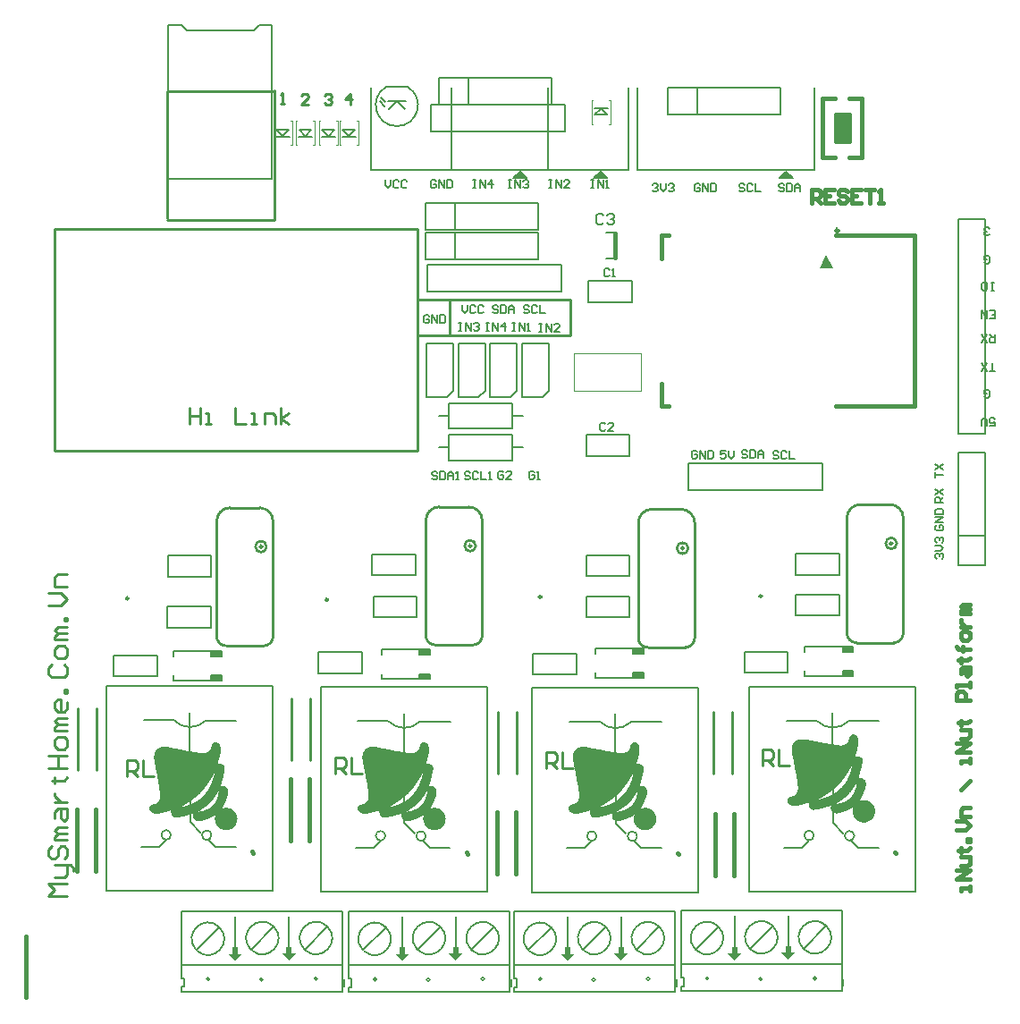
<source format=gto>
G04*
G04 #@! TF.GenerationSoftware,Altium Limited,Altium Designer,20.2.6 (244)*
G04*
G04 Layer_Color=65535*
%FSTAX25Y25*%
%MOIN*%
G70*
G04*
G04 #@! TF.SameCoordinates,D37F4820-9CCB-4A9C-A827-6EB3CEA44CBB*
G04*
G04*
G04 #@! TF.FilePolarity,Positive*
G04*
G01*
G75*
%ADD10C,0.00701*%
%ADD11C,0.00984*%
%ADD12C,0.01000*%
%ADD13C,0.00700*%
%ADD14C,0.01181*%
%ADD15C,0.00500*%
%ADD16C,0.00400*%
%ADD17C,0.00787*%
%ADD18C,0.01500*%
%ADD19C,0.00800*%
%ADD20C,0.00394*%
%ADD21R,0.03937X0.01968*%
%ADD22R,0.05000X0.10000*%
G36*
X10338Y06481D02*
X10363Y06506D01*
X10348D01*
Y06531D01*
X10328D01*
Y06506D01*
X10313D01*
X10338Y06481D01*
D02*
G37*
G36*
X10538Y064835D02*
X10563Y065085D01*
X10548D01*
Y065335D01*
X10528D01*
Y065085D01*
X10513D01*
X10538Y064835D01*
D02*
G37*
G36*
X1095961Y0648062D02*
X1098461Y0650562D01*
X1096961D01*
Y0653062D01*
X1094961D01*
Y0650562D01*
X1093461D01*
X1095961Y0648062D01*
D02*
G37*
G36*
X1115961Y0648312D02*
X1118461Y0650812D01*
X1116961D01*
Y0653312D01*
X1114961D01*
Y0650812D01*
X1113461D01*
X1115961Y0648312D01*
D02*
G37*
G36*
X1157562Y0648062D02*
X1160062Y0650562D01*
X1158562D01*
Y0653062D01*
X1156562D01*
Y0650562D01*
X1155062D01*
X1157562Y0648062D01*
D02*
G37*
G36*
X1177562Y0648312D02*
X1180062Y0650812D01*
X1178562D01*
Y0653312D01*
X1176562D01*
Y0650812D01*
X1175062D01*
X1177562Y0648312D01*
D02*
G37*
G36*
X1219862Y0648362D02*
X1222362Y0650862D01*
X1220862D01*
Y0653362D01*
X1218862D01*
Y0650862D01*
X1217362D01*
X1219862Y0648362D01*
D02*
G37*
G36*
X1239862Y0648612D02*
X1242362Y0651112D01*
X1240862D01*
Y0653612D01*
X1238862D01*
Y0651112D01*
X1237362D01*
X1239862Y0648612D01*
D02*
G37*
G36*
X1241601Y0939833D02*
X1236601D01*
X1239101Y0942333D01*
X1241601Y0939833D01*
D02*
G37*
G36*
X11724D02*
X11674D01*
X11699Y0942333D01*
X11724Y0939833D01*
D02*
G37*
G36*
X11424D02*
X11374D01*
X11399Y0942333D01*
X11424Y0939833D01*
D02*
G37*
G36*
X1256596Y0906147D02*
X1251596D01*
X1254096Y0911147D01*
X1256596Y0906147D01*
D02*
G37*
G36*
X126454Y0732348D02*
X1264811D01*
Y0732257D01*
X1264992D01*
Y0732167D01*
X1265083D01*
Y0732076D01*
X1265263D01*
Y0731986D01*
X1265354D01*
Y0731895D01*
X1265444D01*
Y0731805D01*
X1265535D01*
Y0731715D01*
X1265625D01*
Y0731624D01*
Y0731534D01*
X1265716D01*
Y0731443D01*
Y0731353D01*
X1265806D01*
Y0731262D01*
Y0731172D01*
X1265896D01*
Y0731082D01*
Y0730991D01*
Y0730901D01*
X1265987D01*
Y073081D01*
Y073072D01*
Y0730629D01*
Y0730539D01*
Y0730449D01*
X1266077D01*
Y0730358D01*
Y0730268D01*
Y0730177D01*
Y0730087D01*
Y0729997D01*
Y0729906D01*
Y0729816D01*
Y0729725D01*
Y0729635D01*
Y0729544D01*
Y0729454D01*
Y0729364D01*
Y0729273D01*
Y0729183D01*
Y0729092D01*
Y0729002D01*
X1265987D01*
Y0728911D01*
Y0728821D01*
Y0728731D01*
Y072864D01*
Y072855D01*
Y0728459D01*
Y0728369D01*
Y0728278D01*
X1265896D01*
Y0728188D01*
Y0728098D01*
Y0728007D01*
Y0727917D01*
Y0727826D01*
X1265806D01*
Y0727736D01*
Y0727645D01*
Y0727555D01*
Y0727465D01*
Y0727374D01*
X1265716D01*
Y0727284D01*
Y0727193D01*
Y0727103D01*
Y0727013D01*
X1265625D01*
Y0726922D01*
Y0726832D01*
Y0726741D01*
Y0726651D01*
X1265535D01*
Y072656D01*
Y072647D01*
Y072638D01*
Y0726289D01*
X1265444D01*
Y0726199D01*
Y0726108D01*
Y0726018D01*
X1265354D01*
Y0725927D01*
Y0725837D01*
Y0725747D01*
Y0725656D01*
X1265263D01*
Y0725566D01*
Y0725475D01*
Y0725385D01*
X1265173D01*
Y0725294D01*
Y0725204D01*
Y0725114D01*
X1265083D01*
Y0725023D01*
Y0724933D01*
Y0724842D01*
X1264992D01*
Y0724752D01*
Y0724661D01*
Y0724571D01*
X1264902D01*
Y0724481D01*
Y072439D01*
X1265987D01*
Y07243D01*
X1266348D01*
Y0724209D01*
X126662D01*
Y0724119D01*
X1266801D01*
Y0724029D01*
X1266982D01*
Y0723938D01*
X1267072D01*
Y0723848D01*
X1267162D01*
Y0723757D01*
X1267253D01*
Y0723667D01*
X1267343D01*
Y0723576D01*
X1267434D01*
Y0723486D01*
Y0723396D01*
X1267524D01*
Y0723305D01*
Y0723215D01*
Y0723124D01*
X1267614D01*
Y0723034D01*
Y0722943D01*
Y0722853D01*
Y0722763D01*
Y0722672D01*
Y0722582D01*
Y0722491D01*
Y0722401D01*
Y072231D01*
Y072222D01*
Y072213D01*
Y0722039D01*
X1267524D01*
Y0721949D01*
Y0721858D01*
Y0721768D01*
Y0721678D01*
Y0721587D01*
Y0721497D01*
X1267434D01*
Y0721406D01*
Y0721316D01*
Y0721225D01*
Y0721135D01*
Y0721045D01*
X1267343D01*
Y0720954D01*
Y0720864D01*
Y0720773D01*
Y0720683D01*
X1267253D01*
Y0720592D01*
Y0720502D01*
Y0720412D01*
Y0720321D01*
Y0720231D01*
X1267162D01*
Y072014D01*
Y072005D01*
Y0719959D01*
Y0719869D01*
X1267072D01*
Y0719779D01*
Y0719688D01*
Y0719598D01*
Y0719507D01*
X1266982D01*
Y0719417D01*
Y0719326D01*
Y0719236D01*
Y0719146D01*
X1266891D01*
Y0719055D01*
Y0718965D01*
Y0718874D01*
Y0718784D01*
X1266801D01*
Y0718694D01*
Y0718603D01*
Y0718513D01*
Y0718422D01*
X126671D01*
Y0718332D01*
Y0718242D01*
Y0718151D01*
Y0718061D01*
X126662D01*
Y071797D01*
Y071788D01*
Y0717789D01*
X1266529D01*
Y0717699D01*
Y0717608D01*
Y0717518D01*
Y0717428D01*
X1266439D01*
Y0717337D01*
Y0717247D01*
Y0717156D01*
X1266348D01*
Y0717066D01*
Y0716975D01*
Y0716885D01*
Y0716795D01*
X1266258D01*
Y0716704D01*
Y0716614D01*
Y0716523D01*
X1266168D01*
Y0716433D01*
Y0716342D01*
Y0716252D01*
Y0716162D01*
X1266077D01*
Y0716071D01*
X1266258D01*
Y0716162D01*
X1267524D01*
Y0716071D01*
X1267705D01*
Y0715981D01*
X1267886D01*
Y071589D01*
X1268067D01*
Y07158D01*
X1268157D01*
Y071571D01*
X1268248D01*
Y0715619D01*
X1268338D01*
Y0715529D01*
X1268428D01*
Y0715438D01*
X1268519D01*
Y0715348D01*
Y0715258D01*
X1268609D01*
Y0715167D01*
Y0715077D01*
X12687D01*
Y0714986D01*
Y0714896D01*
Y0714805D01*
X126879D01*
Y0714715D01*
Y0714625D01*
Y0714534D01*
Y0714444D01*
X126888D01*
Y0714353D01*
Y0714263D01*
Y0714172D01*
Y0714082D01*
Y0713991D01*
Y0713901D01*
Y0713811D01*
Y071372D01*
Y071363D01*
Y0713539D01*
Y0713449D01*
Y0713359D01*
Y0713268D01*
X126879D01*
Y0713178D01*
Y0713087D01*
Y0712997D01*
Y0712906D01*
Y0712816D01*
Y0712726D01*
X12687D01*
Y0712635D01*
Y0712545D01*
Y0712454D01*
X1268609D01*
Y0712364D01*
Y0712274D01*
Y0712183D01*
X1268519D01*
Y0712093D01*
Y0712002D01*
X1268428D01*
Y0711912D01*
Y0711821D01*
Y0711731D01*
X1268338D01*
Y0711641D01*
Y071155D01*
X1268248D01*
Y071146D01*
Y0711369D01*
Y0711279D01*
X1268157D01*
Y0711188D01*
Y0711098D01*
Y0711007D01*
X1268067D01*
Y0710917D01*
Y0710827D01*
X1267976D01*
Y0710736D01*
Y0710646D01*
Y0710555D01*
X1267886D01*
Y0710465D01*
Y0710375D01*
X1267795D01*
Y0710284D01*
Y0710194D01*
X1267705D01*
Y0710103D01*
Y0710013D01*
Y0709923D01*
X1267614D01*
Y0709832D01*
Y0709742D01*
X1267524D01*
Y0709651D01*
Y0709561D01*
X1267434D01*
Y070947D01*
Y070938D01*
X1267343D01*
Y070929D01*
Y0709199D01*
Y0709109D01*
X1267253D01*
Y0709018D01*
Y0708928D01*
X1267162D01*
Y0708837D01*
Y0708747D01*
X1267072D01*
Y0708657D01*
X1266982D01*
Y0708566D01*
Y0708476D01*
X1266891D01*
Y0708385D01*
Y0708295D01*
X1266801D01*
Y0708204D01*
Y0708114D01*
X126671D01*
Y0708024D01*
Y0707933D01*
X126662D01*
Y0707843D01*
Y0707752D01*
X126671D01*
Y0707843D01*
X1266982D01*
Y0707933D01*
X1267434D01*
Y0708024D01*
X126879D01*
Y0707933D01*
X1269152D01*
Y0707843D01*
X1269513D01*
Y0707752D01*
X1269694D01*
Y0707662D01*
X1269965D01*
Y0707571D01*
X1270146D01*
Y0707481D01*
X1270237D01*
Y0707391D01*
X1270418D01*
Y07073D01*
X1270508D01*
Y070721D01*
X1270689D01*
Y0707119D01*
X1270779D01*
Y0707029D01*
X127087D01*
Y0706939D01*
X127096D01*
Y0706848D01*
X1271051D01*
Y0706758D01*
X1271141D01*
Y0706667D01*
X1271231D01*
Y0706577D01*
X1271322D01*
Y0706486D01*
X1271412D01*
Y0706396D01*
Y0706306D01*
X1271503D01*
Y0706215D01*
X1271593D01*
Y0706125D01*
X1271684D01*
Y0706034D01*
Y0705944D01*
X1271774D01*
Y0705853D01*
Y0705763D01*
X1271864D01*
Y0705673D01*
Y0705582D01*
X1271955D01*
Y0705492D01*
Y0705401D01*
Y0705311D01*
X1272045D01*
Y070522D01*
Y070513D01*
X1272136D01*
Y070504D01*
Y0704949D01*
Y0704859D01*
Y0704768D01*
X1272226D01*
Y0704678D01*
Y0704587D01*
Y0704497D01*
Y0704407D01*
Y0704316D01*
Y0704226D01*
Y0704135D01*
Y0704045D01*
X1272316D01*
Y0703955D01*
Y0703864D01*
Y0703774D01*
Y0703683D01*
X1272226D01*
Y0703593D01*
Y0703502D01*
Y0703412D01*
Y0703322D01*
Y0703231D01*
Y0703141D01*
Y070305D01*
Y070296D01*
X1272136D01*
Y0702869D01*
Y0702779D01*
Y0702689D01*
Y0702598D01*
X1272045D01*
Y0702508D01*
Y0702417D01*
Y0702327D01*
X1271955D01*
Y0702236D01*
Y0702146D01*
X1271864D01*
Y0702056D01*
Y0701965D01*
X1271774D01*
Y0701875D01*
Y0701784D01*
X1271684D01*
Y0701694D01*
Y0701603D01*
X1271593D01*
Y0701513D01*
X1271503D01*
Y0701423D01*
Y0701332D01*
X1271412D01*
Y0701242D01*
X1271322D01*
Y0701151D01*
X1271231D01*
Y0701061D01*
X1271141D01*
Y0700971D01*
X1271051D01*
Y070088D01*
X127096D01*
Y070079D01*
X127087D01*
Y0700699D01*
X1270779D01*
Y0700609D01*
X1270689D01*
Y0700518D01*
X1270599D01*
Y0700428D01*
X1270418D01*
Y0700338D01*
X1270327D01*
Y0700247D01*
X1270146D01*
Y0700157D01*
X1269965D01*
Y0700066D01*
X1269785D01*
Y0699976D01*
X1269513D01*
Y0699885D01*
X1269242D01*
Y0699795D01*
X126888D01*
Y0699705D01*
X1267343D01*
Y0699795D01*
X1266982D01*
Y0699885D01*
X126671D01*
Y0699976D01*
X1266439D01*
Y0700066D01*
X1266258D01*
Y0700157D01*
X1266077D01*
Y0700247D01*
X1265896D01*
Y0700338D01*
X1265806D01*
Y0700428D01*
X1265625D01*
Y0700518D01*
X1265535D01*
Y0700609D01*
X1265444D01*
Y0700699D01*
X1265263D01*
Y070079D01*
X1265173D01*
Y070088D01*
X1265083D01*
Y0700971D01*
X1264992D01*
Y0701061D01*
Y0701151D01*
X1264902D01*
Y0701242D01*
X1264811D01*
Y0701332D01*
X1264721D01*
Y0701423D01*
X1264631D01*
Y0701513D01*
Y0701603D01*
X126454D01*
Y0701694D01*
X126445D01*
Y0701784D01*
Y0701875D01*
X1264359D01*
Y0701965D01*
Y0702056D01*
X1264269D01*
Y0702146D01*
Y0702236D01*
Y0702327D01*
X1264178D01*
Y0702417D01*
Y0702508D01*
X1264088D01*
Y0702598D01*
Y0702689D01*
Y0702779D01*
Y0702869D01*
X1263997D01*
Y070296D01*
Y070305D01*
Y0703141D01*
Y0703231D01*
Y0703322D01*
X1263907D01*
Y0703412D01*
Y0703502D01*
Y0703593D01*
Y0703683D01*
Y0703774D01*
Y0703864D01*
Y0703955D01*
Y0704045D01*
Y0704135D01*
Y0704226D01*
Y0704316D01*
X1263997D01*
Y0704407D01*
Y0704497D01*
Y0704587D01*
Y0704678D01*
Y0704768D01*
Y0704859D01*
X1264088D01*
Y0704949D01*
Y070504D01*
Y070513D01*
X1264178D01*
Y070522D01*
Y0705311D01*
X1263997D01*
Y070522D01*
X1263817D01*
Y070513D01*
X1263726D01*
Y070504D01*
X1263545D01*
Y0704949D01*
X1263365D01*
Y0704859D01*
X1263184D01*
Y0704768D01*
X1263003D01*
Y0704678D01*
X1262822D01*
Y0704587D01*
X1262641D01*
Y0704497D01*
X126246D01*
Y0704407D01*
X1262189D01*
Y0704316D01*
X1262008D01*
Y0704226D01*
X1261827D01*
Y0704135D01*
X1261556D01*
Y0704045D01*
X1261375D01*
Y0703955D01*
X1261104D01*
Y0703864D01*
X1260923D01*
Y0703774D01*
X1260652D01*
Y0703683D01*
X1260381D01*
Y0703593D01*
X12602D01*
Y0703502D01*
X1259928D01*
Y0703412D01*
X1259657D01*
Y0703322D01*
X1259386D01*
Y0703231D01*
X1259115D01*
Y0703141D01*
X1258391D01*
Y070305D01*
X1257758D01*
Y0703141D01*
X1257216D01*
Y0703231D01*
X1256944D01*
Y0703322D01*
X1256764D01*
Y0703412D01*
X1256583D01*
Y0703502D01*
X1256402D01*
Y0703593D01*
X1256312D01*
Y0703683D01*
X1256221D01*
Y0703774D01*
X1256131D01*
Y0703864D01*
Y0703955D01*
X125604D01*
Y0704045D01*
X125595D01*
Y0704135D01*
Y0704226D01*
Y0704316D01*
X1255859D01*
Y0704407D01*
Y0704497D01*
Y0704587D01*
X1255769D01*
Y0704678D01*
Y0704768D01*
Y0704859D01*
Y0704949D01*
Y070504D01*
Y070513D01*
Y070522D01*
Y0705311D01*
Y0705401D01*
Y0705492D01*
Y0705582D01*
X1255859D01*
Y0705673D01*
Y0705763D01*
Y0705853D01*
X1255678D01*
Y0705763D01*
X1255407D01*
Y0705673D01*
X1255046D01*
Y0705582D01*
X1254774D01*
Y0705492D01*
X1254413D01*
Y0705401D01*
X1254141D01*
Y0705311D01*
X125378D01*
Y070522D01*
X1253418D01*
Y070513D01*
X1253056D01*
Y070504D01*
X1252695D01*
Y0704949D01*
X1252333D01*
Y0704859D01*
X1251971D01*
Y0704768D01*
X1251609D01*
Y0704678D01*
X1251157D01*
Y0704587D01*
X1250796D01*
Y0704497D01*
X1250253D01*
Y0704407D01*
X124971D01*
Y0704316D01*
X1248897D01*
Y0704407D01*
X1248625D01*
Y0704497D01*
X1248445D01*
Y0704587D01*
X1248354D01*
Y0704678D01*
X1248173D01*
Y0704768D01*
X1248083D01*
Y0704859D01*
Y0704949D01*
X1247993D01*
Y070504D01*
X1247902D01*
Y070513D01*
Y070522D01*
X1247812D01*
Y0705311D01*
Y0705401D01*
X1247721D01*
Y0705492D01*
Y0705582D01*
Y0705673D01*
X1247631D01*
Y0705763D01*
Y0705853D01*
Y0705944D01*
Y0706034D01*
Y0706125D01*
X124754D01*
Y0706215D01*
Y0706306D01*
Y0706396D01*
Y0706486D01*
Y0706577D01*
Y0706667D01*
Y0706758D01*
Y0706848D01*
Y0706939D01*
Y0707029D01*
X1247269D01*
Y0706939D01*
X1246998D01*
Y0706848D01*
X1246727D01*
Y0706758D01*
X1246455D01*
Y0706667D01*
X1246184D01*
Y0706577D01*
X1245913D01*
Y0706486D01*
X1245551D01*
Y0706396D01*
X1245189D01*
Y0706306D01*
X1244828D01*
Y0706215D01*
X1244466D01*
Y0706125D01*
X1244014D01*
Y0706034D01*
X1243471D01*
Y0705944D01*
X1242657D01*
Y0705853D01*
X1241753D01*
Y0705944D01*
X1241211D01*
Y0706034D01*
X1240849D01*
Y0706125D01*
X1240668D01*
Y0706215D01*
X1240487D01*
Y0706306D01*
X1240306D01*
Y0706396D01*
X1240216D01*
Y0706486D01*
X1240126D01*
Y0706577D01*
X1240035D01*
Y0706667D01*
X1239945D01*
Y0706758D01*
X1239854D01*
Y0706848D01*
X1239764D01*
Y0706939D01*
Y0707029D01*
X1239674D01*
Y0707119D01*
Y070721D01*
X1239583D01*
Y07073D01*
Y0707391D01*
Y0707481D01*
Y0707571D01*
X1239493D01*
Y0707662D01*
Y0707752D01*
Y0707843D01*
Y0707933D01*
Y0708024D01*
Y0708114D01*
X1239583D01*
Y0708204D01*
Y0708295D01*
Y0708385D01*
X1239674D01*
Y0708476D01*
X1239764D01*
Y0708566D01*
Y0708657D01*
X1239854D01*
Y0708747D01*
X1239945D01*
Y0708837D01*
X1240035D01*
Y0708928D01*
X1240216D01*
Y0709018D01*
X1240306D01*
Y0709109D01*
X1240487D01*
Y0709199D01*
X1240668D01*
Y070929D01*
X1240939D01*
Y070938D01*
X1241301D01*
Y070947D01*
X1241753D01*
Y0709561D01*
X1242025D01*
Y0709651D01*
X1242205D01*
Y0709742D01*
X1242296D01*
Y0709832D01*
X1242386D01*
Y0709923D01*
X1242567D01*
Y0710013D01*
X1242657D01*
Y0710103D01*
X1242748D01*
Y0710194D01*
X1242838D01*
Y0710284D01*
Y0710375D01*
X1242929D01*
Y0710465D01*
X1243019D01*
Y0710555D01*
X124311D01*
Y0710646D01*
Y0710736D01*
X12432D01*
Y0710827D01*
Y0710917D01*
X124329D01*
Y0711007D01*
Y0711098D01*
X1243381D01*
Y0711188D01*
Y0711279D01*
Y0711369D01*
X1243471D01*
Y071146D01*
Y071155D01*
Y0711641D01*
Y0711731D01*
Y0711821D01*
X1243562D01*
Y0711912D01*
Y0712002D01*
Y0712093D01*
Y0712183D01*
Y0712274D01*
Y0712364D01*
Y0712454D01*
Y0712545D01*
Y0712635D01*
Y0712726D01*
Y0712816D01*
Y0712906D01*
Y0712997D01*
Y0713087D01*
Y0713178D01*
X1243471D01*
Y0713268D01*
Y0713359D01*
Y0713449D01*
Y0713539D01*
Y071363D01*
Y071372D01*
Y0713811D01*
Y0713901D01*
Y0713991D01*
X1243381D01*
Y0714082D01*
Y0714172D01*
Y0714263D01*
Y0714353D01*
Y0714444D01*
Y0714534D01*
Y0714625D01*
X124329D01*
Y0714715D01*
Y0714805D01*
Y0714896D01*
Y0714986D01*
Y0715077D01*
Y0715167D01*
X12432D01*
Y0715258D01*
Y0715348D01*
Y0715438D01*
Y0715529D01*
Y0715619D01*
Y071571D01*
Y07158D01*
X124311D01*
Y071589D01*
Y0715981D01*
Y0716071D01*
Y0716162D01*
Y0716252D01*
Y0716342D01*
X1243019D01*
Y0716433D01*
Y0716523D01*
Y0716614D01*
Y0716704D01*
Y0716795D01*
X1242929D01*
Y0716885D01*
Y0716975D01*
Y0717066D01*
Y0717156D01*
Y0717247D01*
Y0717337D01*
X1242838D01*
Y0717428D01*
Y0717518D01*
Y0717608D01*
Y0717699D01*
Y0717789D01*
Y071788D01*
X1242748D01*
Y071797D01*
Y0718061D01*
Y0718151D01*
Y0718242D01*
Y0718332D01*
X1242657D01*
Y0718422D01*
Y0718513D01*
Y0718603D01*
Y0718694D01*
Y0718784D01*
X1242567D01*
Y0718874D01*
Y0718965D01*
Y0719055D01*
Y0719146D01*
Y0719236D01*
Y0719326D01*
X1242477D01*
Y0719417D01*
Y0719507D01*
Y0719598D01*
Y0719688D01*
Y0719779D01*
X1242386D01*
Y0719869D01*
Y0719959D01*
Y072005D01*
Y072014D01*
Y0720231D01*
X1242296D01*
Y0720321D01*
Y0720412D01*
Y0720502D01*
Y0720592D01*
Y0720683D01*
Y0720773D01*
X1242205D01*
Y0720864D01*
Y0720954D01*
Y0721045D01*
Y0721135D01*
Y0721225D01*
X1242115D01*
Y0721316D01*
Y0721406D01*
Y0721497D01*
Y0721587D01*
Y0721678D01*
X1242025D01*
Y0721768D01*
Y0721858D01*
Y0721949D01*
Y0722039D01*
Y072213D01*
X1241934D01*
Y072222D01*
Y072231D01*
Y0722401D01*
Y0722491D01*
Y0722582D01*
X1241844D01*
Y0722672D01*
Y0722763D01*
Y0722853D01*
Y0722943D01*
Y0723034D01*
Y0723124D01*
X1241753D01*
Y0723215D01*
Y0723305D01*
Y0723396D01*
Y0723486D01*
Y0723576D01*
X1241663D01*
Y0723667D01*
Y0723757D01*
Y0723848D01*
Y0723938D01*
Y0724029D01*
X1241572D01*
Y0724119D01*
Y0724209D01*
Y07243D01*
Y072439D01*
Y0724481D01*
X1241482D01*
Y0724571D01*
Y0724661D01*
Y0724752D01*
Y0724842D01*
Y0724933D01*
Y0725023D01*
X1241391D01*
Y0725114D01*
Y0725204D01*
Y0725294D01*
Y0725385D01*
Y0725475D01*
X1241301D01*
Y0725566D01*
Y0725656D01*
Y0725747D01*
Y0725837D01*
Y0725927D01*
Y0726018D01*
Y0726108D01*
Y0726199D01*
X1241211D01*
Y0726289D01*
Y072638D01*
Y072647D01*
Y072656D01*
Y0726651D01*
Y0726741D01*
Y0726832D01*
Y0726922D01*
Y0727013D01*
Y0727103D01*
Y0727193D01*
Y0727284D01*
Y0727374D01*
Y0727465D01*
X1241301D01*
Y0727555D01*
Y0727645D01*
Y0727736D01*
Y0727826D01*
Y0727917D01*
Y0728007D01*
X1241391D01*
Y0728098D01*
Y0728188D01*
Y0728278D01*
Y0728369D01*
X1241482D01*
Y0728459D01*
Y072855D01*
Y072864D01*
X1241572D01*
Y0728731D01*
Y0728821D01*
X1241663D01*
Y0728911D01*
Y0729002D01*
X1241753D01*
Y0729092D01*
Y0729183D01*
X1241844D01*
Y0729273D01*
X1241934D01*
Y0729364D01*
Y0729454D01*
X1242025D01*
Y0729544D01*
X1242115D01*
Y0729635D01*
X1242205D01*
Y0729725D01*
X1242296D01*
Y0729816D01*
X1242386D01*
Y0729906D01*
X1242477D01*
Y0729997D01*
X1242567D01*
Y0730087D01*
X1242748D01*
Y0730177D01*
X1242929D01*
Y0730268D01*
X1243019D01*
Y0730358D01*
X124329D01*
Y0730449D01*
X1243471D01*
Y0730539D01*
X1243833D01*
Y0730629D01*
X1244285D01*
Y073072D01*
X1246003D01*
Y0730629D01*
X1246636D01*
Y0730539D01*
X1247088D01*
Y0730449D01*
X124754D01*
Y0730358D01*
X1248083D01*
Y0730268D01*
X1248535D01*
Y0730177D01*
X1248987D01*
Y0730087D01*
X1249439D01*
Y0729997D01*
X1249982D01*
Y0729906D01*
X1250434D01*
Y0729816D01*
X1250886D01*
Y0729725D01*
X1251338D01*
Y0729635D01*
X125179D01*
Y0729544D01*
X1252333D01*
Y0729454D01*
X1252785D01*
Y0729364D01*
X1253237D01*
Y0729273D01*
X125378D01*
Y0729183D01*
X1254232D01*
Y0729092D01*
X1254774D01*
Y0729002D01*
X1255317D01*
Y0728911D01*
X1255769D01*
Y0728821D01*
X1256312D01*
Y0728731D01*
X1256944D01*
Y072864D01*
X1257487D01*
Y072855D01*
X125821D01*
Y0728459D01*
X1259115D01*
Y0728369D01*
X1260019D01*
Y0728459D01*
X1260471D01*
Y072855D01*
X1260742D01*
Y072864D01*
X1261014D01*
Y0728731D01*
X1261194D01*
Y0728821D01*
X1261285D01*
Y0728911D01*
X1261466D01*
Y0729002D01*
X1261556D01*
Y0729092D01*
X1261737D01*
Y0729183D01*
X1261827D01*
Y0729273D01*
X1261918D01*
Y0729364D01*
X1262008D01*
Y0729454D01*
Y0729544D01*
X1262099D01*
Y0729635D01*
X1262189D01*
Y0729725D01*
X1262279D01*
Y0729816D01*
Y0729906D01*
X126237D01*
Y0729997D01*
Y0730087D01*
X126246D01*
Y0730177D01*
Y0730268D01*
Y0730358D01*
Y0730449D01*
Y0730539D01*
X1262551D01*
Y0730629D01*
Y073072D01*
Y073081D01*
Y0730901D01*
X1262641D01*
Y0730991D01*
Y0731082D01*
Y0731172D01*
X1262732D01*
Y0731262D01*
Y0731353D01*
Y0731443D01*
X1262822D01*
Y0731534D01*
Y0731624D01*
X1262912D01*
Y0731715D01*
X1263003D01*
Y0731805D01*
Y0731895D01*
X1263093D01*
Y0731986D01*
X1263184D01*
Y0732076D01*
X1263274D01*
Y0732167D01*
X1263365D01*
Y0732257D01*
X1263545D01*
Y0732348D01*
X1263726D01*
Y0732438D01*
X126454D01*
Y0732348D01*
D02*
G37*
G36*
X118294Y0729448D02*
X1183211D01*
Y0729357D01*
X1183392D01*
Y0729267D01*
X1183483D01*
Y0729176D01*
X1183663D01*
Y0729086D01*
X1183754D01*
Y0728996D01*
X1183844D01*
Y0728905D01*
X1183935D01*
Y0728815D01*
X1184025D01*
Y0728724D01*
Y0728634D01*
X1184116D01*
Y0728543D01*
Y0728453D01*
X1184206D01*
Y0728363D01*
Y0728272D01*
X1184296D01*
Y0728182D01*
Y0728091D01*
Y0728001D01*
X1184387D01*
Y072791D01*
Y072782D01*
Y072773D01*
Y0727639D01*
Y0727549D01*
X1184477D01*
Y0727458D01*
Y0727368D01*
Y0727277D01*
Y0727187D01*
Y0727097D01*
Y0727006D01*
Y0726916D01*
Y0726825D01*
Y0726735D01*
Y0726644D01*
Y0726554D01*
Y0726464D01*
Y0726373D01*
Y0726283D01*
Y0726192D01*
Y0726102D01*
X1184387D01*
Y0726012D01*
Y0725921D01*
Y0725831D01*
Y072574D01*
Y072565D01*
Y0725559D01*
Y0725469D01*
Y0725379D01*
X1184296D01*
Y0725288D01*
Y0725198D01*
Y0725107D01*
Y0725017D01*
Y0724926D01*
X1184206D01*
Y0724836D01*
Y0724746D01*
Y0724655D01*
Y0724565D01*
Y0724474D01*
X1184116D01*
Y0724384D01*
Y0724293D01*
Y0724203D01*
Y0724113D01*
X1184025D01*
Y0724022D01*
Y0723932D01*
Y0723841D01*
Y0723751D01*
X1183935D01*
Y0723661D01*
Y072357D01*
Y072348D01*
Y0723389D01*
X1183844D01*
Y0723299D01*
Y0723208D01*
Y0723118D01*
X1183754D01*
Y0723028D01*
Y0722937D01*
Y0722847D01*
Y0722756D01*
X1183663D01*
Y0722666D01*
Y0722575D01*
Y0722485D01*
X1183573D01*
Y0722395D01*
Y0722304D01*
Y0722214D01*
X1183483D01*
Y0722123D01*
Y0722033D01*
Y0721942D01*
X1183392D01*
Y0721852D01*
Y0721762D01*
Y0721671D01*
X1183302D01*
Y0721581D01*
Y072149D01*
X1184387D01*
Y07214D01*
X1184748D01*
Y0721309D01*
X118502D01*
Y0721219D01*
X1185201D01*
Y0721129D01*
X1185382D01*
Y0721038D01*
X1185472D01*
Y0720948D01*
X1185562D01*
Y0720857D01*
X1185653D01*
Y0720767D01*
X1185743D01*
Y0720677D01*
X1185834D01*
Y0720586D01*
Y0720496D01*
X1185924D01*
Y0720405D01*
Y0720315D01*
Y0720224D01*
X1186014D01*
Y0720134D01*
Y0720044D01*
Y0719953D01*
Y0719863D01*
Y0719772D01*
Y0719682D01*
Y0719591D01*
Y0719501D01*
Y0719411D01*
Y071932D01*
Y071923D01*
Y0719139D01*
X1185924D01*
Y0719049D01*
Y0718958D01*
Y0718868D01*
Y0718778D01*
Y0718687D01*
Y0718597D01*
X1185834D01*
Y0718506D01*
Y0718416D01*
Y0718325D01*
Y0718235D01*
Y0718145D01*
X1185743D01*
Y0718054D01*
Y0717964D01*
Y0717873D01*
Y0717783D01*
X1185653D01*
Y0717693D01*
Y0717602D01*
Y0717512D01*
Y0717421D01*
Y0717331D01*
X1185562D01*
Y071724D01*
Y071715D01*
Y071706D01*
Y0716969D01*
X1185472D01*
Y0716879D01*
Y0716788D01*
Y0716698D01*
Y0716607D01*
X1185382D01*
Y0716517D01*
Y0716427D01*
Y0716336D01*
Y0716246D01*
X1185291D01*
Y0716155D01*
Y0716065D01*
Y0715974D01*
Y0715884D01*
X1185201D01*
Y0715794D01*
Y0715703D01*
Y0715613D01*
Y0715522D01*
X118511D01*
Y0715432D01*
Y0715342D01*
Y0715251D01*
Y0715161D01*
X118502D01*
Y071507D01*
Y071498D01*
Y0714889D01*
X1184929D01*
Y0714799D01*
Y0714709D01*
Y0714618D01*
Y0714528D01*
X1184839D01*
Y0714437D01*
Y0714347D01*
Y0714256D01*
X1184748D01*
Y0714166D01*
Y0714076D01*
Y0713985D01*
Y0713895D01*
X1184658D01*
Y0713804D01*
Y0713714D01*
Y0713623D01*
X1184568D01*
Y0713533D01*
Y0713443D01*
Y0713352D01*
Y0713262D01*
X1184477D01*
Y0713171D01*
X1184658D01*
Y0713262D01*
X1185924D01*
Y0713171D01*
X1186105D01*
Y0713081D01*
X1186286D01*
Y071299D01*
X1186467D01*
Y07129D01*
X1186557D01*
Y071281D01*
X1186648D01*
Y0712719D01*
X1186738D01*
Y0712629D01*
X1186828D01*
Y0712538D01*
X1186919D01*
Y0712448D01*
Y0712358D01*
X1187009D01*
Y0712267D01*
Y0712177D01*
X11871D01*
Y0712086D01*
Y0711996D01*
Y0711905D01*
X118719D01*
Y0711815D01*
Y0711725D01*
Y0711634D01*
Y0711544D01*
X118728D01*
Y0711453D01*
Y0711363D01*
Y0711272D01*
Y0711182D01*
Y0711092D01*
Y0711001D01*
Y0710911D01*
Y071082D01*
Y071073D01*
Y0710639D01*
Y0710549D01*
Y0710459D01*
Y0710368D01*
X118719D01*
Y0710278D01*
Y0710187D01*
Y0710097D01*
Y0710006D01*
Y0709916D01*
Y0709826D01*
X11871D01*
Y0709735D01*
Y0709645D01*
Y0709554D01*
X1187009D01*
Y0709464D01*
Y0709374D01*
Y0709283D01*
X1186919D01*
Y0709193D01*
Y0709102D01*
X1186828D01*
Y0709012D01*
Y0708921D01*
Y0708831D01*
X1186738D01*
Y0708741D01*
Y070865D01*
X1186648D01*
Y070856D01*
Y0708469D01*
Y0708379D01*
X1186557D01*
Y0708288D01*
Y0708198D01*
Y0708108D01*
X1186467D01*
Y0708017D01*
Y0707927D01*
X1186376D01*
Y0707836D01*
Y0707746D01*
Y0707655D01*
X1186286D01*
Y0707565D01*
Y0707475D01*
X1186195D01*
Y0707384D01*
Y0707294D01*
X1186105D01*
Y0707203D01*
Y0707113D01*
Y0707022D01*
X1186014D01*
Y0706932D01*
Y0706842D01*
X1185924D01*
Y0706751D01*
Y0706661D01*
X1185834D01*
Y070657D01*
Y070648D01*
X1185743D01*
Y070639D01*
Y0706299D01*
Y0706209D01*
X1185653D01*
Y0706118D01*
Y0706028D01*
X1185562D01*
Y0705937D01*
Y0705847D01*
X1185472D01*
Y0705757D01*
X1185382D01*
Y0705666D01*
Y0705576D01*
X1185291D01*
Y0705485D01*
Y0705395D01*
X1185201D01*
Y0705304D01*
Y0705214D01*
X118511D01*
Y0705124D01*
Y0705033D01*
X118502D01*
Y0704943D01*
Y0704852D01*
X118511D01*
Y0704943D01*
X1185382D01*
Y0705033D01*
X1185834D01*
Y0705124D01*
X118719D01*
Y0705033D01*
X1187552D01*
Y0704943D01*
X1187913D01*
Y0704852D01*
X1188094D01*
Y0704762D01*
X1188365D01*
Y0704671D01*
X1188546D01*
Y0704581D01*
X1188637D01*
Y0704491D01*
X1188818D01*
Y07044D01*
X1188908D01*
Y070431D01*
X1189089D01*
Y0704219D01*
X1189179D01*
Y0704129D01*
X118927D01*
Y0704038D01*
X118936D01*
Y0703948D01*
X1189451D01*
Y0703858D01*
X1189541D01*
Y0703767D01*
X1189631D01*
Y0703677D01*
X1189722D01*
Y0703586D01*
X1189812D01*
Y0703496D01*
Y0703406D01*
X1189903D01*
Y0703315D01*
X1189993D01*
Y0703225D01*
X1190084D01*
Y0703134D01*
Y0703044D01*
X1190174D01*
Y0702953D01*
Y0702863D01*
X1190264D01*
Y0702773D01*
Y0702682D01*
X1190355D01*
Y0702592D01*
Y0702501D01*
Y0702411D01*
X1190445D01*
Y070232D01*
Y070223D01*
X1190536D01*
Y070214D01*
Y0702049D01*
Y0701959D01*
Y0701868D01*
X1190626D01*
Y0701778D01*
Y0701687D01*
Y0701597D01*
Y0701507D01*
Y0701416D01*
Y0701326D01*
Y0701235D01*
Y0701145D01*
X1190716D01*
Y0701054D01*
Y0700964D01*
Y0700874D01*
Y0700783D01*
X1190626D01*
Y0700693D01*
Y0700602D01*
Y0700512D01*
Y0700421D01*
Y0700331D01*
Y0700241D01*
Y070015D01*
Y070006D01*
X1190536D01*
Y0699969D01*
Y0699879D01*
Y0699789D01*
Y0699698D01*
X1190445D01*
Y0699608D01*
Y0699517D01*
Y0699427D01*
X1190355D01*
Y0699336D01*
Y0699246D01*
X1190264D01*
Y0699156D01*
Y0699065D01*
X1190174D01*
Y0698975D01*
Y0698884D01*
X1190084D01*
Y0698794D01*
Y0698703D01*
X1189993D01*
Y0698613D01*
X1189903D01*
Y0698523D01*
Y0698432D01*
X1189812D01*
Y0698342D01*
X1189722D01*
Y0698251D01*
X1189631D01*
Y0698161D01*
X1189541D01*
Y069807D01*
X1189451D01*
Y069798D01*
X118936D01*
Y069789D01*
X118927D01*
Y0697799D01*
X1189179D01*
Y0697709D01*
X1189089D01*
Y0697618D01*
X1188999D01*
Y0697528D01*
X1188818D01*
Y0697437D01*
X1188727D01*
Y0697347D01*
X1188546D01*
Y0697257D01*
X1188365D01*
Y0697166D01*
X1188185D01*
Y0697076D01*
X1187913D01*
Y0696985D01*
X1187642D01*
Y0696895D01*
X118728D01*
Y0696805D01*
X1185743D01*
Y0696895D01*
X1185382D01*
Y0696985D01*
X118511D01*
Y0697076D01*
X1184839D01*
Y0697166D01*
X1184658D01*
Y0697257D01*
X1184477D01*
Y0697347D01*
X1184296D01*
Y0697437D01*
X1184206D01*
Y0697528D01*
X1184025D01*
Y0697618D01*
X1183935D01*
Y0697709D01*
X1183844D01*
Y0697799D01*
X1183663D01*
Y069789D01*
X1183573D01*
Y069798D01*
X1183483D01*
Y069807D01*
X1183392D01*
Y0698161D01*
Y0698251D01*
X1183302D01*
Y0698342D01*
X1183211D01*
Y0698432D01*
X1183121D01*
Y0698523D01*
X1183031D01*
Y0698613D01*
Y0698703D01*
X118294D01*
Y0698794D01*
X118285D01*
Y0698884D01*
Y0698975D01*
X1182759D01*
Y0699065D01*
Y0699156D01*
X1182669D01*
Y0699246D01*
Y0699336D01*
Y0699427D01*
X1182578D01*
Y0699517D01*
Y0699608D01*
X1182488D01*
Y0699698D01*
Y0699789D01*
Y0699879D01*
Y0699969D01*
X1182397D01*
Y070006D01*
Y070015D01*
Y0700241D01*
Y0700331D01*
Y0700421D01*
X1182307D01*
Y0700512D01*
Y0700602D01*
Y0700693D01*
Y0700783D01*
Y0700874D01*
Y0700964D01*
Y0701054D01*
Y0701145D01*
Y0701235D01*
Y0701326D01*
Y0701416D01*
X1182397D01*
Y0701507D01*
Y0701597D01*
Y0701687D01*
Y0701778D01*
Y0701868D01*
Y0701959D01*
X1182488D01*
Y0702049D01*
Y070214D01*
Y070223D01*
X1182578D01*
Y070232D01*
Y0702411D01*
X1182397D01*
Y070232D01*
X1182217D01*
Y070223D01*
X1182126D01*
Y070214D01*
X1181945D01*
Y0702049D01*
X1181765D01*
Y0701959D01*
X1181584D01*
Y0701868D01*
X1181403D01*
Y0701778D01*
X1181222D01*
Y0701687D01*
X1181041D01*
Y0701597D01*
X118086D01*
Y0701507D01*
X1180589D01*
Y0701416D01*
X1180408D01*
Y0701326D01*
X1180227D01*
Y0701235D01*
X1179956D01*
Y0701145D01*
X1179775D01*
Y0701054D01*
X1179504D01*
Y0700964D01*
X1179323D01*
Y0700874D01*
X1179052D01*
Y0700783D01*
X1178781D01*
Y0700693D01*
X11786D01*
Y0700602D01*
X1178328D01*
Y0700512D01*
X1178057D01*
Y0700421D01*
X1177786D01*
Y0700331D01*
X1177515D01*
Y0700241D01*
X1176791D01*
Y070015D01*
X1176158D01*
Y0700241D01*
X1175616D01*
Y0700331D01*
X1175344D01*
Y0700421D01*
X1175164D01*
Y0700512D01*
X1174983D01*
Y0700602D01*
X1174802D01*
Y0700693D01*
X1174712D01*
Y0700783D01*
X1174621D01*
Y0700874D01*
X1174531D01*
Y0700964D01*
Y0701054D01*
X117444D01*
Y0701145D01*
X117435D01*
Y0701235D01*
Y0701326D01*
Y0701416D01*
X1174259D01*
Y0701507D01*
Y0701597D01*
Y0701687D01*
X1174169D01*
Y0701778D01*
Y0701868D01*
Y0701959D01*
Y0702049D01*
Y070214D01*
Y070223D01*
Y070232D01*
Y0702411D01*
Y0702501D01*
Y0702592D01*
Y0702682D01*
X1174259D01*
Y0702773D01*
Y0702863D01*
Y0702953D01*
X1174078D01*
Y0702863D01*
X1173807D01*
Y0702773D01*
X1173446D01*
Y0702682D01*
X1173174D01*
Y0702592D01*
X1172813D01*
Y0702501D01*
X1172541D01*
Y0702411D01*
X117218D01*
Y070232D01*
X1171818D01*
Y070223D01*
X1171456D01*
Y070214D01*
X1171095D01*
Y0702049D01*
X1170733D01*
Y0701959D01*
X1170371D01*
Y0701868D01*
X1170009D01*
Y0701778D01*
X1169557D01*
Y0701687D01*
X1169196D01*
Y0701597D01*
X1168653D01*
Y0701507D01*
X116811D01*
Y0701416D01*
X1167297D01*
Y0701507D01*
X1167025D01*
Y0701597D01*
X1166845D01*
Y0701687D01*
X1166754D01*
Y0701778D01*
X1166573D01*
Y0701868D01*
X1166483D01*
Y0701959D01*
Y0702049D01*
X1166393D01*
Y070214D01*
X1166302D01*
Y070223D01*
Y070232D01*
X1166212D01*
Y0702411D01*
Y0702501D01*
X1166121D01*
Y0702592D01*
Y0702682D01*
Y0702773D01*
X1166031D01*
Y0702863D01*
Y0702953D01*
Y0703044D01*
Y0703134D01*
Y0703225D01*
X116594D01*
Y0703315D01*
Y0703406D01*
Y0703496D01*
Y0703586D01*
Y0703677D01*
Y0703767D01*
Y0703858D01*
Y0703948D01*
Y0704038D01*
Y0704129D01*
X1165669D01*
Y0704038D01*
X1165398D01*
Y0703948D01*
X1165127D01*
Y0703858D01*
X1164855D01*
Y0703767D01*
X1164584D01*
Y0703677D01*
X1164313D01*
Y0703586D01*
X1163951D01*
Y0703496D01*
X1163589D01*
Y0703406D01*
X1163228D01*
Y0703315D01*
X1162866D01*
Y0703225D01*
X1162414D01*
Y0703134D01*
X1161871D01*
Y0703044D01*
X1161057D01*
Y0702953D01*
X1160153D01*
Y0703044D01*
X1159611D01*
Y0703134D01*
X1159249D01*
Y0703225D01*
X1159068D01*
Y0703315D01*
X1158887D01*
Y0703406D01*
X1158706D01*
Y0703496D01*
X1158616D01*
Y0703586D01*
X1158526D01*
Y0703677D01*
X1158435D01*
Y0703767D01*
X1158345D01*
Y0703858D01*
X1158254D01*
Y0703948D01*
X1158164D01*
Y0704038D01*
Y0704129D01*
X1158074D01*
Y0704219D01*
Y070431D01*
X1157983D01*
Y07044D01*
Y0704491D01*
Y0704581D01*
Y0704671D01*
X1157893D01*
Y0704762D01*
Y0704852D01*
Y0704943D01*
Y0705033D01*
Y0705124D01*
Y0705214D01*
X1157983D01*
Y0705304D01*
Y0705395D01*
Y0705485D01*
X1158074D01*
Y0705576D01*
X1158164D01*
Y0705666D01*
Y0705757D01*
X1158254D01*
Y0705847D01*
X1158345D01*
Y0705937D01*
X1158435D01*
Y0706028D01*
X1158616D01*
Y0706118D01*
X1158706D01*
Y0706209D01*
X1158887D01*
Y0706299D01*
X1159068D01*
Y070639D01*
X1159339D01*
Y070648D01*
X1159701D01*
Y070657D01*
X1160153D01*
Y0706661D01*
X1160425D01*
Y0706751D01*
X1160605D01*
Y0706842D01*
X1160696D01*
Y0706932D01*
X1160786D01*
Y0707022D01*
X1160967D01*
Y0707113D01*
X1161057D01*
Y0707203D01*
X1161148D01*
Y0707294D01*
X1161238D01*
Y0707384D01*
Y0707475D01*
X1161329D01*
Y0707565D01*
X1161419D01*
Y0707655D01*
X116151D01*
Y0707746D01*
Y0707836D01*
X11616D01*
Y0707927D01*
Y0708017D01*
X116169D01*
Y0708108D01*
Y0708198D01*
X1161781D01*
Y0708288D01*
Y0708379D01*
Y0708469D01*
X1161871D01*
Y070856D01*
Y070865D01*
Y0708741D01*
Y0708831D01*
Y0708921D01*
X1161962D01*
Y0709012D01*
Y0709102D01*
Y0709193D01*
Y0709283D01*
Y0709374D01*
Y0709464D01*
Y0709554D01*
Y0709645D01*
Y0709735D01*
Y0709826D01*
Y0709916D01*
Y0710006D01*
Y0710097D01*
Y0710187D01*
Y0710278D01*
X1161871D01*
Y0710368D01*
Y0710459D01*
Y0710549D01*
Y0710639D01*
Y071073D01*
Y071082D01*
Y0710911D01*
Y0711001D01*
Y0711092D01*
X1161781D01*
Y0711182D01*
Y0711272D01*
Y0711363D01*
Y0711453D01*
Y0711544D01*
Y0711634D01*
Y0711725D01*
X116169D01*
Y0711815D01*
Y0711905D01*
Y0711996D01*
Y0712086D01*
Y0712177D01*
Y0712267D01*
X11616D01*
Y0712358D01*
Y0712448D01*
Y0712538D01*
Y0712629D01*
Y0712719D01*
Y071281D01*
Y07129D01*
X116151D01*
Y071299D01*
Y0713081D01*
Y0713171D01*
Y0713262D01*
Y0713352D01*
Y0713443D01*
X1161419D01*
Y0713533D01*
Y0713623D01*
Y0713714D01*
Y0713804D01*
Y0713895D01*
X1161329D01*
Y0713985D01*
Y0714076D01*
Y0714166D01*
Y0714256D01*
Y0714347D01*
Y0714437D01*
X1161238D01*
Y0714528D01*
Y0714618D01*
Y0714709D01*
Y0714799D01*
Y0714889D01*
Y071498D01*
X1161148D01*
Y071507D01*
Y0715161D01*
Y0715251D01*
Y0715342D01*
Y0715432D01*
X1161057D01*
Y0715522D01*
Y0715613D01*
Y0715703D01*
Y0715794D01*
Y0715884D01*
X1160967D01*
Y0715974D01*
Y0716065D01*
Y0716155D01*
Y0716246D01*
Y0716336D01*
Y0716427D01*
X1160877D01*
Y0716517D01*
Y0716607D01*
Y0716698D01*
Y0716788D01*
Y0716879D01*
X1160786D01*
Y0716969D01*
Y071706D01*
Y071715D01*
Y071724D01*
Y0717331D01*
X1160696D01*
Y0717421D01*
Y0717512D01*
Y0717602D01*
Y0717693D01*
Y0717783D01*
Y0717873D01*
X1160605D01*
Y0717964D01*
Y0718054D01*
Y0718145D01*
Y0718235D01*
Y0718325D01*
X1160515D01*
Y0718416D01*
Y0718506D01*
Y0718597D01*
Y0718687D01*
Y0718778D01*
X1160425D01*
Y0718868D01*
Y0718958D01*
Y0719049D01*
Y0719139D01*
Y071923D01*
X1160334D01*
Y071932D01*
Y0719411D01*
Y0719501D01*
Y0719591D01*
Y0719682D01*
X1160244D01*
Y0719772D01*
Y0719863D01*
Y0719953D01*
Y0720044D01*
Y0720134D01*
Y0720224D01*
X1160153D01*
Y0720315D01*
Y0720405D01*
Y0720496D01*
Y0720586D01*
Y0720677D01*
X1160063D01*
Y0720767D01*
Y0720857D01*
Y0720948D01*
Y0721038D01*
Y0721129D01*
X1159972D01*
Y0721219D01*
Y0721309D01*
Y07214D01*
Y072149D01*
Y0721581D01*
X1159882D01*
Y0721671D01*
Y0721762D01*
Y0721852D01*
Y0721942D01*
Y0722033D01*
Y0722123D01*
X1159791D01*
Y0722214D01*
Y0722304D01*
Y0722395D01*
Y0722485D01*
Y0722575D01*
X1159701D01*
Y0722666D01*
Y0722756D01*
Y0722847D01*
Y0722937D01*
Y0723028D01*
Y0723118D01*
Y0723208D01*
Y0723299D01*
X1159611D01*
Y0723389D01*
Y072348D01*
Y072357D01*
Y0723661D01*
Y0723751D01*
Y0723841D01*
Y0723932D01*
Y0724022D01*
Y0724113D01*
Y0724203D01*
Y0724293D01*
Y0724384D01*
Y0724474D01*
Y0724565D01*
X1159701D01*
Y0724655D01*
Y0724746D01*
Y0724836D01*
Y0724926D01*
Y0725017D01*
Y0725107D01*
X1159791D01*
Y0725198D01*
Y0725288D01*
Y0725379D01*
Y0725469D01*
X1159882D01*
Y0725559D01*
Y072565D01*
Y072574D01*
X1159972D01*
Y0725831D01*
Y0725921D01*
X1160063D01*
Y0726012D01*
Y0726102D01*
X1160153D01*
Y0726192D01*
Y0726283D01*
X1160244D01*
Y0726373D01*
X1160334D01*
Y0726464D01*
Y0726554D01*
X1160425D01*
Y0726644D01*
X1160515D01*
Y0726735D01*
X1160605D01*
Y0726825D01*
X1160696D01*
Y0726916D01*
X1160786D01*
Y0727006D01*
X1160877D01*
Y0727097D01*
X1160967D01*
Y0727187D01*
X1161148D01*
Y0727277D01*
X1161329D01*
Y0727368D01*
X1161419D01*
Y0727458D01*
X116169D01*
Y0727549D01*
X1161871D01*
Y0727639D01*
X1162233D01*
Y072773D01*
X1162685D01*
Y072782D01*
X1164403D01*
Y072773D01*
X1165036D01*
Y0727639D01*
X1165488D01*
Y0727549D01*
X116594D01*
Y0727458D01*
X1166483D01*
Y0727368D01*
X1166935D01*
Y0727277D01*
X1167387D01*
Y0727187D01*
X1167839D01*
Y0727097D01*
X1168382D01*
Y0727006D01*
X1168834D01*
Y0726916D01*
X1169286D01*
Y0726825D01*
X1169738D01*
Y0726735D01*
X117019D01*
Y0726644D01*
X1170733D01*
Y0726554D01*
X1171185D01*
Y0726464D01*
X1171637D01*
Y0726373D01*
X117218D01*
Y0726283D01*
X1172632D01*
Y0726192D01*
X1173174D01*
Y0726102D01*
X1173717D01*
Y0726012D01*
X1174169D01*
Y0725921D01*
X1174712D01*
Y0725831D01*
X1175344D01*
Y072574D01*
X1175887D01*
Y072565D01*
X117661D01*
Y0725559D01*
X1177515D01*
Y0725469D01*
X1178419D01*
Y0725559D01*
X1178871D01*
Y072565D01*
X1179142D01*
Y072574D01*
X1179414D01*
Y0725831D01*
X1179594D01*
Y0725921D01*
X1179685D01*
Y0726012D01*
X1179866D01*
Y0726102D01*
X1179956D01*
Y0726192D01*
X1180137D01*
Y0726283D01*
X1180227D01*
Y0726373D01*
X1180318D01*
Y0726464D01*
X1180408D01*
Y0726554D01*
Y0726644D01*
X1180499D01*
Y0726735D01*
X1180589D01*
Y0726825D01*
X1180679D01*
Y0726916D01*
Y0727006D01*
X118077D01*
Y0727097D01*
Y0727187D01*
X118086D01*
Y0727277D01*
Y0727368D01*
Y0727458D01*
Y0727549D01*
Y0727639D01*
X1180951D01*
Y072773D01*
Y072782D01*
Y072791D01*
Y0728001D01*
X1181041D01*
Y0728091D01*
Y0728182D01*
Y0728272D01*
X1181132D01*
Y0728363D01*
Y0728453D01*
Y0728543D01*
X1181222D01*
Y0728634D01*
Y0728724D01*
X1181312D01*
Y0728815D01*
X1181403D01*
Y0728905D01*
Y0728996D01*
X1181493D01*
Y0729086D01*
X1181584D01*
Y0729176D01*
X1181674D01*
Y0729267D01*
X1181765D01*
Y0729357D01*
X1181945D01*
Y0729448D01*
X1182126D01*
Y0729538D01*
X118294D01*
Y0729448D01*
D02*
G37*
G36*
X110444D02*
X1104711D01*
Y0729357D01*
X1104892D01*
Y0729267D01*
X1104983D01*
Y0729176D01*
X1105163D01*
Y0729086D01*
X1105254D01*
Y0728996D01*
X1105344D01*
Y0728905D01*
X1105435D01*
Y0728815D01*
X1105525D01*
Y0728724D01*
Y0728634D01*
X1105616D01*
Y0728543D01*
Y0728453D01*
X1105706D01*
Y0728363D01*
Y0728272D01*
X1105796D01*
Y0728182D01*
Y0728091D01*
Y0728001D01*
X1105887D01*
Y072791D01*
Y072782D01*
Y072773D01*
Y0727639D01*
Y0727549D01*
X1105977D01*
Y0727458D01*
Y0727368D01*
Y0727277D01*
Y0727187D01*
Y0727097D01*
Y0727006D01*
Y0726916D01*
Y0726825D01*
Y0726735D01*
Y0726644D01*
Y0726554D01*
Y0726464D01*
Y0726373D01*
Y0726283D01*
Y0726192D01*
Y0726102D01*
X1105887D01*
Y0726012D01*
Y0725921D01*
Y0725831D01*
Y072574D01*
Y072565D01*
Y0725559D01*
Y0725469D01*
Y0725379D01*
X1105796D01*
Y0725288D01*
Y0725198D01*
Y0725107D01*
Y0725017D01*
Y0724926D01*
X1105706D01*
Y0724836D01*
Y0724746D01*
Y0724655D01*
Y0724565D01*
Y0724474D01*
X1105616D01*
Y0724384D01*
Y0724293D01*
Y0724203D01*
Y0724113D01*
X1105525D01*
Y0724022D01*
Y0723932D01*
Y0723841D01*
Y0723751D01*
X1105435D01*
Y0723661D01*
Y072357D01*
Y072348D01*
Y0723389D01*
X1105344D01*
Y0723299D01*
Y0723208D01*
Y0723118D01*
X1105254D01*
Y0723028D01*
Y0722937D01*
Y0722847D01*
Y0722756D01*
X1105163D01*
Y0722666D01*
Y0722575D01*
Y0722485D01*
X1105073D01*
Y0722395D01*
Y0722304D01*
Y0722214D01*
X1104983D01*
Y0722123D01*
Y0722033D01*
Y0721942D01*
X1104892D01*
Y0721852D01*
Y0721762D01*
Y0721671D01*
X1104802D01*
Y0721581D01*
Y072149D01*
X1105887D01*
Y07214D01*
X1106248D01*
Y0721309D01*
X110652D01*
Y0721219D01*
X1106701D01*
Y0721129D01*
X1106882D01*
Y0721038D01*
X1106972D01*
Y0720948D01*
X1107062D01*
Y0720857D01*
X1107153D01*
Y0720767D01*
X1107243D01*
Y0720677D01*
X1107334D01*
Y0720586D01*
Y0720496D01*
X1107424D01*
Y0720405D01*
Y0720315D01*
Y0720224D01*
X1107514D01*
Y0720134D01*
Y0720044D01*
Y0719953D01*
Y0719863D01*
Y0719772D01*
Y0719682D01*
Y0719591D01*
Y0719501D01*
Y0719411D01*
Y071932D01*
Y071923D01*
Y0719139D01*
X1107424D01*
Y0719049D01*
Y0718958D01*
Y0718868D01*
Y0718778D01*
Y0718687D01*
Y0718597D01*
X1107334D01*
Y0718506D01*
Y0718416D01*
Y0718325D01*
Y0718235D01*
Y0718145D01*
X1107243D01*
Y0718054D01*
Y0717964D01*
Y0717873D01*
Y0717783D01*
X1107153D01*
Y0717693D01*
Y0717602D01*
Y0717512D01*
Y0717421D01*
Y0717331D01*
X1107062D01*
Y071724D01*
Y071715D01*
Y071706D01*
Y0716969D01*
X1106972D01*
Y0716879D01*
Y0716788D01*
Y0716698D01*
Y0716607D01*
X1106882D01*
Y0716517D01*
Y0716427D01*
Y0716336D01*
Y0716246D01*
X1106791D01*
Y0716155D01*
Y0716065D01*
Y0715974D01*
Y0715884D01*
X1106701D01*
Y0715794D01*
Y0715703D01*
Y0715613D01*
Y0715522D01*
X110661D01*
Y0715432D01*
Y0715342D01*
Y0715251D01*
Y0715161D01*
X110652D01*
Y071507D01*
Y071498D01*
Y0714889D01*
X1106429D01*
Y0714799D01*
Y0714709D01*
Y0714618D01*
Y0714528D01*
X1106339D01*
Y0714437D01*
Y0714347D01*
Y0714256D01*
X1106248D01*
Y0714166D01*
Y0714076D01*
Y0713985D01*
Y0713895D01*
X1106158D01*
Y0713804D01*
Y0713714D01*
Y0713623D01*
X1106068D01*
Y0713533D01*
Y0713443D01*
Y0713352D01*
Y0713262D01*
X1105977D01*
Y0713171D01*
X1106158D01*
Y0713262D01*
X1107424D01*
Y0713171D01*
X1107605D01*
Y0713081D01*
X1107786D01*
Y071299D01*
X1107967D01*
Y07129D01*
X1108057D01*
Y071281D01*
X1108148D01*
Y0712719D01*
X1108238D01*
Y0712629D01*
X1108328D01*
Y0712538D01*
X1108419D01*
Y0712448D01*
Y0712358D01*
X1108509D01*
Y0712267D01*
Y0712177D01*
X11086D01*
Y0712086D01*
Y0711996D01*
Y0711905D01*
X110869D01*
Y0711815D01*
Y0711725D01*
Y0711634D01*
Y0711544D01*
X110878D01*
Y0711453D01*
Y0711363D01*
Y0711272D01*
Y0711182D01*
Y0711092D01*
Y0711001D01*
Y0710911D01*
Y071082D01*
Y071073D01*
Y0710639D01*
Y0710549D01*
Y0710459D01*
Y0710368D01*
X110869D01*
Y0710278D01*
Y0710187D01*
Y0710097D01*
Y0710006D01*
Y0709916D01*
Y0709826D01*
X11086D01*
Y0709735D01*
Y0709645D01*
Y0709554D01*
X1108509D01*
Y0709464D01*
Y0709374D01*
Y0709283D01*
X1108419D01*
Y0709193D01*
Y0709102D01*
X1108328D01*
Y0709012D01*
Y0708921D01*
Y0708831D01*
X1108238D01*
Y0708741D01*
Y070865D01*
X1108148D01*
Y070856D01*
Y0708469D01*
Y0708379D01*
X1108057D01*
Y0708288D01*
Y0708198D01*
Y0708108D01*
X1107967D01*
Y0708017D01*
Y0707927D01*
X1107876D01*
Y0707836D01*
Y0707746D01*
Y0707655D01*
X1107786D01*
Y0707565D01*
Y0707475D01*
X1107695D01*
Y0707384D01*
Y0707294D01*
X1107605D01*
Y0707203D01*
Y0707113D01*
Y0707022D01*
X1107514D01*
Y0706932D01*
Y0706842D01*
X1107424D01*
Y0706751D01*
Y0706661D01*
X1107334D01*
Y070657D01*
Y070648D01*
X1107243D01*
Y070639D01*
Y0706299D01*
Y0706209D01*
X1107153D01*
Y0706118D01*
Y0706028D01*
X1107062D01*
Y0705937D01*
Y0705847D01*
X1106972D01*
Y0705757D01*
X1106882D01*
Y0705666D01*
Y0705576D01*
X1106791D01*
Y0705485D01*
Y0705395D01*
X1106701D01*
Y0705304D01*
Y0705214D01*
X110661D01*
Y0705124D01*
Y0705033D01*
X110652D01*
Y0704943D01*
Y0704852D01*
X110661D01*
Y0704943D01*
X1106882D01*
Y0705033D01*
X1107334D01*
Y0705124D01*
X110869D01*
Y0705033D01*
X1109052D01*
Y0704943D01*
X1109413D01*
Y0704852D01*
X1109594D01*
Y0704762D01*
X1109865D01*
Y0704671D01*
X1110046D01*
Y0704581D01*
X1110137D01*
Y0704491D01*
X1110318D01*
Y07044D01*
X1110408D01*
Y070431D01*
X1110589D01*
Y0704219D01*
X1110679D01*
Y0704129D01*
X111077D01*
Y0704038D01*
X111086D01*
Y0703948D01*
X1110951D01*
Y0703858D01*
X1111041D01*
Y0703767D01*
X1111131D01*
Y0703677D01*
X1111222D01*
Y0703586D01*
X1111312D01*
Y0703496D01*
Y0703406D01*
X1111403D01*
Y0703315D01*
X1111493D01*
Y0703225D01*
X1111584D01*
Y0703134D01*
Y0703044D01*
X1111674D01*
Y0702953D01*
Y0702863D01*
X1111764D01*
Y0702773D01*
Y0702682D01*
X1111855D01*
Y0702592D01*
Y0702501D01*
Y0702411D01*
X1111945D01*
Y070232D01*
Y070223D01*
X1112036D01*
Y070214D01*
Y0702049D01*
Y0701959D01*
Y0701868D01*
X1112126D01*
Y0701778D01*
Y0701687D01*
Y0701597D01*
Y0701507D01*
Y0701416D01*
Y0701326D01*
Y0701235D01*
Y0701145D01*
X1112216D01*
Y0701054D01*
Y0700964D01*
Y0700874D01*
Y0700783D01*
X1112126D01*
Y0700693D01*
Y0700602D01*
Y0700512D01*
Y0700421D01*
Y0700331D01*
Y0700241D01*
Y070015D01*
Y070006D01*
X1112036D01*
Y0699969D01*
Y0699879D01*
Y0699789D01*
Y0699698D01*
X1111945D01*
Y0699608D01*
Y0699517D01*
Y0699427D01*
X1111855D01*
Y0699336D01*
Y0699246D01*
X1111764D01*
Y0699156D01*
Y0699065D01*
X1111674D01*
Y0698975D01*
Y0698884D01*
X1111584D01*
Y0698794D01*
Y0698703D01*
X1111493D01*
Y0698613D01*
X1111403D01*
Y0698523D01*
Y0698432D01*
X1111312D01*
Y0698342D01*
X1111222D01*
Y0698251D01*
X1111131D01*
Y0698161D01*
X1111041D01*
Y069807D01*
X1110951D01*
Y069798D01*
X111086D01*
Y069789D01*
X111077D01*
Y0697799D01*
X1110679D01*
Y0697709D01*
X1110589D01*
Y0697618D01*
X1110499D01*
Y0697528D01*
X1110318D01*
Y0697437D01*
X1110227D01*
Y0697347D01*
X1110046D01*
Y0697257D01*
X1109865D01*
Y0697166D01*
X1109685D01*
Y0697076D01*
X1109413D01*
Y0696985D01*
X1109142D01*
Y0696895D01*
X110878D01*
Y0696805D01*
X1107243D01*
Y0696895D01*
X1106882D01*
Y0696985D01*
X110661D01*
Y0697076D01*
X1106339D01*
Y0697166D01*
X1106158D01*
Y0697257D01*
X1105977D01*
Y0697347D01*
X1105796D01*
Y0697437D01*
X1105706D01*
Y0697528D01*
X1105525D01*
Y0697618D01*
X1105435D01*
Y0697709D01*
X1105344D01*
Y0697799D01*
X1105163D01*
Y069789D01*
X1105073D01*
Y069798D01*
X1104983D01*
Y069807D01*
X1104892D01*
Y0698161D01*
Y0698251D01*
X1104802D01*
Y0698342D01*
X1104711D01*
Y0698432D01*
X1104621D01*
Y0698523D01*
X1104531D01*
Y0698613D01*
Y0698703D01*
X110444D01*
Y0698794D01*
X110435D01*
Y0698884D01*
Y0698975D01*
X1104259D01*
Y0699065D01*
Y0699156D01*
X1104169D01*
Y0699246D01*
Y0699336D01*
Y0699427D01*
X1104078D01*
Y0699517D01*
Y0699608D01*
X1103988D01*
Y0699698D01*
Y0699789D01*
Y0699879D01*
Y0699969D01*
X1103897D01*
Y070006D01*
Y070015D01*
Y0700241D01*
Y0700331D01*
Y0700421D01*
X1103807D01*
Y0700512D01*
Y0700602D01*
Y0700693D01*
Y0700783D01*
Y0700874D01*
Y0700964D01*
Y0701054D01*
Y0701145D01*
Y0701235D01*
Y0701326D01*
Y0701416D01*
X1103897D01*
Y0701507D01*
Y0701597D01*
Y0701687D01*
Y0701778D01*
Y0701868D01*
Y0701959D01*
X1103988D01*
Y0702049D01*
Y070214D01*
Y070223D01*
X1104078D01*
Y070232D01*
Y0702411D01*
X1103897D01*
Y070232D01*
X1103717D01*
Y070223D01*
X1103626D01*
Y070214D01*
X1103445D01*
Y0702049D01*
X1103265D01*
Y0701959D01*
X1103084D01*
Y0701868D01*
X1102903D01*
Y0701778D01*
X1102722D01*
Y0701687D01*
X1102541D01*
Y0701597D01*
X110236D01*
Y0701507D01*
X1102089D01*
Y0701416D01*
X1101908D01*
Y0701326D01*
X1101727D01*
Y0701235D01*
X1101456D01*
Y0701145D01*
X1101275D01*
Y0701054D01*
X1101004D01*
Y0700964D01*
X1100823D01*
Y0700874D01*
X1100552D01*
Y0700783D01*
X1100281D01*
Y0700693D01*
X11001D01*
Y0700602D01*
X1099828D01*
Y0700512D01*
X1099557D01*
Y0700421D01*
X1099286D01*
Y0700331D01*
X1099015D01*
Y0700241D01*
X1098291D01*
Y070015D01*
X1097658D01*
Y0700241D01*
X1097116D01*
Y0700331D01*
X1096844D01*
Y0700421D01*
X1096664D01*
Y0700512D01*
X1096483D01*
Y0700602D01*
X1096302D01*
Y0700693D01*
X1096212D01*
Y0700783D01*
X1096121D01*
Y0700874D01*
X1096031D01*
Y0700964D01*
Y0701054D01*
X109594D01*
Y0701145D01*
X109585D01*
Y0701235D01*
Y0701326D01*
Y0701416D01*
X1095759D01*
Y0701507D01*
Y0701597D01*
Y0701687D01*
X1095669D01*
Y0701778D01*
Y0701868D01*
Y0701959D01*
Y0702049D01*
Y070214D01*
Y070223D01*
Y070232D01*
Y0702411D01*
Y0702501D01*
Y0702592D01*
Y0702682D01*
X1095759D01*
Y0702773D01*
Y0702863D01*
Y0702953D01*
X1095578D01*
Y0702863D01*
X1095307D01*
Y0702773D01*
X1094946D01*
Y0702682D01*
X1094674D01*
Y0702592D01*
X1094313D01*
Y0702501D01*
X1094041D01*
Y0702411D01*
X109368D01*
Y070232D01*
X1093318D01*
Y070223D01*
X1092956D01*
Y070214D01*
X1092595D01*
Y0702049D01*
X1092233D01*
Y0701959D01*
X1091871D01*
Y0701868D01*
X1091509D01*
Y0701778D01*
X1091057D01*
Y0701687D01*
X1090696D01*
Y0701597D01*
X1090153D01*
Y0701507D01*
X108961D01*
Y0701416D01*
X1088797D01*
Y0701507D01*
X1088525D01*
Y0701597D01*
X1088345D01*
Y0701687D01*
X1088254D01*
Y0701778D01*
X1088073D01*
Y0701868D01*
X1087983D01*
Y0701959D01*
Y0702049D01*
X1087893D01*
Y070214D01*
X1087802D01*
Y070223D01*
Y070232D01*
X1087712D01*
Y0702411D01*
Y0702501D01*
X1087621D01*
Y0702592D01*
Y0702682D01*
Y0702773D01*
X1087531D01*
Y0702863D01*
Y0702953D01*
Y0703044D01*
Y0703134D01*
Y0703225D01*
X108744D01*
Y0703315D01*
Y0703406D01*
Y0703496D01*
Y0703586D01*
Y0703677D01*
Y0703767D01*
Y0703858D01*
Y0703948D01*
Y0704038D01*
Y0704129D01*
X1087169D01*
Y0704038D01*
X1086898D01*
Y0703948D01*
X1086627D01*
Y0703858D01*
X1086355D01*
Y0703767D01*
X1086084D01*
Y0703677D01*
X1085813D01*
Y0703586D01*
X1085451D01*
Y0703496D01*
X1085089D01*
Y0703406D01*
X1084728D01*
Y0703315D01*
X1084366D01*
Y0703225D01*
X1083914D01*
Y0703134D01*
X1083371D01*
Y0703044D01*
X1082557D01*
Y0702953D01*
X1081653D01*
Y0703044D01*
X1081111D01*
Y0703134D01*
X1080749D01*
Y0703225D01*
X1080568D01*
Y0703315D01*
X1080387D01*
Y0703406D01*
X1080206D01*
Y0703496D01*
X1080116D01*
Y0703586D01*
X1080026D01*
Y0703677D01*
X1079935D01*
Y0703767D01*
X1079845D01*
Y0703858D01*
X1079754D01*
Y0703948D01*
X1079664D01*
Y0704038D01*
Y0704129D01*
X1079574D01*
Y0704219D01*
Y070431D01*
X1079483D01*
Y07044D01*
Y0704491D01*
Y0704581D01*
Y0704671D01*
X1079393D01*
Y0704762D01*
Y0704852D01*
Y0704943D01*
Y0705033D01*
Y0705124D01*
Y0705214D01*
X1079483D01*
Y0705304D01*
Y0705395D01*
Y0705485D01*
X1079574D01*
Y0705576D01*
X1079664D01*
Y0705666D01*
Y0705757D01*
X1079754D01*
Y0705847D01*
X1079845D01*
Y0705937D01*
X1079935D01*
Y0706028D01*
X1080116D01*
Y0706118D01*
X1080206D01*
Y0706209D01*
X1080387D01*
Y0706299D01*
X1080568D01*
Y070639D01*
X1080839D01*
Y070648D01*
X1081201D01*
Y070657D01*
X1081653D01*
Y0706661D01*
X1081925D01*
Y0706751D01*
X1082105D01*
Y0706842D01*
X1082196D01*
Y0706932D01*
X1082286D01*
Y0707022D01*
X1082467D01*
Y0707113D01*
X1082557D01*
Y0707203D01*
X1082648D01*
Y0707294D01*
X1082738D01*
Y0707384D01*
Y0707475D01*
X1082829D01*
Y0707565D01*
X1082919D01*
Y0707655D01*
X108301D01*
Y0707746D01*
Y0707836D01*
X10831D01*
Y0707927D01*
Y0708017D01*
X108319D01*
Y0708108D01*
Y0708198D01*
X1083281D01*
Y0708288D01*
Y0708379D01*
Y0708469D01*
X1083371D01*
Y070856D01*
Y070865D01*
Y0708741D01*
Y0708831D01*
Y0708921D01*
X1083462D01*
Y0709012D01*
Y0709102D01*
Y0709193D01*
Y0709283D01*
Y0709374D01*
Y0709464D01*
Y0709554D01*
Y0709645D01*
Y0709735D01*
Y0709826D01*
Y0709916D01*
Y0710006D01*
Y0710097D01*
Y0710187D01*
Y0710278D01*
X1083371D01*
Y0710368D01*
Y0710459D01*
Y0710549D01*
Y0710639D01*
Y071073D01*
Y071082D01*
Y0710911D01*
Y0711001D01*
Y0711092D01*
X1083281D01*
Y0711182D01*
Y0711272D01*
Y0711363D01*
Y0711453D01*
Y0711544D01*
Y0711634D01*
Y0711725D01*
X108319D01*
Y0711815D01*
Y0711905D01*
Y0711996D01*
Y0712086D01*
Y0712177D01*
Y0712267D01*
X10831D01*
Y0712358D01*
Y0712448D01*
Y0712538D01*
Y0712629D01*
Y0712719D01*
Y071281D01*
Y07129D01*
X108301D01*
Y071299D01*
Y0713081D01*
Y0713171D01*
Y0713262D01*
Y0713352D01*
Y0713443D01*
X1082919D01*
Y0713533D01*
Y0713623D01*
Y0713714D01*
Y0713804D01*
Y0713895D01*
X1082829D01*
Y0713985D01*
Y0714076D01*
Y0714166D01*
Y0714256D01*
Y0714347D01*
Y0714437D01*
X1082738D01*
Y0714528D01*
Y0714618D01*
Y0714709D01*
Y0714799D01*
Y0714889D01*
Y071498D01*
X1082648D01*
Y071507D01*
Y0715161D01*
Y0715251D01*
Y0715342D01*
Y0715432D01*
X1082557D01*
Y0715522D01*
Y0715613D01*
Y0715703D01*
Y0715794D01*
Y0715884D01*
X1082467D01*
Y0715974D01*
Y0716065D01*
Y0716155D01*
Y0716246D01*
Y0716336D01*
Y0716427D01*
X1082377D01*
Y0716517D01*
Y0716607D01*
Y0716698D01*
Y0716788D01*
Y0716879D01*
X1082286D01*
Y0716969D01*
Y071706D01*
Y071715D01*
Y071724D01*
Y0717331D01*
X1082196D01*
Y0717421D01*
Y0717512D01*
Y0717602D01*
Y0717693D01*
Y0717783D01*
Y0717873D01*
X1082105D01*
Y0717964D01*
Y0718054D01*
Y0718145D01*
Y0718235D01*
Y0718325D01*
X1082015D01*
Y0718416D01*
Y0718506D01*
Y0718597D01*
Y0718687D01*
Y0718778D01*
X1081925D01*
Y0718868D01*
Y0718958D01*
Y0719049D01*
Y0719139D01*
Y071923D01*
X1081834D01*
Y071932D01*
Y0719411D01*
Y0719501D01*
Y0719591D01*
Y0719682D01*
X1081744D01*
Y0719772D01*
Y0719863D01*
Y0719953D01*
Y0720044D01*
Y0720134D01*
Y0720224D01*
X1081653D01*
Y0720315D01*
Y0720405D01*
Y0720496D01*
Y0720586D01*
Y0720677D01*
X1081563D01*
Y0720767D01*
Y0720857D01*
Y0720948D01*
Y0721038D01*
Y0721129D01*
X1081472D01*
Y0721219D01*
Y0721309D01*
Y07214D01*
Y072149D01*
Y0721581D01*
X1081382D01*
Y0721671D01*
Y0721762D01*
Y0721852D01*
Y0721942D01*
Y0722033D01*
Y0722123D01*
X1081291D01*
Y0722214D01*
Y0722304D01*
Y0722395D01*
Y0722485D01*
Y0722575D01*
X1081201D01*
Y0722666D01*
Y0722756D01*
Y0722847D01*
Y0722937D01*
Y0723028D01*
Y0723118D01*
Y0723208D01*
Y0723299D01*
X1081111D01*
Y0723389D01*
Y072348D01*
Y072357D01*
Y0723661D01*
Y0723751D01*
Y0723841D01*
Y0723932D01*
Y0724022D01*
Y0724113D01*
Y0724203D01*
Y0724293D01*
Y0724384D01*
Y0724474D01*
Y0724565D01*
X1081201D01*
Y0724655D01*
Y0724746D01*
Y0724836D01*
Y0724926D01*
Y0725017D01*
Y0725107D01*
X1081291D01*
Y0725198D01*
Y0725288D01*
Y0725379D01*
Y0725469D01*
X1081382D01*
Y0725559D01*
Y072565D01*
Y072574D01*
X1081472D01*
Y0725831D01*
Y0725921D01*
X1081563D01*
Y0726012D01*
Y0726102D01*
X1081653D01*
Y0726192D01*
Y0726283D01*
X1081744D01*
Y0726373D01*
X1081834D01*
Y0726464D01*
Y0726554D01*
X1081925D01*
Y0726644D01*
X1082015D01*
Y0726735D01*
X1082105D01*
Y0726825D01*
X1082196D01*
Y0726916D01*
X1082286D01*
Y0727006D01*
X1082377D01*
Y0727097D01*
X1082467D01*
Y0727187D01*
X1082648D01*
Y0727277D01*
X1082829D01*
Y0727368D01*
X1082919D01*
Y0727458D01*
X108319D01*
Y0727549D01*
X1083371D01*
Y0727639D01*
X1083733D01*
Y072773D01*
X1084185D01*
Y072782D01*
X1085903D01*
Y072773D01*
X1086536D01*
Y0727639D01*
X1086988D01*
Y0727549D01*
X108744D01*
Y0727458D01*
X1087983D01*
Y0727368D01*
X1088435D01*
Y0727277D01*
X1088887D01*
Y0727187D01*
X1089339D01*
Y0727097D01*
X1089882D01*
Y0727006D01*
X1090334D01*
Y0726916D01*
X1090786D01*
Y0726825D01*
X1091238D01*
Y0726735D01*
X109169D01*
Y0726644D01*
X1092233D01*
Y0726554D01*
X1092685D01*
Y0726464D01*
X1093137D01*
Y0726373D01*
X109368D01*
Y0726283D01*
X1094132D01*
Y0726192D01*
X1094674D01*
Y0726102D01*
X1095217D01*
Y0726012D01*
X1095669D01*
Y0725921D01*
X1096212D01*
Y0725831D01*
X1096844D01*
Y072574D01*
X1097387D01*
Y072565D01*
X109811D01*
Y0725559D01*
X1099015D01*
Y0725469D01*
X1099919D01*
Y0725559D01*
X1100371D01*
Y072565D01*
X1100642D01*
Y072574D01*
X1100914D01*
Y0725831D01*
X1101094D01*
Y0725921D01*
X1101185D01*
Y0726012D01*
X1101366D01*
Y0726102D01*
X1101456D01*
Y0726192D01*
X1101637D01*
Y0726283D01*
X1101727D01*
Y0726373D01*
X1101818D01*
Y0726464D01*
X1101908D01*
Y0726554D01*
Y0726644D01*
X1101999D01*
Y0726735D01*
X1102089D01*
Y0726825D01*
X1102179D01*
Y0726916D01*
Y0727006D01*
X110227D01*
Y0727097D01*
Y0727187D01*
X110236D01*
Y0727277D01*
Y0727368D01*
Y0727458D01*
Y0727549D01*
Y0727639D01*
X1102451D01*
Y072773D01*
Y072782D01*
Y072791D01*
Y0728001D01*
X1102541D01*
Y0728091D01*
Y0728182D01*
Y0728272D01*
X1102632D01*
Y0728363D01*
Y0728453D01*
Y0728543D01*
X1102722D01*
Y0728634D01*
Y0728724D01*
X1102812D01*
Y0728815D01*
X1102903D01*
Y0728905D01*
Y0728996D01*
X1102993D01*
Y0729086D01*
X1103084D01*
Y0729176D01*
X1103174D01*
Y0729267D01*
X1103265D01*
Y0729357D01*
X1103445D01*
Y0729448D01*
X1103626D01*
Y0729538D01*
X110444D01*
Y0729448D01*
D02*
G37*
G36*
X102674D02*
X1027011D01*
Y0729357D01*
X1027192D01*
Y0729267D01*
X1027283D01*
Y0729176D01*
X1027464D01*
Y0729086D01*
X1027554D01*
Y0728996D01*
X1027644D01*
Y0728905D01*
X1027735D01*
Y0728815D01*
X1027825D01*
Y0728724D01*
Y0728634D01*
X1027916D01*
Y0728543D01*
Y0728453D01*
X1028006D01*
Y0728363D01*
Y0728272D01*
X1028096D01*
Y0728182D01*
Y0728091D01*
Y0728001D01*
X1028187D01*
Y072791D01*
Y072782D01*
Y072773D01*
Y0727639D01*
Y0727549D01*
X1028277D01*
Y0727458D01*
Y0727368D01*
Y0727277D01*
Y0727187D01*
Y0727097D01*
Y0727006D01*
Y0726916D01*
Y0726825D01*
Y0726735D01*
Y0726644D01*
Y0726554D01*
Y0726464D01*
Y0726373D01*
Y0726283D01*
Y0726192D01*
Y0726102D01*
X1028187D01*
Y0726012D01*
Y0725921D01*
Y0725831D01*
Y072574D01*
Y072565D01*
Y0725559D01*
Y0725469D01*
Y0725379D01*
X1028096D01*
Y0725288D01*
Y0725198D01*
Y0725107D01*
Y0725017D01*
Y0724926D01*
X1028006D01*
Y0724836D01*
Y0724746D01*
Y0724655D01*
Y0724565D01*
Y0724474D01*
X1027916D01*
Y0724384D01*
Y0724293D01*
Y0724203D01*
Y0724113D01*
X1027825D01*
Y0724022D01*
Y0723932D01*
Y0723841D01*
Y0723751D01*
X1027735D01*
Y0723661D01*
Y072357D01*
Y072348D01*
Y0723389D01*
X1027644D01*
Y0723299D01*
Y0723208D01*
Y0723118D01*
X1027554D01*
Y0723028D01*
Y0722937D01*
Y0722847D01*
Y0722756D01*
X1027464D01*
Y0722666D01*
Y0722575D01*
Y0722485D01*
X1027373D01*
Y0722395D01*
Y0722304D01*
Y0722214D01*
X1027283D01*
Y0722123D01*
Y0722033D01*
Y0721942D01*
X1027192D01*
Y0721852D01*
Y0721762D01*
Y0721671D01*
X1027102D01*
Y0721581D01*
Y072149D01*
X1028187D01*
Y07214D01*
X1028549D01*
Y0721309D01*
X102882D01*
Y0721219D01*
X1029001D01*
Y0721129D01*
X1029181D01*
Y0721038D01*
X1029272D01*
Y0720948D01*
X1029362D01*
Y0720857D01*
X1029453D01*
Y0720767D01*
X1029543D01*
Y0720677D01*
X1029634D01*
Y0720586D01*
Y0720496D01*
X1029724D01*
Y0720405D01*
Y0720315D01*
Y0720224D01*
X1029815D01*
Y0720134D01*
Y0720044D01*
Y0719953D01*
Y0719863D01*
Y0719772D01*
Y0719682D01*
Y0719591D01*
Y0719501D01*
Y0719411D01*
Y071932D01*
Y071923D01*
Y0719139D01*
X1029724D01*
Y0719049D01*
Y0718958D01*
Y0718868D01*
Y0718778D01*
Y0718687D01*
Y0718597D01*
X1029634D01*
Y0718506D01*
Y0718416D01*
Y0718325D01*
Y0718235D01*
Y0718145D01*
X1029543D01*
Y0718054D01*
Y0717964D01*
Y0717873D01*
Y0717783D01*
X1029453D01*
Y0717693D01*
Y0717602D01*
Y0717512D01*
Y0717421D01*
Y0717331D01*
X1029362D01*
Y071724D01*
Y071715D01*
Y071706D01*
Y0716969D01*
X1029272D01*
Y0716879D01*
Y0716788D01*
Y0716698D01*
Y0716607D01*
X1029181D01*
Y0716517D01*
Y0716427D01*
Y0716336D01*
Y0716246D01*
X1029091D01*
Y0716155D01*
Y0716065D01*
Y0715974D01*
Y0715884D01*
X1029001D01*
Y0715794D01*
Y0715703D01*
Y0715613D01*
Y0715522D01*
X102891D01*
Y0715432D01*
Y0715342D01*
Y0715251D01*
Y0715161D01*
X102882D01*
Y071507D01*
Y071498D01*
Y0714889D01*
X1028729D01*
Y0714799D01*
Y0714709D01*
Y0714618D01*
Y0714528D01*
X1028639D01*
Y0714437D01*
Y0714347D01*
Y0714256D01*
X1028549D01*
Y0714166D01*
Y0714076D01*
Y0713985D01*
Y0713895D01*
X1028458D01*
Y0713804D01*
Y0713714D01*
Y0713623D01*
X1028368D01*
Y0713533D01*
Y0713443D01*
Y0713352D01*
Y0713262D01*
X1028277D01*
Y0713171D01*
X1028458D01*
Y0713262D01*
X1029724D01*
Y0713171D01*
X1029905D01*
Y0713081D01*
X1030086D01*
Y071299D01*
X1030267D01*
Y07129D01*
X1030357D01*
Y071281D01*
X1030447D01*
Y0712719D01*
X1030538D01*
Y0712629D01*
X1030628D01*
Y0712538D01*
X1030719D01*
Y0712448D01*
Y0712358D01*
X1030809D01*
Y0712267D01*
Y0712177D01*
X10309D01*
Y0712086D01*
Y0711996D01*
Y0711905D01*
X103099D01*
Y0711815D01*
Y0711725D01*
Y0711634D01*
Y0711544D01*
X103108D01*
Y0711453D01*
Y0711363D01*
Y0711272D01*
Y0711182D01*
Y0711092D01*
Y0711001D01*
Y0710911D01*
Y071082D01*
Y071073D01*
Y0710639D01*
Y0710549D01*
Y0710459D01*
Y0710368D01*
X103099D01*
Y0710278D01*
Y0710187D01*
Y0710097D01*
Y0710006D01*
Y0709916D01*
Y0709826D01*
X10309D01*
Y0709735D01*
Y0709645D01*
Y0709554D01*
X1030809D01*
Y0709464D01*
Y0709374D01*
Y0709283D01*
X1030719D01*
Y0709193D01*
Y0709102D01*
X1030628D01*
Y0709012D01*
Y0708921D01*
Y0708831D01*
X1030538D01*
Y0708741D01*
Y070865D01*
X1030447D01*
Y070856D01*
Y0708469D01*
Y0708379D01*
X1030357D01*
Y0708288D01*
Y0708198D01*
Y0708108D01*
X1030267D01*
Y0708017D01*
Y0707927D01*
X1030176D01*
Y0707836D01*
Y0707746D01*
Y0707655D01*
X1030086D01*
Y0707565D01*
Y0707475D01*
X1029995D01*
Y0707384D01*
Y0707294D01*
X1029905D01*
Y0707203D01*
Y0707113D01*
Y0707022D01*
X1029815D01*
Y0706932D01*
Y0706842D01*
X1029724D01*
Y0706751D01*
Y0706661D01*
X1029634D01*
Y070657D01*
Y070648D01*
X1029543D01*
Y070639D01*
Y0706299D01*
Y0706209D01*
X1029453D01*
Y0706118D01*
Y0706028D01*
X1029362D01*
Y0705937D01*
Y0705847D01*
X1029272D01*
Y0705757D01*
X1029181D01*
Y0705666D01*
Y0705576D01*
X1029091D01*
Y0705485D01*
Y0705395D01*
X1029001D01*
Y0705304D01*
Y0705214D01*
X102891D01*
Y0705124D01*
Y0705033D01*
X102882D01*
Y0704943D01*
Y0704852D01*
X102891D01*
Y0704943D01*
X1029181D01*
Y0705033D01*
X1029634D01*
Y0705124D01*
X103099D01*
Y0705033D01*
X1031352D01*
Y0704943D01*
X1031713D01*
Y0704852D01*
X1031894D01*
Y0704762D01*
X1032166D01*
Y0704671D01*
X1032346D01*
Y0704581D01*
X1032437D01*
Y0704491D01*
X1032618D01*
Y07044D01*
X1032708D01*
Y070431D01*
X1032889D01*
Y0704219D01*
X1032979D01*
Y0704129D01*
X103307D01*
Y0704038D01*
X103316D01*
Y0703948D01*
X1033251D01*
Y0703858D01*
X1033341D01*
Y0703767D01*
X1033431D01*
Y0703677D01*
X1033522D01*
Y0703586D01*
X1033612D01*
Y0703496D01*
Y0703406D01*
X1033703D01*
Y0703315D01*
X1033793D01*
Y0703225D01*
X1033883D01*
Y0703134D01*
Y0703044D01*
X1033974D01*
Y0702953D01*
Y0702863D01*
X1034064D01*
Y0702773D01*
Y0702682D01*
X1034155D01*
Y0702592D01*
Y0702501D01*
Y0702411D01*
X1034245D01*
Y070232D01*
Y070223D01*
X1034336D01*
Y070214D01*
Y0702049D01*
Y0701959D01*
Y0701868D01*
X1034426D01*
Y0701778D01*
Y0701687D01*
Y0701597D01*
Y0701507D01*
Y0701416D01*
Y0701326D01*
Y0701235D01*
Y0701145D01*
X1034517D01*
Y0701054D01*
Y0700964D01*
Y0700874D01*
Y0700783D01*
X1034426D01*
Y0700693D01*
Y0700602D01*
Y0700512D01*
Y0700421D01*
Y0700331D01*
Y0700241D01*
Y070015D01*
Y070006D01*
X1034336D01*
Y0699969D01*
Y0699879D01*
Y0699789D01*
Y0699698D01*
X1034245D01*
Y0699608D01*
Y0699517D01*
Y0699427D01*
X1034155D01*
Y0699336D01*
Y0699246D01*
X1034064D01*
Y0699156D01*
Y0699065D01*
X1033974D01*
Y0698975D01*
Y0698884D01*
X1033883D01*
Y0698794D01*
Y0698703D01*
X1033793D01*
Y0698613D01*
X1033703D01*
Y0698523D01*
Y0698432D01*
X1033612D01*
Y0698342D01*
X1033522D01*
Y0698251D01*
X1033431D01*
Y0698161D01*
X1033341D01*
Y069807D01*
X1033251D01*
Y069798D01*
X103316D01*
Y069789D01*
X103307D01*
Y0697799D01*
X1032979D01*
Y0697709D01*
X1032889D01*
Y0697618D01*
X1032798D01*
Y0697528D01*
X1032618D01*
Y0697437D01*
X1032527D01*
Y0697347D01*
X1032346D01*
Y0697257D01*
X1032166D01*
Y0697166D01*
X1031985D01*
Y0697076D01*
X1031713D01*
Y0696985D01*
X1031442D01*
Y0696895D01*
X103108D01*
Y0696805D01*
X1029543D01*
Y0696895D01*
X1029181D01*
Y0696985D01*
X102891D01*
Y0697076D01*
X1028639D01*
Y0697166D01*
X1028458D01*
Y0697257D01*
X1028277D01*
Y0697347D01*
X1028096D01*
Y0697437D01*
X1028006D01*
Y0697528D01*
X1027825D01*
Y0697618D01*
X1027735D01*
Y0697709D01*
X1027644D01*
Y0697799D01*
X1027464D01*
Y069789D01*
X1027373D01*
Y069798D01*
X1027283D01*
Y069807D01*
X1027192D01*
Y0698161D01*
Y0698251D01*
X1027102D01*
Y0698342D01*
X1027011D01*
Y0698432D01*
X1026921D01*
Y0698523D01*
X102683D01*
Y0698613D01*
Y0698703D01*
X102674D01*
Y0698794D01*
X102665D01*
Y0698884D01*
Y0698975D01*
X1026559D01*
Y0699065D01*
Y0699156D01*
X1026469D01*
Y0699246D01*
Y0699336D01*
Y0699427D01*
X1026378D01*
Y0699517D01*
Y0699608D01*
X1026288D01*
Y0699698D01*
Y0699789D01*
Y0699879D01*
Y0699969D01*
X1026198D01*
Y070006D01*
Y070015D01*
Y0700241D01*
Y0700331D01*
Y0700421D01*
X1026107D01*
Y0700512D01*
Y0700602D01*
Y0700693D01*
Y0700783D01*
Y0700874D01*
Y0700964D01*
Y0701054D01*
Y0701145D01*
Y0701235D01*
Y0701326D01*
Y0701416D01*
X1026198D01*
Y0701507D01*
Y0701597D01*
Y0701687D01*
Y0701778D01*
Y0701868D01*
Y0701959D01*
X1026288D01*
Y0702049D01*
Y070214D01*
Y070223D01*
X1026378D01*
Y070232D01*
Y0702411D01*
X1026198D01*
Y070232D01*
X1026017D01*
Y070223D01*
X1025926D01*
Y070214D01*
X1025745D01*
Y0702049D01*
X1025565D01*
Y0701959D01*
X1025384D01*
Y0701868D01*
X1025203D01*
Y0701778D01*
X1025022D01*
Y0701687D01*
X1024841D01*
Y0701597D01*
X102466D01*
Y0701507D01*
X1024389D01*
Y0701416D01*
X1024208D01*
Y0701326D01*
X1024027D01*
Y0701235D01*
X1023756D01*
Y0701145D01*
X1023575D01*
Y0701054D01*
X1023304D01*
Y0700964D01*
X1023123D01*
Y0700874D01*
X1022852D01*
Y0700783D01*
X1022581D01*
Y0700693D01*
X10224D01*
Y0700602D01*
X1022128D01*
Y0700512D01*
X1021857D01*
Y0700421D01*
X1021586D01*
Y0700331D01*
X1021315D01*
Y0700241D01*
X1020591D01*
Y070015D01*
X1019958D01*
Y0700241D01*
X1019416D01*
Y0700331D01*
X1019144D01*
Y0700421D01*
X1018964D01*
Y0700512D01*
X1018783D01*
Y0700602D01*
X1018602D01*
Y0700693D01*
X1018511D01*
Y0700783D01*
X1018421D01*
Y0700874D01*
X1018331D01*
Y0700964D01*
Y0701054D01*
X101824D01*
Y0701145D01*
X101815D01*
Y0701235D01*
Y0701326D01*
Y0701416D01*
X1018059D01*
Y0701507D01*
Y0701597D01*
Y0701687D01*
X1017969D01*
Y0701778D01*
Y0701868D01*
Y0701959D01*
Y0702049D01*
Y070214D01*
Y070223D01*
Y070232D01*
Y0702411D01*
Y0702501D01*
Y0702592D01*
Y0702682D01*
X1018059D01*
Y0702773D01*
Y0702863D01*
Y0702953D01*
X1017879D01*
Y0702863D01*
X1017607D01*
Y0702773D01*
X1017245D01*
Y0702682D01*
X1016974D01*
Y0702592D01*
X1016613D01*
Y0702501D01*
X1016341D01*
Y0702411D01*
X101598D01*
Y070232D01*
X1015618D01*
Y070223D01*
X1015256D01*
Y070214D01*
X1014894D01*
Y0702049D01*
X1014533D01*
Y0701959D01*
X1014171D01*
Y0701868D01*
X1013809D01*
Y0701778D01*
X1013357D01*
Y0701687D01*
X1012996D01*
Y0701597D01*
X1012453D01*
Y0701507D01*
X1011911D01*
Y0701416D01*
X1011097D01*
Y0701507D01*
X1010825D01*
Y0701597D01*
X1010645D01*
Y0701687D01*
X1010554D01*
Y0701778D01*
X1010373D01*
Y0701868D01*
X1010283D01*
Y0701959D01*
Y0702049D01*
X1010192D01*
Y070214D01*
X1010102D01*
Y070223D01*
Y070232D01*
X1010012D01*
Y0702411D01*
Y0702501D01*
X1009921D01*
Y0702592D01*
Y0702682D01*
Y0702773D01*
X1009831D01*
Y0702863D01*
Y0702953D01*
Y0703044D01*
Y0703134D01*
Y0703225D01*
X100974D01*
Y0703315D01*
Y0703406D01*
Y0703496D01*
Y0703586D01*
Y0703677D01*
Y0703767D01*
Y0703858D01*
Y0703948D01*
Y0704038D01*
Y0704129D01*
X1009469D01*
Y0704038D01*
X1009198D01*
Y0703948D01*
X1008926D01*
Y0703858D01*
X1008655D01*
Y0703767D01*
X1008384D01*
Y0703677D01*
X1008113D01*
Y0703586D01*
X1007751D01*
Y0703496D01*
X1007389D01*
Y0703406D01*
X1007028D01*
Y0703315D01*
X1006666D01*
Y0703225D01*
X1006214D01*
Y0703134D01*
X1005671D01*
Y0703044D01*
X1004858D01*
Y0702953D01*
X1003953D01*
Y0703044D01*
X1003411D01*
Y0703134D01*
X1003049D01*
Y0703225D01*
X1002868D01*
Y0703315D01*
X1002687D01*
Y0703406D01*
X1002506D01*
Y0703496D01*
X1002416D01*
Y0703586D01*
X1002326D01*
Y0703677D01*
X1002235D01*
Y0703767D01*
X1002145D01*
Y0703858D01*
X1002054D01*
Y0703948D01*
X1001964D01*
Y0704038D01*
Y0704129D01*
X1001873D01*
Y0704219D01*
Y070431D01*
X1001783D01*
Y07044D01*
Y0704491D01*
Y0704581D01*
Y0704671D01*
X1001693D01*
Y0704762D01*
Y0704852D01*
Y0704943D01*
Y0705033D01*
Y0705124D01*
Y0705214D01*
X1001783D01*
Y0705304D01*
Y0705395D01*
Y0705485D01*
X1001873D01*
Y0705576D01*
X1001964D01*
Y0705666D01*
Y0705757D01*
X1002054D01*
Y0705847D01*
X1002145D01*
Y0705937D01*
X1002235D01*
Y0706028D01*
X1002416D01*
Y0706118D01*
X1002506D01*
Y0706209D01*
X1002687D01*
Y0706299D01*
X1002868D01*
Y070639D01*
X1003139D01*
Y070648D01*
X1003501D01*
Y070657D01*
X1003953D01*
Y0706661D01*
X1004224D01*
Y0706751D01*
X1004405D01*
Y0706842D01*
X1004496D01*
Y0706932D01*
X1004586D01*
Y0707022D01*
X1004767D01*
Y0707113D01*
X1004858D01*
Y0707203D01*
X1004948D01*
Y0707294D01*
X1005038D01*
Y0707384D01*
Y0707475D01*
X1005129D01*
Y0707565D01*
X1005219D01*
Y0707655D01*
X100531D01*
Y0707746D01*
Y0707836D01*
X10054D01*
Y0707927D01*
Y0708017D01*
X100549D01*
Y0708108D01*
Y0708198D01*
X1005581D01*
Y0708288D01*
Y0708379D01*
Y0708469D01*
X1005671D01*
Y070856D01*
Y070865D01*
Y0708741D01*
Y0708831D01*
Y0708921D01*
X1005762D01*
Y0709012D01*
Y0709102D01*
Y0709193D01*
Y0709283D01*
Y0709374D01*
Y0709464D01*
Y0709554D01*
Y0709645D01*
Y0709735D01*
Y0709826D01*
Y0709916D01*
Y0710006D01*
Y0710097D01*
Y0710187D01*
Y0710278D01*
X1005671D01*
Y0710368D01*
Y0710459D01*
Y0710549D01*
Y0710639D01*
Y071073D01*
Y071082D01*
Y0710911D01*
Y0711001D01*
Y0711092D01*
X1005581D01*
Y0711182D01*
Y0711272D01*
Y0711363D01*
Y0711453D01*
Y0711544D01*
Y0711634D01*
Y0711725D01*
X100549D01*
Y0711815D01*
Y0711905D01*
Y0711996D01*
Y0712086D01*
Y0712177D01*
Y0712267D01*
X10054D01*
Y0712358D01*
Y0712448D01*
Y0712538D01*
Y0712629D01*
Y0712719D01*
Y071281D01*
Y07129D01*
X100531D01*
Y071299D01*
Y0713081D01*
Y0713171D01*
Y0713262D01*
Y0713352D01*
Y0713443D01*
X1005219D01*
Y0713533D01*
Y0713623D01*
Y0713714D01*
Y0713804D01*
Y0713895D01*
X1005129D01*
Y0713985D01*
Y0714076D01*
Y0714166D01*
Y0714256D01*
Y0714347D01*
Y0714437D01*
X1005038D01*
Y0714528D01*
Y0714618D01*
Y0714709D01*
Y0714799D01*
Y0714889D01*
Y071498D01*
X1004948D01*
Y071507D01*
Y0715161D01*
Y0715251D01*
Y0715342D01*
Y0715432D01*
X1004858D01*
Y0715522D01*
Y0715613D01*
Y0715703D01*
Y0715794D01*
Y0715884D01*
X1004767D01*
Y0715974D01*
Y0716065D01*
Y0716155D01*
Y0716246D01*
Y0716336D01*
Y0716427D01*
X1004677D01*
Y0716517D01*
Y0716607D01*
Y0716698D01*
Y0716788D01*
Y0716879D01*
X1004586D01*
Y0716969D01*
Y071706D01*
Y071715D01*
Y071724D01*
Y0717331D01*
X1004496D01*
Y0717421D01*
Y0717512D01*
Y0717602D01*
Y0717693D01*
Y0717783D01*
Y0717873D01*
X1004405D01*
Y0717964D01*
Y0718054D01*
Y0718145D01*
Y0718235D01*
Y0718325D01*
X1004315D01*
Y0718416D01*
Y0718506D01*
Y0718597D01*
Y0718687D01*
Y0718778D01*
X1004224D01*
Y0718868D01*
Y0718958D01*
Y0719049D01*
Y0719139D01*
Y071923D01*
X1004134D01*
Y071932D01*
Y0719411D01*
Y0719501D01*
Y0719591D01*
Y0719682D01*
X1004044D01*
Y0719772D01*
Y0719863D01*
Y0719953D01*
Y0720044D01*
Y0720134D01*
Y0720224D01*
X1003953D01*
Y0720315D01*
Y0720405D01*
Y0720496D01*
Y0720586D01*
Y0720677D01*
X1003863D01*
Y0720767D01*
Y0720857D01*
Y0720948D01*
Y0721038D01*
Y0721129D01*
X1003772D01*
Y0721219D01*
Y0721309D01*
Y07214D01*
Y072149D01*
Y0721581D01*
X1003682D01*
Y0721671D01*
Y0721762D01*
Y0721852D01*
Y0721942D01*
Y0722033D01*
Y0722123D01*
X1003592D01*
Y0722214D01*
Y0722304D01*
Y0722395D01*
Y0722485D01*
Y0722575D01*
X1003501D01*
Y0722666D01*
Y0722756D01*
Y0722847D01*
Y0722937D01*
Y0723028D01*
Y0723118D01*
Y0723208D01*
Y0723299D01*
X1003411D01*
Y0723389D01*
Y072348D01*
Y072357D01*
Y0723661D01*
Y0723751D01*
Y0723841D01*
Y0723932D01*
Y0724022D01*
Y0724113D01*
Y0724203D01*
Y0724293D01*
Y0724384D01*
Y0724474D01*
Y0724565D01*
X1003501D01*
Y0724655D01*
Y0724746D01*
Y0724836D01*
Y0724926D01*
Y0725017D01*
Y0725107D01*
X1003592D01*
Y0725198D01*
Y0725288D01*
Y0725379D01*
Y0725469D01*
X1003682D01*
Y0725559D01*
Y072565D01*
Y072574D01*
X1003772D01*
Y0725831D01*
Y0725921D01*
X1003863D01*
Y0726012D01*
Y0726102D01*
X1003953D01*
Y0726192D01*
Y0726283D01*
X1004044D01*
Y0726373D01*
X1004134D01*
Y0726464D01*
Y0726554D01*
X1004224D01*
Y0726644D01*
X1004315D01*
Y0726735D01*
X1004405D01*
Y0726825D01*
X1004496D01*
Y0726916D01*
X1004586D01*
Y0727006D01*
X1004677D01*
Y0727097D01*
X1004767D01*
Y0727187D01*
X1004948D01*
Y0727277D01*
X1005129D01*
Y0727368D01*
X1005219D01*
Y0727458D01*
X100549D01*
Y0727549D01*
X1005671D01*
Y0727639D01*
X1006033D01*
Y072773D01*
X1006485D01*
Y072782D01*
X1008203D01*
Y072773D01*
X1008836D01*
Y0727639D01*
X1009288D01*
Y0727549D01*
X100974D01*
Y0727458D01*
X1010283D01*
Y0727368D01*
X1010735D01*
Y0727277D01*
X1011187D01*
Y0727187D01*
X1011639D01*
Y0727097D01*
X1012182D01*
Y0727006D01*
X1012634D01*
Y0726916D01*
X1013086D01*
Y0726825D01*
X1013538D01*
Y0726735D01*
X101399D01*
Y0726644D01*
X1014533D01*
Y0726554D01*
X1014985D01*
Y0726464D01*
X1015437D01*
Y0726373D01*
X101598D01*
Y0726283D01*
X1016432D01*
Y0726192D01*
X1016974D01*
Y0726102D01*
X1017517D01*
Y0726012D01*
X1017969D01*
Y0725921D01*
X1018511D01*
Y0725831D01*
X1019144D01*
Y072574D01*
X1019687D01*
Y072565D01*
X102041D01*
Y0725559D01*
X1021315D01*
Y0725469D01*
X1022219D01*
Y0725559D01*
X1022671D01*
Y072565D01*
X1022942D01*
Y072574D01*
X1023213D01*
Y0725831D01*
X1023394D01*
Y0725921D01*
X1023485D01*
Y0726012D01*
X1023666D01*
Y0726102D01*
X1023756D01*
Y0726192D01*
X1023937D01*
Y0726283D01*
X1024027D01*
Y0726373D01*
X1024118D01*
Y0726464D01*
X1024208D01*
Y0726554D01*
Y0726644D01*
X1024299D01*
Y0726735D01*
X1024389D01*
Y0726825D01*
X1024479D01*
Y0726916D01*
Y0727006D01*
X102457D01*
Y0727097D01*
Y0727187D01*
X102466D01*
Y0727277D01*
Y0727368D01*
Y0727458D01*
Y0727549D01*
Y0727639D01*
X1024751D01*
Y072773D01*
Y072782D01*
Y072791D01*
Y0728001D01*
X1024841D01*
Y0728091D01*
Y0728182D01*
Y0728272D01*
X1024932D01*
Y0728363D01*
Y0728453D01*
Y0728543D01*
X1025022D01*
Y0728634D01*
Y0728724D01*
X1025112D01*
Y0728815D01*
X1025203D01*
Y0728905D01*
Y0728996D01*
X1025293D01*
Y0729086D01*
X1025384D01*
Y0729176D01*
X1025474D01*
Y0729267D01*
X1025565D01*
Y0729357D01*
X1025745D01*
Y0729448D01*
X1025926D01*
Y0729538D01*
X102674D01*
Y0729448D01*
D02*
G37*
%LPC*%
G36*
X1263636Y0720683D02*
X1263545D01*
Y0720592D01*
Y0720502D01*
X1263455D01*
Y0720412D01*
Y0720321D01*
X1263365D01*
Y0720231D01*
X1263274D01*
Y072014D01*
Y072005D01*
X1263184D01*
Y0719959D01*
Y0719869D01*
X1263093D01*
Y0719779D01*
X1263003D01*
Y0719688D01*
Y0719598D01*
X1262912D01*
Y0719507D01*
Y0719417D01*
X1262822D01*
Y0719326D01*
X1262732D01*
Y0719236D01*
Y0719146D01*
X1262641D01*
Y0719055D01*
Y0718965D01*
X1262551D01*
Y0718874D01*
X126246D01*
Y0718784D01*
Y0718694D01*
X126237D01*
Y0718603D01*
X1262279D01*
Y0718513D01*
Y0718422D01*
X1262189D01*
Y0718332D01*
X1262099D01*
Y0718242D01*
Y0718151D01*
X1262008D01*
Y0718061D01*
X1261918D01*
Y071797D01*
Y071788D01*
X1261827D01*
Y0717789D01*
X1261737D01*
Y0717699D01*
Y0717608D01*
X1261646D01*
Y0717518D01*
X1261556D01*
Y0717428D01*
Y0717337D01*
X1261466D01*
Y0717247D01*
X1261375D01*
Y0717156D01*
Y0717066D01*
X1261285D01*
Y0716975D01*
X1261194D01*
Y0716885D01*
Y0716795D01*
X1261104D01*
Y0716704D01*
X1261014D01*
Y0716614D01*
X1260923D01*
Y0716523D01*
Y0716433D01*
X1260833D01*
Y0716342D01*
X1260742D01*
Y0716252D01*
Y0716162D01*
X1260652D01*
Y0716071D01*
X1260561D01*
Y0715981D01*
X1260471D01*
Y071589D01*
Y07158D01*
X1260381D01*
Y071571D01*
X126029D01*
Y0715619D01*
X12602D01*
Y0715529D01*
Y0715438D01*
X1260109D01*
Y0715348D01*
X1260019D01*
Y0715258D01*
X1259928D01*
Y0715167D01*
X1259838D01*
Y0715077D01*
Y0714986D01*
X1259748D01*
Y0714896D01*
X1259657D01*
Y0714805D01*
X1259567D01*
Y0714715D01*
X1259476D01*
Y0714625D01*
Y0714534D01*
X1259386D01*
Y0714444D01*
X1259295D01*
Y0714353D01*
X1259205D01*
Y0714263D01*
X1259115D01*
Y0714172D01*
X1259024D01*
Y0714082D01*
X1258934D01*
Y0713991D01*
X1258843D01*
Y0713901D01*
Y0713811D01*
X1258753D01*
Y071372D01*
X1258663D01*
Y071363D01*
X1258572D01*
Y0713539D01*
X1258482D01*
Y0713449D01*
X1258391D01*
Y0713359D01*
X1258301D01*
Y0713268D01*
X125821D01*
Y0713178D01*
X1258029D01*
Y0713087D01*
X1257939D01*
Y0712997D01*
X1257849D01*
Y0712906D01*
X1257758D01*
Y0712816D01*
X1257668D01*
Y0712726D01*
X1257577D01*
Y0712635D01*
X1257487D01*
Y0712545D01*
X1257306D01*
Y0712454D01*
X1257216D01*
Y0712364D01*
X1257125D01*
Y0712274D01*
X1257035D01*
Y0712183D01*
X1256944D01*
Y0712093D01*
X1256764D01*
Y0712002D01*
X1256673D01*
Y0711912D01*
X1256583D01*
Y0711821D01*
X1256492D01*
Y0711731D01*
X1256312D01*
Y0711641D01*
X1256221D01*
Y071155D01*
X1256131D01*
Y071146D01*
X125595D01*
Y0711369D01*
X1255859D01*
Y0711279D01*
X1255769D01*
Y0711188D01*
X1255588D01*
Y0711098D01*
X1255498D01*
Y0711007D01*
X1255317D01*
Y0710917D01*
X1255226D01*
Y0710827D01*
X1255136D01*
Y0710736D01*
X1254955D01*
Y0710646D01*
X1254865D01*
Y0710555D01*
X1254684D01*
Y0710465D01*
X1254593D01*
Y0710375D01*
X1254413D01*
Y0710284D01*
X1254322D01*
Y0710194D01*
X1254141D01*
Y0710103D01*
X1254051D01*
Y0710013D01*
X125387D01*
Y0709923D01*
X125378D01*
Y0709832D01*
X1253599D01*
Y0709742D01*
X1253508D01*
Y0709651D01*
X1253327D01*
Y0709561D01*
X1253237D01*
Y070947D01*
X1253056D01*
Y070938D01*
X1252875D01*
Y070929D01*
X1252785D01*
Y0709199D01*
X1252604D01*
Y0709109D01*
X1252514D01*
Y0709018D01*
X1252333D01*
Y0708928D01*
X1252152D01*
Y0708837D01*
X1252062D01*
Y0708747D01*
X1251881D01*
Y0708657D01*
X12517D01*
Y0708566D01*
X1251519D01*
Y0708476D01*
X1251429D01*
Y0708385D01*
X1251248D01*
Y0708295D01*
X1251609D01*
Y0708385D01*
X1252062D01*
Y0708476D01*
X1252423D01*
Y0708566D01*
X1252785D01*
Y0708657D01*
X1253056D01*
Y0708747D01*
X1253327D01*
Y0708837D01*
X1253689D01*
Y0708928D01*
X125387D01*
Y0709018D01*
X1254141D01*
Y0709109D01*
X1254413D01*
Y0709199D01*
X1254593D01*
Y070929D01*
X1254865D01*
Y070938D01*
X1255046D01*
Y070947D01*
X1255226D01*
Y0709561D01*
X1255498D01*
Y0709651D01*
X1255678D01*
Y0709742D01*
X1255859D01*
Y0709832D01*
X125604D01*
Y0709923D01*
X1256221D01*
Y0710013D01*
X1256312D01*
Y0710103D01*
X1256492D01*
Y0710194D01*
X1256673D01*
Y0710284D01*
X1256854D01*
Y0710375D01*
X1256944D01*
Y0710465D01*
X1257125D01*
Y0710555D01*
X1257306D01*
Y0710646D01*
X1257397D01*
Y0710736D01*
X1257577D01*
Y0710827D01*
X1257668D01*
Y0710917D01*
X1257849D01*
Y0711007D01*
X1257939D01*
Y0711098D01*
X1258029D01*
Y0711188D01*
X125821D01*
Y0711279D01*
X1258301D01*
Y0711369D01*
X1258391D01*
Y071146D01*
X1258482D01*
Y071155D01*
X1258663D01*
Y0711641D01*
X1258753D01*
Y0711731D01*
X1258843D01*
Y0711821D01*
X1258934D01*
Y0711912D01*
X1259024D01*
Y0712002D01*
X1259115D01*
Y0712093D01*
X1259205D01*
Y0712183D01*
X1259295D01*
Y0712274D01*
X1259386D01*
Y0712364D01*
X1259476D01*
Y0712454D01*
X1259567D01*
Y0712545D01*
X1259657D01*
Y0712635D01*
X1259748D01*
Y0712726D01*
X1259838D01*
Y0712816D01*
X1259928D01*
Y0712906D01*
X1260019D01*
Y0712997D01*
X1260109D01*
Y0713087D01*
X12602D01*
Y0713178D01*
X126029D01*
Y0713268D01*
X1260381D01*
Y0713359D01*
Y0713449D01*
X1260471D01*
Y0713539D01*
X1260561D01*
Y071363D01*
X1260652D01*
Y071372D01*
X1260742D01*
Y0713811D01*
Y0713901D01*
X1260833D01*
Y0713991D01*
X1260923D01*
Y0714082D01*
X1261014D01*
Y0714172D01*
Y0714263D01*
X1261104D01*
Y0714353D01*
X1261194D01*
Y0714444D01*
Y0714534D01*
X1261285D01*
Y0714625D01*
X1261375D01*
Y0714715D01*
Y0714805D01*
X1261466D01*
Y0714896D01*
X1261556D01*
Y0714986D01*
Y0715077D01*
X1261646D01*
Y0715167D01*
Y0715258D01*
X1261737D01*
Y0715348D01*
X1261827D01*
Y0715438D01*
Y0715529D01*
X1261918D01*
Y0715619D01*
Y071571D01*
X1262008D01*
Y07158D01*
Y071589D01*
X1262099D01*
Y0715981D01*
Y0716071D01*
X1262189D01*
Y0716162D01*
Y0716252D01*
X1262279D01*
Y0716342D01*
Y0716433D01*
X126237D01*
Y0716523D01*
Y0716614D01*
X126246D01*
Y0716704D01*
Y0716795D01*
Y0716885D01*
X1262551D01*
Y0716975D01*
Y0717066D01*
X1262641D01*
Y0717156D01*
Y0717247D01*
X1262732D01*
Y0717337D01*
Y0717428D01*
Y0717518D01*
X1262822D01*
Y0717608D01*
Y0717699D01*
X1262912D01*
Y0717789D01*
Y071788D01*
Y071797D01*
X1263003D01*
Y0718061D01*
Y0718151D01*
Y0718242D01*
X1263093D01*
Y0718332D01*
Y0718422D01*
Y0718513D01*
X1263184D01*
Y0718603D01*
Y0718694D01*
Y0718784D01*
X1263274D01*
Y0718874D01*
Y0718965D01*
Y0719055D01*
Y0719146D01*
X1263365D01*
Y0719236D01*
Y0719326D01*
Y0719417D01*
X1263455D01*
Y0719507D01*
Y0719598D01*
Y0719688D01*
Y0719779D01*
X1263545D01*
Y0719869D01*
Y0719959D01*
Y072005D01*
Y072014D01*
X1263636D01*
Y0720231D01*
Y0720321D01*
Y0720412D01*
Y0720502D01*
Y0720592D01*
Y0720683D01*
D02*
G37*
G36*
X1265354Y0714263D02*
X1265263D01*
Y0714172D01*
Y0714082D01*
X1265173D01*
Y0713991D01*
Y0713901D01*
X1265083D01*
Y0713811D01*
X1264992D01*
Y071372D01*
Y071363D01*
X1264902D01*
Y0713539D01*
X1264811D01*
Y0713449D01*
Y0713359D01*
X1264721D01*
Y0713268D01*
X1264631D01*
Y0713178D01*
Y0713087D01*
X126454D01*
Y0712997D01*
X126445D01*
Y0712906D01*
Y0712816D01*
X1264359D01*
Y0712726D01*
X1264269D01*
Y0712635D01*
Y0712545D01*
X1264178D01*
Y0712454D01*
X1264088D01*
Y0712364D01*
Y0712274D01*
X1263997D01*
Y0712183D01*
X1263907D01*
Y0712093D01*
Y0712002D01*
X1263817D01*
Y0711912D01*
X1263726D01*
Y0711821D01*
X1263636D01*
Y0711731D01*
Y0711641D01*
X1263545D01*
Y071155D01*
X1263455D01*
Y071146D01*
X1263365D01*
Y0711369D01*
Y0711279D01*
X1263274D01*
Y0711188D01*
X1263184D01*
Y0711098D01*
Y0711007D01*
X1263093D01*
Y0710917D01*
X1263003D01*
Y0710827D01*
X1262912D01*
Y0710736D01*
X1262822D01*
Y0710646D01*
Y0710555D01*
X1262732D01*
Y0710465D01*
X1262641D01*
Y0710375D01*
X1262551D01*
Y0710284D01*
X126246D01*
Y0710194D01*
X126237D01*
Y0710103D01*
X1262279D01*
Y0710013D01*
X1262189D01*
Y0709923D01*
X1262099D01*
Y0709832D01*
X1262008D01*
Y0709742D01*
X1261918D01*
Y0709651D01*
X1261827D01*
Y0709561D01*
X1261737D01*
Y070947D01*
X1261646D01*
Y070938D01*
X1261556D01*
Y070929D01*
X1261466D01*
Y0709199D01*
X1261285D01*
Y0709109D01*
X1261194D01*
Y0709018D01*
X1261104D01*
Y0708928D01*
X1261014D01*
Y0708837D01*
X1260833D01*
Y0708747D01*
X1260742D01*
Y0708657D01*
X1260652D01*
Y0708566D01*
X1260471D01*
Y0708476D01*
X1260381D01*
Y0708385D01*
X126029D01*
Y0708295D01*
X1260109D01*
Y0708204D01*
X1260019D01*
Y0708114D01*
X1259838D01*
Y0708024D01*
X1259748D01*
Y0707933D01*
X1259657D01*
Y0707843D01*
X1259476D01*
Y0707752D01*
X1259386D01*
Y0707662D01*
X1259205D01*
Y0707571D01*
X1259115D01*
Y0707481D01*
X1258934D01*
Y0707391D01*
X1258843D01*
Y07073D01*
X1258663D01*
Y070721D01*
X1258572D01*
Y0707119D01*
X1258391D01*
Y0707029D01*
X1258301D01*
Y0706939D01*
X125812D01*
Y0706848D01*
X1257939D01*
Y0706758D01*
X1257849D01*
Y0706667D01*
X1257668D01*
Y0706577D01*
X125821D01*
Y0706667D01*
X1258753D01*
Y0706758D01*
X1259115D01*
Y0706848D01*
X1259476D01*
Y0706939D01*
X1259748D01*
Y0707029D01*
X1260109D01*
Y0707119D01*
X126029D01*
Y070721D01*
X1260561D01*
Y07073D01*
X1260742D01*
Y0707391D01*
X1261014D01*
Y0707481D01*
X1261194D01*
Y0707571D01*
X1261375D01*
Y0707662D01*
X1261556D01*
Y0707752D01*
X1261646D01*
Y0707843D01*
X1261827D01*
Y0707933D01*
X1262008D01*
Y0708024D01*
X1262099D01*
Y0708114D01*
X1262279D01*
Y0708204D01*
X126237D01*
Y0708295D01*
X1262551D01*
Y0708385D01*
X1262641D01*
Y0708476D01*
X1262732D01*
Y0708566D01*
X1262822D01*
Y0708657D01*
X1262912D01*
Y0708747D01*
X1263003D01*
Y0708837D01*
X1263184D01*
Y0708928D01*
Y0709018D01*
X1263274D01*
Y0709109D01*
X1263365D01*
Y0709199D01*
X1263455D01*
Y070929D01*
X1263545D01*
Y070938D01*
X1263636D01*
Y070947D01*
Y0709561D01*
X1263726D01*
Y0709651D01*
X1263817D01*
Y0709742D01*
Y0709832D01*
X1263907D01*
Y0709923D01*
X1263997D01*
Y0710013D01*
Y0710103D01*
X1264088D01*
Y0710194D01*
X1264178D01*
Y0710284D01*
Y0710375D01*
X1264269D01*
Y0710465D01*
Y0710555D01*
X1264359D01*
Y0710646D01*
Y0710736D01*
X126445D01*
Y0710827D01*
Y0710917D01*
X126454D01*
Y0711007D01*
Y0711098D01*
X1264631D01*
Y0711188D01*
Y0711279D01*
Y0711369D01*
X1264721D01*
Y071146D01*
Y071155D01*
X1264811D01*
Y0711641D01*
Y0711731D01*
Y0711821D01*
X1264902D01*
Y0711912D01*
Y0712002D01*
Y0712093D01*
X1264992D01*
Y0712183D01*
Y0712274D01*
Y0712364D01*
X1265083D01*
Y0712454D01*
Y0712545D01*
Y0712635D01*
Y0712726D01*
X1265173D01*
Y0712816D01*
Y0712906D01*
Y0712997D01*
Y0713087D01*
X1265263D01*
Y0713178D01*
Y0713268D01*
Y0713359D01*
Y0713449D01*
Y0713539D01*
Y071363D01*
X1265354D01*
Y071372D01*
Y0713811D01*
Y0713901D01*
Y0713991D01*
Y0714082D01*
Y0714172D01*
Y0714263D01*
D02*
G37*
G36*
X1182036Y0717783D02*
X1181945D01*
Y0717693D01*
Y0717602D01*
X1181855D01*
Y0717512D01*
Y0717421D01*
X1181765D01*
Y0717331D01*
X1181674D01*
Y071724D01*
Y071715D01*
X1181584D01*
Y071706D01*
Y0716969D01*
X1181493D01*
Y0716879D01*
X1181403D01*
Y0716788D01*
Y0716698D01*
X1181312D01*
Y0716607D01*
Y0716517D01*
X1181222D01*
Y0716427D01*
X1181132D01*
Y0716336D01*
Y0716246D01*
X1181041D01*
Y0716155D01*
Y0716065D01*
X1180951D01*
Y0715974D01*
X118086D01*
Y0715884D01*
Y0715794D01*
X118077D01*
Y0715703D01*
X1180679D01*
Y0715613D01*
Y0715522D01*
X1180589D01*
Y0715432D01*
X1180499D01*
Y0715342D01*
Y0715251D01*
X1180408D01*
Y0715161D01*
X1180318D01*
Y071507D01*
Y071498D01*
X1180227D01*
Y0714889D01*
X1180137D01*
Y0714799D01*
Y0714709D01*
X1180046D01*
Y0714618D01*
X1179956D01*
Y0714528D01*
Y0714437D01*
X1179866D01*
Y0714347D01*
X1179775D01*
Y0714256D01*
Y0714166D01*
X1179685D01*
Y0714076D01*
X1179594D01*
Y0713985D01*
Y0713895D01*
X1179504D01*
Y0713804D01*
X1179414D01*
Y0713714D01*
X1179323D01*
Y0713623D01*
Y0713533D01*
X1179233D01*
Y0713443D01*
X1179142D01*
Y0713352D01*
Y0713262D01*
X1179052D01*
Y0713171D01*
X1178961D01*
Y0713081D01*
X1178871D01*
Y071299D01*
Y07129D01*
X1178781D01*
Y071281D01*
X117869D01*
Y0712719D01*
X11786D01*
Y0712629D01*
Y0712538D01*
X1178509D01*
Y0712448D01*
X1178419D01*
Y0712358D01*
X1178328D01*
Y0712267D01*
X1178238D01*
Y0712177D01*
Y0712086D01*
X1178148D01*
Y0711996D01*
X1178057D01*
Y0711905D01*
X1177967D01*
Y0711815D01*
X1177876D01*
Y0711725D01*
Y0711634D01*
X1177786D01*
Y0711544D01*
X1177695D01*
Y0711453D01*
X1177605D01*
Y0711363D01*
X1177515D01*
Y0711272D01*
X1177424D01*
Y0711182D01*
X1177334D01*
Y0711092D01*
X1177243D01*
Y0711001D01*
Y0710911D01*
X1177153D01*
Y071082D01*
X1177063D01*
Y071073D01*
X1176972D01*
Y0710639D01*
X1176882D01*
Y0710549D01*
X1176791D01*
Y0710459D01*
X1176701D01*
Y0710368D01*
X117661D01*
Y0710278D01*
X1176429D01*
Y0710187D01*
X1176339D01*
Y0710097D01*
X1176249D01*
Y0710006D01*
X1176158D01*
Y0709916D01*
X1176068D01*
Y0709826D01*
X1175977D01*
Y0709735D01*
X1175887D01*
Y0709645D01*
X1175706D01*
Y0709554D01*
X1175616D01*
Y0709464D01*
X1175525D01*
Y0709374D01*
X1175435D01*
Y0709283D01*
X1175344D01*
Y0709193D01*
X1175164D01*
Y0709102D01*
X1175073D01*
Y0709012D01*
X1174983D01*
Y0708921D01*
X1174892D01*
Y0708831D01*
X1174712D01*
Y0708741D01*
X1174621D01*
Y070865D01*
X1174531D01*
Y070856D01*
X117435D01*
Y0708469D01*
X1174259D01*
Y0708379D01*
X1174169D01*
Y0708288D01*
X1173988D01*
Y0708198D01*
X1173898D01*
Y0708108D01*
X1173717D01*
Y0708017D01*
X1173626D01*
Y0707927D01*
X1173536D01*
Y0707836D01*
X1173355D01*
Y0707746D01*
X1173265D01*
Y0707655D01*
X1173084D01*
Y0707565D01*
X1172993D01*
Y0707475D01*
X1172813D01*
Y0707384D01*
X1172722D01*
Y0707294D01*
X1172541D01*
Y0707203D01*
X1172451D01*
Y0707113D01*
X117227D01*
Y0707022D01*
X117218D01*
Y0706932D01*
X1171999D01*
Y0706842D01*
X1171908D01*
Y0706751D01*
X1171727D01*
Y0706661D01*
X1171637D01*
Y070657D01*
X1171456D01*
Y070648D01*
X1171275D01*
Y070639D01*
X1171185D01*
Y0706299D01*
X1171004D01*
Y0706209D01*
X1170914D01*
Y0706118D01*
X1170733D01*
Y0706028D01*
X1170552D01*
Y0705937D01*
X1170462D01*
Y0705847D01*
X1170281D01*
Y0705757D01*
X11701D01*
Y0705666D01*
X1169919D01*
Y0705576D01*
X1169829D01*
Y0705485D01*
X1169648D01*
Y0705395D01*
X1170009D01*
Y0705485D01*
X1170462D01*
Y0705576D01*
X1170823D01*
Y0705666D01*
X1171185D01*
Y0705757D01*
X1171456D01*
Y0705847D01*
X1171727D01*
Y0705937D01*
X1172089D01*
Y0706028D01*
X117227D01*
Y0706118D01*
X1172541D01*
Y0706209D01*
X1172813D01*
Y0706299D01*
X1172993D01*
Y070639D01*
X1173265D01*
Y070648D01*
X1173446D01*
Y070657D01*
X1173626D01*
Y0706661D01*
X1173898D01*
Y0706751D01*
X1174078D01*
Y0706842D01*
X1174259D01*
Y0706932D01*
X117444D01*
Y0707022D01*
X1174621D01*
Y0707113D01*
X1174712D01*
Y0707203D01*
X1174892D01*
Y0707294D01*
X1175073D01*
Y0707384D01*
X1175254D01*
Y0707475D01*
X1175344D01*
Y0707565D01*
X1175525D01*
Y0707655D01*
X1175706D01*
Y0707746D01*
X1175797D01*
Y0707836D01*
X1175977D01*
Y0707927D01*
X1176068D01*
Y0708017D01*
X1176249D01*
Y0708108D01*
X1176339D01*
Y0708198D01*
X1176429D01*
Y0708288D01*
X117661D01*
Y0708379D01*
X1176701D01*
Y0708469D01*
X1176791D01*
Y070856D01*
X1176882D01*
Y070865D01*
X1177063D01*
Y0708741D01*
X1177153D01*
Y0708831D01*
X1177243D01*
Y0708921D01*
X1177334D01*
Y0709012D01*
X1177424D01*
Y0709102D01*
X1177515D01*
Y0709193D01*
X1177605D01*
Y0709283D01*
X1177695D01*
Y0709374D01*
X1177786D01*
Y0709464D01*
X1177876D01*
Y0709554D01*
X1177967D01*
Y0709645D01*
X1178057D01*
Y0709735D01*
X1178148D01*
Y0709826D01*
X1178238D01*
Y0709916D01*
X1178328D01*
Y0710006D01*
X1178419D01*
Y0710097D01*
X1178509D01*
Y0710187D01*
X11786D01*
Y0710278D01*
X117869D01*
Y0710368D01*
X1178781D01*
Y0710459D01*
Y0710549D01*
X1178871D01*
Y0710639D01*
X1178961D01*
Y071073D01*
X1179052D01*
Y071082D01*
X1179142D01*
Y0710911D01*
Y0711001D01*
X1179233D01*
Y0711092D01*
X1179323D01*
Y0711182D01*
X1179414D01*
Y0711272D01*
Y0711363D01*
X1179504D01*
Y0711453D01*
X1179594D01*
Y0711544D01*
Y0711634D01*
X1179685D01*
Y0711725D01*
X1179775D01*
Y0711815D01*
Y0711905D01*
X1179866D01*
Y0711996D01*
X1179956D01*
Y0712086D01*
Y0712177D01*
X1180046D01*
Y0712267D01*
Y0712358D01*
X1180137D01*
Y0712448D01*
X1180227D01*
Y0712538D01*
Y0712629D01*
X1180318D01*
Y0712719D01*
Y071281D01*
X1180408D01*
Y07129D01*
Y071299D01*
X1180499D01*
Y0713081D01*
Y0713171D01*
X1180589D01*
Y0713262D01*
Y0713352D01*
X1180679D01*
Y0713443D01*
Y0713533D01*
X118077D01*
Y0713623D01*
Y0713714D01*
X118086D01*
Y0713804D01*
Y0713895D01*
Y0713985D01*
X1180951D01*
Y0714076D01*
Y0714166D01*
X1181041D01*
Y0714256D01*
Y0714347D01*
X1181132D01*
Y0714437D01*
Y0714528D01*
Y0714618D01*
X1181222D01*
Y0714709D01*
Y0714799D01*
X1181312D01*
Y0714889D01*
Y071498D01*
Y071507D01*
X1181403D01*
Y0715161D01*
Y0715251D01*
Y0715342D01*
X1181493D01*
Y0715432D01*
Y0715522D01*
Y0715613D01*
X1181584D01*
Y0715703D01*
Y0715794D01*
Y0715884D01*
X1181674D01*
Y0715974D01*
Y0716065D01*
Y0716155D01*
Y0716246D01*
X1181765D01*
Y0716336D01*
Y0716427D01*
Y0716517D01*
X1181855D01*
Y0716607D01*
Y0716698D01*
Y0716788D01*
Y0716879D01*
X1181945D01*
Y0716969D01*
Y071706D01*
Y071715D01*
Y071724D01*
X1182036D01*
Y0717331D01*
Y0717421D01*
Y0717512D01*
Y0717602D01*
Y0717693D01*
Y0717783D01*
D02*
G37*
G36*
X1183754Y0711363D02*
X1183663D01*
Y0711272D01*
Y0711182D01*
X1183573D01*
Y0711092D01*
Y0711001D01*
X1183483D01*
Y0710911D01*
X1183392D01*
Y071082D01*
Y071073D01*
X1183302D01*
Y0710639D01*
X1183211D01*
Y0710549D01*
Y0710459D01*
X1183121D01*
Y0710368D01*
X1183031D01*
Y0710278D01*
Y0710187D01*
X118294D01*
Y0710097D01*
X118285D01*
Y0710006D01*
Y0709916D01*
X1182759D01*
Y0709826D01*
X1182669D01*
Y0709735D01*
Y0709645D01*
X1182578D01*
Y0709554D01*
X1182488D01*
Y0709464D01*
Y0709374D01*
X1182397D01*
Y0709283D01*
X1182307D01*
Y0709193D01*
Y0709102D01*
X1182217D01*
Y0709012D01*
X1182126D01*
Y0708921D01*
X1182036D01*
Y0708831D01*
Y0708741D01*
X1181945D01*
Y070865D01*
X1181855D01*
Y070856D01*
X1181765D01*
Y0708469D01*
Y0708379D01*
X1181674D01*
Y0708288D01*
X1181584D01*
Y0708198D01*
Y0708108D01*
X1181493D01*
Y0708017D01*
X1181403D01*
Y0707927D01*
X1181312D01*
Y0707836D01*
X1181222D01*
Y0707746D01*
Y0707655D01*
X1181132D01*
Y0707565D01*
X1181041D01*
Y0707475D01*
X1180951D01*
Y0707384D01*
X118086D01*
Y0707294D01*
X118077D01*
Y0707203D01*
X1180679D01*
Y0707113D01*
X1180589D01*
Y0707022D01*
X1180499D01*
Y0706932D01*
X1180408D01*
Y0706842D01*
X1180318D01*
Y0706751D01*
X1180227D01*
Y0706661D01*
X1180137D01*
Y070657D01*
X1180046D01*
Y070648D01*
X1179956D01*
Y070639D01*
X1179866D01*
Y0706299D01*
X1179685D01*
Y0706209D01*
X1179594D01*
Y0706118D01*
X1179504D01*
Y0706028D01*
X1179414D01*
Y0705937D01*
X1179233D01*
Y0705847D01*
X1179142D01*
Y0705757D01*
X1179052D01*
Y0705666D01*
X1178871D01*
Y0705576D01*
X1178781D01*
Y0705485D01*
X117869D01*
Y0705395D01*
X1178509D01*
Y0705304D01*
X1178419D01*
Y0705214D01*
X1178238D01*
Y0705124D01*
X1178148D01*
Y0705033D01*
X1178057D01*
Y0704943D01*
X1177876D01*
Y0704852D01*
X1177786D01*
Y0704762D01*
X1177605D01*
Y0704671D01*
X1177515D01*
Y0704581D01*
X1177334D01*
Y0704491D01*
X1177243D01*
Y07044D01*
X1177063D01*
Y070431D01*
X1176972D01*
Y0704219D01*
X1176791D01*
Y0704129D01*
X1176701D01*
Y0704038D01*
X117652D01*
Y0703948D01*
X1176339D01*
Y0703858D01*
X1176249D01*
Y0703767D01*
X1176068D01*
Y0703677D01*
X117661D01*
Y0703767D01*
X1177153D01*
Y0703858D01*
X1177515D01*
Y0703948D01*
X1177876D01*
Y0704038D01*
X1178148D01*
Y0704129D01*
X1178509D01*
Y0704219D01*
X117869D01*
Y070431D01*
X1178961D01*
Y07044D01*
X1179142D01*
Y0704491D01*
X1179414D01*
Y0704581D01*
X1179594D01*
Y0704671D01*
X1179775D01*
Y0704762D01*
X1179956D01*
Y0704852D01*
X1180046D01*
Y0704943D01*
X1180227D01*
Y0705033D01*
X1180408D01*
Y0705124D01*
X1180499D01*
Y0705214D01*
X1180679D01*
Y0705304D01*
X118077D01*
Y0705395D01*
X1180951D01*
Y0705485D01*
X1181041D01*
Y0705576D01*
X1181132D01*
Y0705666D01*
X1181222D01*
Y0705757D01*
X1181312D01*
Y0705847D01*
X1181403D01*
Y0705937D01*
X1181584D01*
Y0706028D01*
Y0706118D01*
X1181674D01*
Y0706209D01*
X1181765D01*
Y0706299D01*
X1181855D01*
Y070639D01*
X1181945D01*
Y070648D01*
X1182036D01*
Y070657D01*
Y0706661D01*
X1182126D01*
Y0706751D01*
X1182217D01*
Y0706842D01*
Y0706932D01*
X1182307D01*
Y0707022D01*
X1182397D01*
Y0707113D01*
Y0707203D01*
X1182488D01*
Y0707294D01*
X1182578D01*
Y0707384D01*
Y0707475D01*
X1182669D01*
Y0707565D01*
Y0707655D01*
X1182759D01*
Y0707746D01*
Y0707836D01*
X118285D01*
Y0707927D01*
Y0708017D01*
X118294D01*
Y0708108D01*
Y0708198D01*
X1183031D01*
Y0708288D01*
Y0708379D01*
Y0708469D01*
X1183121D01*
Y070856D01*
Y070865D01*
X1183211D01*
Y0708741D01*
Y0708831D01*
Y0708921D01*
X1183302D01*
Y0709012D01*
Y0709102D01*
Y0709193D01*
X1183392D01*
Y0709283D01*
Y0709374D01*
Y0709464D01*
X1183483D01*
Y0709554D01*
Y0709645D01*
Y0709735D01*
Y0709826D01*
X1183573D01*
Y0709916D01*
Y0710006D01*
Y0710097D01*
Y0710187D01*
X1183663D01*
Y0710278D01*
Y0710368D01*
Y0710459D01*
Y0710549D01*
Y0710639D01*
Y071073D01*
X1183754D01*
Y071082D01*
Y0710911D01*
Y0711001D01*
Y0711092D01*
Y0711182D01*
Y0711272D01*
Y0711363D01*
D02*
G37*
G36*
X1103536Y0717783D02*
X1103445D01*
Y0717693D01*
Y0717602D01*
X1103355D01*
Y0717512D01*
Y0717421D01*
X1103265D01*
Y0717331D01*
X1103174D01*
Y071724D01*
Y071715D01*
X1103084D01*
Y071706D01*
Y0716969D01*
X1102993D01*
Y0716879D01*
X1102903D01*
Y0716788D01*
Y0716698D01*
X1102812D01*
Y0716607D01*
Y0716517D01*
X1102722D01*
Y0716427D01*
X1102632D01*
Y0716336D01*
Y0716246D01*
X1102541D01*
Y0716155D01*
Y0716065D01*
X1102451D01*
Y0715974D01*
X110236D01*
Y0715884D01*
Y0715794D01*
X110227D01*
Y0715703D01*
X1102179D01*
Y0715613D01*
Y0715522D01*
X1102089D01*
Y0715432D01*
X1101999D01*
Y0715342D01*
Y0715251D01*
X1101908D01*
Y0715161D01*
X1101818D01*
Y071507D01*
Y071498D01*
X1101727D01*
Y0714889D01*
X1101637D01*
Y0714799D01*
Y0714709D01*
X1101546D01*
Y0714618D01*
X1101456D01*
Y0714528D01*
Y0714437D01*
X1101366D01*
Y0714347D01*
X1101275D01*
Y0714256D01*
Y0714166D01*
X1101185D01*
Y0714076D01*
X1101094D01*
Y0713985D01*
Y0713895D01*
X1101004D01*
Y0713804D01*
X1100914D01*
Y0713714D01*
X1100823D01*
Y0713623D01*
Y0713533D01*
X1100733D01*
Y0713443D01*
X1100642D01*
Y0713352D01*
Y0713262D01*
X1100552D01*
Y0713171D01*
X1100461D01*
Y0713081D01*
X1100371D01*
Y071299D01*
Y07129D01*
X1100281D01*
Y071281D01*
X110019D01*
Y0712719D01*
X11001D01*
Y0712629D01*
Y0712538D01*
X1100009D01*
Y0712448D01*
X1099919D01*
Y0712358D01*
X1099828D01*
Y0712267D01*
X1099738D01*
Y0712177D01*
Y0712086D01*
X1099648D01*
Y0711996D01*
X1099557D01*
Y0711905D01*
X1099467D01*
Y0711815D01*
X1099376D01*
Y0711725D01*
Y0711634D01*
X1099286D01*
Y0711544D01*
X1099195D01*
Y0711453D01*
X1099105D01*
Y0711363D01*
X1099015D01*
Y0711272D01*
X1098924D01*
Y0711182D01*
X1098834D01*
Y0711092D01*
X1098743D01*
Y0711001D01*
Y0710911D01*
X1098653D01*
Y071082D01*
X1098563D01*
Y071073D01*
X1098472D01*
Y0710639D01*
X1098382D01*
Y0710549D01*
X1098291D01*
Y0710459D01*
X1098201D01*
Y0710368D01*
X109811D01*
Y0710278D01*
X1097929D01*
Y0710187D01*
X1097839D01*
Y0710097D01*
X1097749D01*
Y0710006D01*
X1097658D01*
Y0709916D01*
X1097568D01*
Y0709826D01*
X1097477D01*
Y0709735D01*
X1097387D01*
Y0709645D01*
X1097206D01*
Y0709554D01*
X1097116D01*
Y0709464D01*
X1097025D01*
Y0709374D01*
X1096935D01*
Y0709283D01*
X1096844D01*
Y0709193D01*
X1096664D01*
Y0709102D01*
X1096573D01*
Y0709012D01*
X1096483D01*
Y0708921D01*
X1096392D01*
Y0708831D01*
X1096212D01*
Y0708741D01*
X1096121D01*
Y070865D01*
X1096031D01*
Y070856D01*
X109585D01*
Y0708469D01*
X1095759D01*
Y0708379D01*
X1095669D01*
Y0708288D01*
X1095488D01*
Y0708198D01*
X1095398D01*
Y0708108D01*
X1095217D01*
Y0708017D01*
X1095126D01*
Y0707927D01*
X1095036D01*
Y0707836D01*
X1094855D01*
Y0707746D01*
X1094765D01*
Y0707655D01*
X1094584D01*
Y0707565D01*
X1094493D01*
Y0707475D01*
X1094313D01*
Y0707384D01*
X1094222D01*
Y0707294D01*
X1094041D01*
Y0707203D01*
X1093951D01*
Y0707113D01*
X109377D01*
Y0707022D01*
X109368D01*
Y0706932D01*
X1093499D01*
Y0706842D01*
X1093408D01*
Y0706751D01*
X1093227D01*
Y0706661D01*
X1093137D01*
Y070657D01*
X1092956D01*
Y070648D01*
X1092775D01*
Y070639D01*
X1092685D01*
Y0706299D01*
X1092504D01*
Y0706209D01*
X1092414D01*
Y0706118D01*
X1092233D01*
Y0706028D01*
X1092052D01*
Y0705937D01*
X1091962D01*
Y0705847D01*
X1091781D01*
Y0705757D01*
X10916D01*
Y0705666D01*
X1091419D01*
Y0705576D01*
X1091329D01*
Y0705485D01*
X1091148D01*
Y0705395D01*
X1091509D01*
Y0705485D01*
X1091962D01*
Y0705576D01*
X1092323D01*
Y0705666D01*
X1092685D01*
Y0705757D01*
X1092956D01*
Y0705847D01*
X1093227D01*
Y0705937D01*
X1093589D01*
Y0706028D01*
X109377D01*
Y0706118D01*
X1094041D01*
Y0706209D01*
X1094313D01*
Y0706299D01*
X1094493D01*
Y070639D01*
X1094765D01*
Y070648D01*
X1094946D01*
Y070657D01*
X1095126D01*
Y0706661D01*
X1095398D01*
Y0706751D01*
X1095578D01*
Y0706842D01*
X1095759D01*
Y0706932D01*
X109594D01*
Y0707022D01*
X1096121D01*
Y0707113D01*
X1096212D01*
Y0707203D01*
X1096392D01*
Y0707294D01*
X1096573D01*
Y0707384D01*
X1096754D01*
Y0707475D01*
X1096844D01*
Y0707565D01*
X1097025D01*
Y0707655D01*
X1097206D01*
Y0707746D01*
X1097297D01*
Y0707836D01*
X1097477D01*
Y0707927D01*
X1097568D01*
Y0708017D01*
X1097749D01*
Y0708108D01*
X1097839D01*
Y0708198D01*
X1097929D01*
Y0708288D01*
X109811D01*
Y0708379D01*
X1098201D01*
Y0708469D01*
X1098291D01*
Y070856D01*
X1098382D01*
Y070865D01*
X1098563D01*
Y0708741D01*
X1098653D01*
Y0708831D01*
X1098743D01*
Y0708921D01*
X1098834D01*
Y0709012D01*
X1098924D01*
Y0709102D01*
X1099015D01*
Y0709193D01*
X1099105D01*
Y0709283D01*
X1099195D01*
Y0709374D01*
X1099286D01*
Y0709464D01*
X1099376D01*
Y0709554D01*
X1099467D01*
Y0709645D01*
X1099557D01*
Y0709735D01*
X1099648D01*
Y0709826D01*
X1099738D01*
Y0709916D01*
X1099828D01*
Y0710006D01*
X1099919D01*
Y0710097D01*
X1100009D01*
Y0710187D01*
X11001D01*
Y0710278D01*
X110019D01*
Y0710368D01*
X1100281D01*
Y0710459D01*
Y0710549D01*
X1100371D01*
Y0710639D01*
X1100461D01*
Y071073D01*
X1100552D01*
Y071082D01*
X1100642D01*
Y0710911D01*
Y0711001D01*
X1100733D01*
Y0711092D01*
X1100823D01*
Y0711182D01*
X1100914D01*
Y0711272D01*
Y0711363D01*
X1101004D01*
Y0711453D01*
X1101094D01*
Y0711544D01*
Y0711634D01*
X1101185D01*
Y0711725D01*
X1101275D01*
Y0711815D01*
Y0711905D01*
X1101366D01*
Y0711996D01*
X1101456D01*
Y0712086D01*
Y0712177D01*
X1101546D01*
Y0712267D01*
Y0712358D01*
X1101637D01*
Y0712448D01*
X1101727D01*
Y0712538D01*
Y0712629D01*
X1101818D01*
Y0712719D01*
Y071281D01*
X1101908D01*
Y07129D01*
Y071299D01*
X1101999D01*
Y0713081D01*
Y0713171D01*
X1102089D01*
Y0713262D01*
Y0713352D01*
X1102179D01*
Y0713443D01*
Y0713533D01*
X110227D01*
Y0713623D01*
Y0713714D01*
X110236D01*
Y0713804D01*
Y0713895D01*
Y0713985D01*
X1102451D01*
Y0714076D01*
Y0714166D01*
X1102541D01*
Y0714256D01*
Y0714347D01*
X1102632D01*
Y0714437D01*
Y0714528D01*
Y0714618D01*
X1102722D01*
Y0714709D01*
Y0714799D01*
X1102812D01*
Y0714889D01*
Y071498D01*
Y071507D01*
X1102903D01*
Y0715161D01*
Y0715251D01*
Y0715342D01*
X1102993D01*
Y0715432D01*
Y0715522D01*
Y0715613D01*
X1103084D01*
Y0715703D01*
Y0715794D01*
Y0715884D01*
X1103174D01*
Y0715974D01*
Y0716065D01*
Y0716155D01*
Y0716246D01*
X1103265D01*
Y0716336D01*
Y0716427D01*
Y0716517D01*
X1103355D01*
Y0716607D01*
Y0716698D01*
Y0716788D01*
Y0716879D01*
X1103445D01*
Y0716969D01*
Y071706D01*
Y071715D01*
Y071724D01*
X1103536D01*
Y0717331D01*
Y0717421D01*
Y0717512D01*
Y0717602D01*
Y0717693D01*
Y0717783D01*
D02*
G37*
G36*
X1105254Y0711363D02*
X1105163D01*
Y0711272D01*
Y0711182D01*
X1105073D01*
Y0711092D01*
Y0711001D01*
X1104983D01*
Y0710911D01*
X1104892D01*
Y071082D01*
Y071073D01*
X1104802D01*
Y0710639D01*
X1104711D01*
Y0710549D01*
Y0710459D01*
X1104621D01*
Y0710368D01*
X1104531D01*
Y0710278D01*
Y0710187D01*
X110444D01*
Y0710097D01*
X110435D01*
Y0710006D01*
Y0709916D01*
X1104259D01*
Y0709826D01*
X1104169D01*
Y0709735D01*
Y0709645D01*
X1104078D01*
Y0709554D01*
X1103988D01*
Y0709464D01*
Y0709374D01*
X1103897D01*
Y0709283D01*
X1103807D01*
Y0709193D01*
Y0709102D01*
X1103717D01*
Y0709012D01*
X1103626D01*
Y0708921D01*
X1103536D01*
Y0708831D01*
Y0708741D01*
X1103445D01*
Y070865D01*
X1103355D01*
Y070856D01*
X1103265D01*
Y0708469D01*
Y0708379D01*
X1103174D01*
Y0708288D01*
X1103084D01*
Y0708198D01*
Y0708108D01*
X1102993D01*
Y0708017D01*
X1102903D01*
Y0707927D01*
X1102812D01*
Y0707836D01*
X1102722D01*
Y0707746D01*
Y0707655D01*
X1102632D01*
Y0707565D01*
X1102541D01*
Y0707475D01*
X1102451D01*
Y0707384D01*
X110236D01*
Y0707294D01*
X110227D01*
Y0707203D01*
X1102179D01*
Y0707113D01*
X1102089D01*
Y0707022D01*
X1101999D01*
Y0706932D01*
X1101908D01*
Y0706842D01*
X1101818D01*
Y0706751D01*
X1101727D01*
Y0706661D01*
X1101637D01*
Y070657D01*
X1101546D01*
Y070648D01*
X1101456D01*
Y070639D01*
X1101366D01*
Y0706299D01*
X1101185D01*
Y0706209D01*
X1101094D01*
Y0706118D01*
X1101004D01*
Y0706028D01*
X1100914D01*
Y0705937D01*
X1100733D01*
Y0705847D01*
X1100642D01*
Y0705757D01*
X1100552D01*
Y0705666D01*
X1100371D01*
Y0705576D01*
X1100281D01*
Y0705485D01*
X110019D01*
Y0705395D01*
X1100009D01*
Y0705304D01*
X1099919D01*
Y0705214D01*
X1099738D01*
Y0705124D01*
X1099648D01*
Y0705033D01*
X1099557D01*
Y0704943D01*
X1099376D01*
Y0704852D01*
X1099286D01*
Y0704762D01*
X1099105D01*
Y0704671D01*
X1099015D01*
Y0704581D01*
X1098834D01*
Y0704491D01*
X1098743D01*
Y07044D01*
X1098563D01*
Y070431D01*
X1098472D01*
Y0704219D01*
X1098291D01*
Y0704129D01*
X1098201D01*
Y0704038D01*
X109802D01*
Y0703948D01*
X1097839D01*
Y0703858D01*
X1097749D01*
Y0703767D01*
X1097568D01*
Y0703677D01*
X109811D01*
Y0703767D01*
X1098653D01*
Y0703858D01*
X1099015D01*
Y0703948D01*
X1099376D01*
Y0704038D01*
X1099648D01*
Y0704129D01*
X1100009D01*
Y0704219D01*
X110019D01*
Y070431D01*
X1100461D01*
Y07044D01*
X1100642D01*
Y0704491D01*
X1100914D01*
Y0704581D01*
X1101094D01*
Y0704671D01*
X1101275D01*
Y0704762D01*
X1101456D01*
Y0704852D01*
X1101546D01*
Y0704943D01*
X1101727D01*
Y0705033D01*
X1101908D01*
Y0705124D01*
X1101999D01*
Y0705214D01*
X1102179D01*
Y0705304D01*
X110227D01*
Y0705395D01*
X1102451D01*
Y0705485D01*
X1102541D01*
Y0705576D01*
X1102632D01*
Y0705666D01*
X1102722D01*
Y0705757D01*
X1102812D01*
Y0705847D01*
X1102903D01*
Y0705937D01*
X1103084D01*
Y0706028D01*
Y0706118D01*
X1103174D01*
Y0706209D01*
X1103265D01*
Y0706299D01*
X1103355D01*
Y070639D01*
X1103445D01*
Y070648D01*
X1103536D01*
Y070657D01*
Y0706661D01*
X1103626D01*
Y0706751D01*
X1103717D01*
Y0706842D01*
Y0706932D01*
X1103807D01*
Y0707022D01*
X1103897D01*
Y0707113D01*
Y0707203D01*
X1103988D01*
Y0707294D01*
X1104078D01*
Y0707384D01*
Y0707475D01*
X1104169D01*
Y0707565D01*
Y0707655D01*
X1104259D01*
Y0707746D01*
Y0707836D01*
X110435D01*
Y0707927D01*
Y0708017D01*
X110444D01*
Y0708108D01*
Y0708198D01*
X1104531D01*
Y0708288D01*
Y0708379D01*
Y0708469D01*
X1104621D01*
Y070856D01*
Y070865D01*
X1104711D01*
Y0708741D01*
Y0708831D01*
Y0708921D01*
X1104802D01*
Y0709012D01*
Y0709102D01*
Y0709193D01*
X1104892D01*
Y0709283D01*
Y0709374D01*
Y0709464D01*
X1104983D01*
Y0709554D01*
Y0709645D01*
Y0709735D01*
Y0709826D01*
X1105073D01*
Y0709916D01*
Y0710006D01*
Y0710097D01*
Y0710187D01*
X1105163D01*
Y0710278D01*
Y0710368D01*
Y0710459D01*
Y0710549D01*
Y0710639D01*
Y071073D01*
X1105254D01*
Y071082D01*
Y0710911D01*
Y0711001D01*
Y0711092D01*
Y0711182D01*
Y0711272D01*
Y0711363D01*
D02*
G37*
G36*
X1025836Y0717783D02*
X1025745D01*
Y0717693D01*
Y0717602D01*
X1025655D01*
Y0717512D01*
Y0717421D01*
X1025565D01*
Y0717331D01*
X1025474D01*
Y071724D01*
Y071715D01*
X1025384D01*
Y071706D01*
Y0716969D01*
X1025293D01*
Y0716879D01*
X1025203D01*
Y0716788D01*
Y0716698D01*
X1025112D01*
Y0716607D01*
Y0716517D01*
X1025022D01*
Y0716427D01*
X1024932D01*
Y0716336D01*
Y0716246D01*
X1024841D01*
Y0716155D01*
Y0716065D01*
X1024751D01*
Y0715974D01*
X102466D01*
Y0715884D01*
Y0715794D01*
X102457D01*
Y0715703D01*
X1024479D01*
Y0715613D01*
Y0715522D01*
X1024389D01*
Y0715432D01*
X1024299D01*
Y0715342D01*
Y0715251D01*
X1024208D01*
Y0715161D01*
X1024118D01*
Y071507D01*
Y071498D01*
X1024027D01*
Y0714889D01*
X1023937D01*
Y0714799D01*
Y0714709D01*
X1023847D01*
Y0714618D01*
X1023756D01*
Y0714528D01*
Y0714437D01*
X1023666D01*
Y0714347D01*
X1023575D01*
Y0714256D01*
Y0714166D01*
X1023485D01*
Y0714076D01*
X1023394D01*
Y0713985D01*
Y0713895D01*
X1023304D01*
Y0713804D01*
X1023213D01*
Y0713714D01*
X1023123D01*
Y0713623D01*
Y0713533D01*
X1023033D01*
Y0713443D01*
X1022942D01*
Y0713352D01*
Y0713262D01*
X1022852D01*
Y0713171D01*
X1022761D01*
Y0713081D01*
X1022671D01*
Y071299D01*
Y07129D01*
X1022581D01*
Y071281D01*
X102249D01*
Y0712719D01*
X10224D01*
Y0712629D01*
Y0712538D01*
X1022309D01*
Y0712448D01*
X1022219D01*
Y0712358D01*
X1022128D01*
Y0712267D01*
X1022038D01*
Y0712177D01*
Y0712086D01*
X1021948D01*
Y0711996D01*
X1021857D01*
Y0711905D01*
X1021767D01*
Y0711815D01*
X1021676D01*
Y0711725D01*
Y0711634D01*
X1021586D01*
Y0711544D01*
X1021496D01*
Y0711453D01*
X1021405D01*
Y0711363D01*
X1021315D01*
Y0711272D01*
X1021224D01*
Y0711182D01*
X1021134D01*
Y0711092D01*
X1021043D01*
Y0711001D01*
Y0710911D01*
X1020953D01*
Y071082D01*
X1020862D01*
Y071073D01*
X1020772D01*
Y0710639D01*
X1020682D01*
Y0710549D01*
X1020591D01*
Y0710459D01*
X1020501D01*
Y0710368D01*
X102041D01*
Y0710278D01*
X102023D01*
Y0710187D01*
X1020139D01*
Y0710097D01*
X1020049D01*
Y0710006D01*
X1019958D01*
Y0709916D01*
X1019868D01*
Y0709826D01*
X1019777D01*
Y0709735D01*
X1019687D01*
Y0709645D01*
X1019506D01*
Y0709554D01*
X1019416D01*
Y0709464D01*
X1019325D01*
Y0709374D01*
X1019235D01*
Y0709283D01*
X1019144D01*
Y0709193D01*
X1018964D01*
Y0709102D01*
X1018873D01*
Y0709012D01*
X1018783D01*
Y0708921D01*
X1018692D01*
Y0708831D01*
X1018511D01*
Y0708741D01*
X1018421D01*
Y070865D01*
X1018331D01*
Y070856D01*
X101815D01*
Y0708469D01*
X1018059D01*
Y0708379D01*
X1017969D01*
Y0708288D01*
X1017788D01*
Y0708198D01*
X1017698D01*
Y0708108D01*
X1017517D01*
Y0708017D01*
X1017426D01*
Y0707927D01*
X1017336D01*
Y0707836D01*
X1017155D01*
Y0707746D01*
X1017065D01*
Y0707655D01*
X1016884D01*
Y0707565D01*
X1016793D01*
Y0707475D01*
X1016613D01*
Y0707384D01*
X1016522D01*
Y0707294D01*
X1016341D01*
Y0707203D01*
X1016251D01*
Y0707113D01*
X101607D01*
Y0707022D01*
X101598D01*
Y0706932D01*
X1015799D01*
Y0706842D01*
X1015708D01*
Y0706751D01*
X1015528D01*
Y0706661D01*
X1015437D01*
Y070657D01*
X1015256D01*
Y070648D01*
X1015075D01*
Y070639D01*
X1014985D01*
Y0706299D01*
X1014804D01*
Y0706209D01*
X1014714D01*
Y0706118D01*
X1014533D01*
Y0706028D01*
X1014352D01*
Y0705937D01*
X1014262D01*
Y0705847D01*
X1014081D01*
Y0705757D01*
X10139D01*
Y0705666D01*
X1013719D01*
Y0705576D01*
X1013629D01*
Y0705485D01*
X1013448D01*
Y0705395D01*
X1013809D01*
Y0705485D01*
X1014262D01*
Y0705576D01*
X1014623D01*
Y0705666D01*
X1014985D01*
Y0705757D01*
X1015256D01*
Y0705847D01*
X1015528D01*
Y0705937D01*
X1015889D01*
Y0706028D01*
X101607D01*
Y0706118D01*
X1016341D01*
Y0706209D01*
X1016613D01*
Y0706299D01*
X1016793D01*
Y070639D01*
X1017065D01*
Y070648D01*
X1017245D01*
Y070657D01*
X1017426D01*
Y0706661D01*
X1017698D01*
Y0706751D01*
X1017879D01*
Y0706842D01*
X1018059D01*
Y0706932D01*
X101824D01*
Y0707022D01*
X1018421D01*
Y0707113D01*
X1018511D01*
Y0707203D01*
X1018692D01*
Y0707294D01*
X1018873D01*
Y0707384D01*
X1019054D01*
Y0707475D01*
X1019144D01*
Y0707565D01*
X1019325D01*
Y0707655D01*
X1019506D01*
Y0707746D01*
X1019597D01*
Y0707836D01*
X1019777D01*
Y0707927D01*
X1019868D01*
Y0708017D01*
X1020049D01*
Y0708108D01*
X1020139D01*
Y0708198D01*
X102023D01*
Y0708288D01*
X102041D01*
Y0708379D01*
X1020501D01*
Y0708469D01*
X1020591D01*
Y070856D01*
X1020682D01*
Y070865D01*
X1020862D01*
Y0708741D01*
X1020953D01*
Y0708831D01*
X1021043D01*
Y0708921D01*
X1021134D01*
Y0709012D01*
X1021224D01*
Y0709102D01*
X1021315D01*
Y0709193D01*
X1021405D01*
Y0709283D01*
X1021496D01*
Y0709374D01*
X1021586D01*
Y0709464D01*
X1021676D01*
Y0709554D01*
X1021767D01*
Y0709645D01*
X1021857D01*
Y0709735D01*
X1021948D01*
Y0709826D01*
X1022038D01*
Y0709916D01*
X1022128D01*
Y0710006D01*
X1022219D01*
Y0710097D01*
X1022309D01*
Y0710187D01*
X10224D01*
Y0710278D01*
X102249D01*
Y0710368D01*
X1022581D01*
Y0710459D01*
Y0710549D01*
X1022671D01*
Y0710639D01*
X1022761D01*
Y071073D01*
X1022852D01*
Y071082D01*
X1022942D01*
Y0710911D01*
Y0711001D01*
X1023033D01*
Y0711092D01*
X1023123D01*
Y0711182D01*
X1023213D01*
Y0711272D01*
Y0711363D01*
X1023304D01*
Y0711453D01*
X1023394D01*
Y0711544D01*
Y0711634D01*
X1023485D01*
Y0711725D01*
X1023575D01*
Y0711815D01*
Y0711905D01*
X1023666D01*
Y0711996D01*
X1023756D01*
Y0712086D01*
Y0712177D01*
X1023847D01*
Y0712267D01*
Y0712358D01*
X1023937D01*
Y0712448D01*
X1024027D01*
Y0712538D01*
Y0712629D01*
X1024118D01*
Y0712719D01*
Y071281D01*
X1024208D01*
Y07129D01*
Y071299D01*
X1024299D01*
Y0713081D01*
Y0713171D01*
X1024389D01*
Y0713262D01*
Y0713352D01*
X1024479D01*
Y0713443D01*
Y0713533D01*
X102457D01*
Y0713623D01*
Y0713714D01*
X102466D01*
Y0713804D01*
Y0713895D01*
Y0713985D01*
X1024751D01*
Y0714076D01*
Y0714166D01*
X1024841D01*
Y0714256D01*
Y0714347D01*
X1024932D01*
Y0714437D01*
Y0714528D01*
Y0714618D01*
X1025022D01*
Y0714709D01*
Y0714799D01*
X1025112D01*
Y0714889D01*
Y071498D01*
Y071507D01*
X1025203D01*
Y0715161D01*
Y0715251D01*
Y0715342D01*
X1025293D01*
Y0715432D01*
Y0715522D01*
Y0715613D01*
X1025384D01*
Y0715703D01*
Y0715794D01*
Y0715884D01*
X1025474D01*
Y0715974D01*
Y0716065D01*
Y0716155D01*
Y0716246D01*
X1025565D01*
Y0716336D01*
Y0716427D01*
Y0716517D01*
X1025655D01*
Y0716607D01*
Y0716698D01*
Y0716788D01*
Y0716879D01*
X1025745D01*
Y0716969D01*
Y071706D01*
Y071715D01*
Y071724D01*
X1025836D01*
Y0717331D01*
Y0717421D01*
Y0717512D01*
Y0717602D01*
Y0717693D01*
Y0717783D01*
D02*
G37*
G36*
X1027554Y0711363D02*
X1027464D01*
Y0711272D01*
Y0711182D01*
X1027373D01*
Y0711092D01*
Y0711001D01*
X1027283D01*
Y0710911D01*
X1027192D01*
Y071082D01*
Y071073D01*
X1027102D01*
Y0710639D01*
X1027011D01*
Y0710549D01*
Y0710459D01*
X1026921D01*
Y0710368D01*
X102683D01*
Y0710278D01*
Y0710187D01*
X102674D01*
Y0710097D01*
X102665D01*
Y0710006D01*
Y0709916D01*
X1026559D01*
Y0709826D01*
X1026469D01*
Y0709735D01*
Y0709645D01*
X1026378D01*
Y0709554D01*
X1026288D01*
Y0709464D01*
Y0709374D01*
X1026198D01*
Y0709283D01*
X1026107D01*
Y0709193D01*
Y0709102D01*
X1026017D01*
Y0709012D01*
X1025926D01*
Y0708921D01*
X1025836D01*
Y0708831D01*
Y0708741D01*
X1025745D01*
Y070865D01*
X1025655D01*
Y070856D01*
X1025565D01*
Y0708469D01*
Y0708379D01*
X1025474D01*
Y0708288D01*
X1025384D01*
Y0708198D01*
Y0708108D01*
X1025293D01*
Y0708017D01*
X1025203D01*
Y0707927D01*
X1025112D01*
Y0707836D01*
X1025022D01*
Y0707746D01*
Y0707655D01*
X1024932D01*
Y0707565D01*
X1024841D01*
Y0707475D01*
X1024751D01*
Y0707384D01*
X102466D01*
Y0707294D01*
X102457D01*
Y0707203D01*
X1024479D01*
Y0707113D01*
X1024389D01*
Y0707022D01*
X1024299D01*
Y0706932D01*
X1024208D01*
Y0706842D01*
X1024118D01*
Y0706751D01*
X1024027D01*
Y0706661D01*
X1023937D01*
Y070657D01*
X1023847D01*
Y070648D01*
X1023756D01*
Y070639D01*
X1023666D01*
Y0706299D01*
X1023485D01*
Y0706209D01*
X1023394D01*
Y0706118D01*
X1023304D01*
Y0706028D01*
X1023213D01*
Y0705937D01*
X1023033D01*
Y0705847D01*
X1022942D01*
Y0705757D01*
X1022852D01*
Y0705666D01*
X1022671D01*
Y0705576D01*
X1022581D01*
Y0705485D01*
X102249D01*
Y0705395D01*
X1022309D01*
Y0705304D01*
X1022219D01*
Y0705214D01*
X1022038D01*
Y0705124D01*
X1021948D01*
Y0705033D01*
X1021857D01*
Y0704943D01*
X1021676D01*
Y0704852D01*
X1021586D01*
Y0704762D01*
X1021405D01*
Y0704671D01*
X1021315D01*
Y0704581D01*
X1021134D01*
Y0704491D01*
X1021043D01*
Y07044D01*
X1020862D01*
Y070431D01*
X1020772D01*
Y0704219D01*
X1020591D01*
Y0704129D01*
X1020501D01*
Y0704038D01*
X102032D01*
Y0703948D01*
X1020139D01*
Y0703858D01*
X1020049D01*
Y0703767D01*
X1019868D01*
Y0703677D01*
X102041D01*
Y0703767D01*
X1020953D01*
Y0703858D01*
X1021315D01*
Y0703948D01*
X1021676D01*
Y0704038D01*
X1021948D01*
Y0704129D01*
X1022309D01*
Y0704219D01*
X102249D01*
Y070431D01*
X1022761D01*
Y07044D01*
X1022942D01*
Y0704491D01*
X1023213D01*
Y0704581D01*
X1023394D01*
Y0704671D01*
X1023575D01*
Y0704762D01*
X1023756D01*
Y0704852D01*
X1023847D01*
Y0704943D01*
X1024027D01*
Y0705033D01*
X1024208D01*
Y0705124D01*
X1024299D01*
Y0705214D01*
X1024479D01*
Y0705304D01*
X102457D01*
Y0705395D01*
X1024751D01*
Y0705485D01*
X1024841D01*
Y0705576D01*
X1024932D01*
Y0705666D01*
X1025022D01*
Y0705757D01*
X1025112D01*
Y0705847D01*
X1025203D01*
Y0705937D01*
X1025384D01*
Y0706028D01*
Y0706118D01*
X1025474D01*
Y0706209D01*
X1025565D01*
Y0706299D01*
X1025655D01*
Y070639D01*
X1025745D01*
Y070648D01*
X1025836D01*
Y070657D01*
Y0706661D01*
X1025926D01*
Y0706751D01*
X1026017D01*
Y0706842D01*
Y0706932D01*
X1026107D01*
Y0707022D01*
X1026198D01*
Y0707113D01*
Y0707203D01*
X1026288D01*
Y0707294D01*
X1026378D01*
Y0707384D01*
Y0707475D01*
X1026469D01*
Y0707565D01*
Y0707655D01*
X1026559D01*
Y0707746D01*
Y0707836D01*
X102665D01*
Y0707927D01*
Y0708017D01*
X102674D01*
Y0708108D01*
Y0708198D01*
X102683D01*
Y0708288D01*
Y0708379D01*
Y0708469D01*
X1026921D01*
Y070856D01*
Y070865D01*
X1027011D01*
Y0708741D01*
Y0708831D01*
Y0708921D01*
X1027102D01*
Y0709012D01*
Y0709102D01*
Y0709193D01*
X1027192D01*
Y0709283D01*
Y0709374D01*
Y0709464D01*
X1027283D01*
Y0709554D01*
Y0709645D01*
Y0709735D01*
Y0709826D01*
X1027373D01*
Y0709916D01*
Y0710006D01*
Y0710097D01*
Y0710187D01*
X1027464D01*
Y0710278D01*
Y0710368D01*
Y0710459D01*
Y0710549D01*
Y0710639D01*
Y071073D01*
X1027554D01*
Y071082D01*
Y0710911D01*
Y0711001D01*
Y0711092D01*
Y0711182D01*
Y0711272D01*
Y0711363D01*
D02*
G37*
%LPD*%
D10*
X1089981Y0973872D02*
G03*
X1097974Y0973857I0003984J-0006792D01*
G01*
D11*
X0993984Y07832D02*
G03*
X0993984Y07832I-0000492J0D01*
G01*
X1068284Y07827D02*
G03*
X1068284Y07827I-0000492J0D01*
G01*
X1147884Y07837D02*
G03*
X1147884Y07837I-0000492J0D01*
G01*
X1230084Y07841D02*
G03*
X1230084Y07841I-0000492J0D01*
G01*
D12*
X1202561Y08019D02*
G03*
X1202561Y08019I-0002062J0D01*
G01*
X1201D02*
G03*
X1201Y08019I-00005J0D01*
G01*
X1184Y07684D02*
G03*
X11875Y07649I00035J0D01*
G01*
X12015D02*
G03*
X1205Y07684I0J00035D01*
G01*
X1189Y08164D02*
G03*
X1184Y08114I0J-0005D01*
G01*
X1205D02*
G03*
X12Y08164I-0005J0D01*
G01*
X1123361Y08028D02*
G03*
X1123361Y08028I-0002062J0D01*
G01*
X11218D02*
G03*
X11218Y08028I-00005J0D01*
G01*
X11048Y07693D02*
G03*
X11083Y07658I00035J0D01*
G01*
X11223D02*
G03*
X11258Y07693I0J00035D01*
G01*
X11098Y08173D02*
G03*
X11048Y08123I0J-0005D01*
G01*
X11258D02*
G03*
X11208Y08173I-0005J0D01*
G01*
X1045362Y08025D02*
G03*
X1045362Y08025I-0002062J0D01*
G01*
X10438D02*
G03*
X10438Y08025I-00005J0D01*
G01*
X10268Y0769D02*
G03*
X10303Y07655I00035J0D01*
G01*
X10443D02*
G03*
X10478Y0769I0J00035D01*
G01*
X10318Y0817D02*
G03*
X10268Y0812I0J-0005D01*
G01*
X10478D02*
G03*
X10428Y0817I-0005J0D01*
G01*
X1280361Y08037D02*
G03*
X1280361Y08037I-0002062J0D01*
G01*
X12788D02*
G03*
X12788Y08037I-00005J0D01*
G01*
X12618Y07702D02*
G03*
X12653Y07667I00035J0D01*
G01*
X12793D02*
G03*
X12828Y07702I0J00035D01*
G01*
X12668Y08182D02*
G03*
X12618Y08132I0J-0005D01*
G01*
X12828D02*
G03*
X12778Y08182I-0005J0D01*
G01*
X09662Y08383D02*
Y09208D01*
X11017D01*
Y08383D02*
Y09208D01*
X09662Y08383D02*
X11017D01*
Y09208D01*
X10082Y09243D02*
X10482D01*
X10082Y09248D02*
Y097235D01*
X10482Y09243D02*
Y09725D01*
X10082Y09723D02*
X10482D01*
X10545Y0723D02*
Y0746D01*
X10615Y0723D02*
Y0746D01*
X09751Y07192D02*
Y07422D01*
X09821Y07192D02*
Y07422D01*
X11317Y07178D02*
Y07408D01*
X11387Y07178D02*
Y07408D01*
X12121Y0718D02*
Y0741D01*
X12191Y0718D02*
Y0741D01*
X11875Y07649D02*
X12015D01*
X1184Y07684D02*
Y08114D01*
X1189Y08164D02*
X12D01*
X1205Y07684D02*
Y08114D01*
X11083Y07658D02*
X11223D01*
X11048Y07693D02*
Y08123D01*
X11098Y08173D02*
X11208D01*
X11258Y07693D02*
Y08123D01*
X10303Y07655D02*
X10443D01*
X10268Y0769D02*
Y0812D01*
X10318Y0817D02*
X10428D01*
X10478Y0769D02*
Y0812D01*
X12653Y07667D02*
X12793D01*
X12618Y07702D02*
Y08132D01*
X12668Y08182D02*
X12778D01*
X12828Y07702D02*
Y08132D01*
X11136Y08815D02*
Y08945D01*
X11139D01*
X11018Y08944D02*
X11027D01*
X11018Y08811D02*
Y08944D01*
Y08811D02*
X11585D01*
Y08944D01*
X11027D02*
X11585D01*
X10167Y0854298D02*
Y08483D01*
Y0851299D01*
X1020699D01*
Y0854298D01*
Y08483D01*
X1022698D02*
X1024697D01*
X1023698D01*
Y0852299D01*
X1022698D01*
X1033694Y0854298D02*
Y08483D01*
X1037693D01*
X1039693D02*
X1041692D01*
X1040692D01*
Y0852299D01*
X1039693D01*
X1044691Y08483D02*
Y0852299D01*
X104769D01*
X104869Y0851299D01*
Y08483D01*
X1050689D02*
Y0854298D01*
Y0850299D02*
X1053688Y0852299D01*
X1050689Y0850299D02*
X1053688Y08483D01*
X10508Y09674D02*
X1052133D01*
X1051466D01*
Y0971399D01*
X10508Y0970732D01*
X1060866Y09672D02*
X10582D01*
X1060866Y0969866D01*
Y0970532D01*
X1060199Y0971199D01*
X1058867D01*
X10582Y0970532D01*
X10669D02*
X1067566Y0971199D01*
X1068899D01*
X1069566Y0970532D01*
Y0969866D01*
X1068899Y0969199D01*
X1068233D01*
X1068899D01*
X1069566Y0968533D01*
Y0967867D01*
X1068899Y09672D01*
X1067566D01*
X10669Y0967867D01*
X1076799Y09673D02*
Y0971299D01*
X10748Y0969299D01*
X1077466D01*
X0971Y06721D02*
X0964002D01*
X0966335Y0674433D01*
X0964002Y0676765D01*
X0971D01*
X0966335Y0679098D02*
X0969834D01*
X0971Y0680264D01*
Y0683763D01*
X0972166D01*
X0973333Y0682597D01*
Y068143D01*
X0971Y0683763D02*
X0966335D01*
X0965168Y0690761D02*
X0964002Y0689594D01*
Y0687262D01*
X0965168Y0686096D01*
X0966335D01*
X0967501Y0687262D01*
Y0689594D01*
X0968667Y0690761D01*
X0969834D01*
X0971Y0689594D01*
Y0687262D01*
X0969834Y0686096D01*
X0971Y0693093D02*
X0966335D01*
Y069426D01*
X0967501Y0695426D01*
X0971D01*
X0967501D01*
X0966335Y0696592D01*
X0967501Y0697758D01*
X0971D01*
X0966335Y0701257D02*
Y070359D01*
X0967501Y0704756D01*
X0971D01*
Y0701257D01*
X0969834Y0700091D01*
X0968667Y0701257D01*
Y0704756D01*
X0966335Y0707089D02*
X0971D01*
X0968667D01*
X0967501Y0708255D01*
X0966335Y0709421D01*
Y0710588D01*
X0965168Y0715253D02*
X0966335D01*
Y0714086D01*
Y0716419D01*
Y0715253D01*
X0969834D01*
X0971Y0716419D01*
X0964002Y0719918D02*
X0971D01*
X0967501D01*
Y0724583D01*
X0964002D01*
X0971D01*
Y0728082D02*
Y0730414D01*
X0969834Y0731581D01*
X0967501D01*
X0966335Y0730414D01*
Y0728082D01*
X0967501Y0726916D01*
X0969834D01*
X0971Y0728082D01*
Y0733913D02*
X0966335D01*
Y073508D01*
X0967501Y0736246D01*
X0971D01*
X0967501D01*
X0966335Y0737412D01*
X0967501Y0738579D01*
X0971D01*
Y074441D02*
Y0742077D01*
X0969834Y0740911D01*
X0967501D01*
X0966335Y0742077D01*
Y074441D01*
X0967501Y0745576D01*
X0968667D01*
Y0740911D01*
X0971Y0747909D02*
X0969834D01*
Y0749075D01*
X0971D01*
Y0747909D01*
X0965168Y0758405D02*
X0964002Y0757239D01*
Y0754907D01*
X0965168Y075374D01*
X0969834D01*
X0971Y0754907D01*
Y0757239D01*
X0969834Y0758405D01*
X0971Y0761904D02*
Y0764237D01*
X0969834Y0765403D01*
X0967501D01*
X0966335Y0764237D01*
Y0761904D01*
X0967501Y0760738D01*
X0969834D01*
X0971Y0761904D01*
Y0767736D02*
X0966335D01*
Y0768902D01*
X0967501Y0770068D01*
X0971D01*
X0967501D01*
X0966335Y0771235D01*
X0967501Y0772401D01*
X0971D01*
Y0774733D02*
X0969834D01*
Y07759D01*
X0971D01*
Y0774733D01*
X0964002Y0780565D02*
X0968667D01*
X0971Y0782898D01*
X0968667Y078523D01*
X0964002D01*
X0971Y0787563D02*
X0966335D01*
Y0791062D01*
X0967501Y0792228D01*
X0971D01*
X12303Y0721D02*
Y0726998D01*
X1233299D01*
X1234299Y0725998D01*
Y0723999D01*
X1233299Y0722999D01*
X12303D01*
X1232299D02*
X1234299Y0721D01*
X1236298Y0726998D02*
Y0721D01*
X1240297D01*
X1245295D02*
Y0726998D01*
X1242296Y0723999D01*
X1246295D01*
X11495Y07198D02*
Y0725798D01*
X1152499D01*
X1153499Y0724798D01*
Y0722799D01*
X1152499Y0721799D01*
X11495D01*
X1151499D02*
X1153499Y07198D01*
X1155498Y0725798D02*
Y07198D01*
X1159497D01*
X1161496Y0724798D02*
X1162496Y0725798D01*
X1164495D01*
X1165495Y0724798D01*
Y0723799D01*
X1164495Y0722799D01*
X1163496D01*
X1164495D01*
X1165495Y0721799D01*
Y07208D01*
X1164495Y07198D01*
X1162496D01*
X1161496Y07208D01*
X10711Y0718D02*
Y0723998D01*
X1074099D01*
X1075099Y0722998D01*
Y0720999D01*
X1074099Y0719999D01*
X10711D01*
X1073099D02*
X1075099Y0718D01*
X1077098Y0723998D02*
Y0718D01*
X1081097D01*
X1087095D02*
X1083096D01*
X1087095Y0721999D01*
Y0722998D01*
X1086095Y0723998D01*
X1084096D01*
X1083096Y0722998D01*
X09933Y07168D02*
Y0722798D01*
X0996299D01*
X0997299Y0721798D01*
Y0719799D01*
X0996299Y0718799D01*
X09933D01*
X0995299D02*
X0997299Y07168D01*
X0999298Y0722798D02*
Y07168D01*
X1003297D01*
X1005296D02*
X1007296D01*
X1006296D01*
Y0722798D01*
X1005296Y0721798D01*
D13*
X126454Y0694726D02*
G03*
X126454Y0694726I-0001781J0D01*
G01*
X124944Y0694826D02*
G03*
X124944Y0694826I-0001781J0D01*
G01*
X125837Y0717964D02*
G03*
X125837Y0717964I-0001781J0D01*
G01*
X125069Y0737484D02*
G03*
X126229Y0737384I000585J000575D01*
G01*
X1183541Y0694526D02*
G03*
X1183541Y0694526I-0001781J0D01*
G01*
X1168441Y0694626D02*
G03*
X1168441Y0694626I-0001781J0D01*
G01*
X117737Y0717764D02*
G03*
X117737Y0717764I-0001781J0D01*
G01*
X116969Y0737284D02*
G03*
X118129Y0737184I000585J000575D01*
G01*
X1104741Y0694626D02*
G03*
X1104741Y0694626I-0001781J0D01*
G01*
X1089641Y0694726D02*
G03*
X1089641Y0694726I-0001781J0D01*
G01*
X109857Y0717864D02*
G03*
X109857Y0717864I-0001781J0D01*
G01*
X109089Y0737384D02*
G03*
X110249Y0737284I000585J000575D01*
G01*
X1024841Y0694926D02*
G03*
X1024841Y0694926I-0001781J0D01*
G01*
X1009741Y0695026D02*
G03*
X1009741Y0695026I-0001781J0D01*
G01*
X101867Y0718164D02*
G03*
X101867Y0718164I-0001781J0D01*
G01*
X101099Y0737683D02*
G03*
X102259Y0737583I000585J000575D01*
G01*
X102424Y06413D02*
G03*
X102424Y06413I-000064J0D01*
G01*
X1019635Y0651732D02*
G03*
X1018978Y0652381I0003903J0004606D01*
G01*
X1039911Y0651982D02*
G03*
X1039262Y0652618I0003889J0004618D01*
G01*
X106444Y06414D02*
G03*
X106444Y06414I-000064J0D01*
G01*
X1044081Y06411D02*
G03*
X1044081Y06411I-000064J0D01*
G01*
X1059856Y0652029D02*
G03*
X1059303Y0652572I0003944J0004571D01*
G01*
X1086401Y0641262D02*
G03*
X1086401Y0641262I-000064J0D01*
G01*
X1081796Y0651694D02*
G03*
X1081139Y0652343I0003903J0004606D01*
G01*
X1102072Y0651944D02*
G03*
X1101423Y065258I0003889J0004618D01*
G01*
X1126601Y0641362D02*
G03*
X1126601Y0641362I-000064J0D01*
G01*
X1106242Y0641062D02*
G03*
X1106242Y0641062I-000064J0D01*
G01*
X1122017Y0651991D02*
G03*
X1121464Y0652533I0003944J0004571D01*
G01*
X1148002Y0641262D02*
G03*
X1148002Y0641262I-000064J0D01*
G01*
X1143397Y0651694D02*
G03*
X114274Y0652343I0003903J0004606D01*
G01*
X1163673Y0651944D02*
G03*
X1163024Y065258I0003889J0004618D01*
G01*
X1188202Y0641362D02*
G03*
X1188202Y0641362I-000064J0D01*
G01*
X1167842Y0641062D02*
G03*
X1167842Y0641062I-000064J0D01*
G01*
X1183618Y0651991D02*
G03*
X1183065Y0652533I0003944J0004571D01*
G01*
X1210302Y0641562D02*
G03*
X1210302Y0641562I-000064J0D01*
G01*
X1205697Y0651994D02*
G03*
X120504Y0652643I0003903J0004606D01*
G01*
X1225973Y0652244D02*
G03*
X1225324Y065288I0003889J0004618D01*
G01*
X1250502Y0641662D02*
G03*
X1250502Y0641662I-000064J0D01*
G01*
X1230142Y0641362D02*
G03*
X1230142Y0641362I-000064J0D01*
G01*
X1245918Y0652291D02*
G03*
X1245365Y0652834I0003944J0004571D01*
G01*
X10908Y09684D02*
X10974D01*
X1094D02*
X10969Y09655D01*
X10911D02*
X1094Y09684D01*
X1090016Y0973892D02*
X1097935D01*
X10876Y09684D02*
X10893Y09667D01*
X10879Y097D02*
X10896Y09683D01*
X11369Y0846475D02*
Y0855924D01*
X11134Y0846475D02*
X11369D01*
X11134D02*
Y0855924D01*
X11369D01*
X11096Y08513D02*
X11134D01*
X11369D02*
X1141D01*
X11369Y0834675D02*
Y0844124D01*
X11134Y0834675D02*
X11369D01*
X11134D02*
Y0844124D01*
X11369D01*
X11096Y08395D02*
X11134D01*
X11369D02*
X1141D01*
X125658Y0699546D02*
X126048Y0695646D01*
X124496Y0690346D02*
X124766Y0693046D01*
X123836Y0690346D02*
X124496D01*
X126336Y0692946D02*
X126596Y0690346D01*
X127356D01*
X125649Y0719983D02*
Y0740409D01*
X125659Y0699546D02*
Y0715983D01*
X123929Y0737583D02*
X125059D01*
X126239Y0737484D02*
X127379D01*
X1287478Y0673906D02*
Y0750246D01*
X1225418Y0673906D02*
Y0750246D01*
X1287478D01*
X1225418Y0673906D02*
X1287478D01*
X117558Y0699346D02*
X117948Y0695446D01*
X116396Y0690146D02*
X116666Y0692846D01*
X115736Y0690146D02*
X116396D01*
X118236Y0692746D02*
X118496Y0690146D01*
X119256D01*
X117549Y0719783D02*
Y0740208D01*
X117559Y0699346D02*
Y0715784D01*
X115829Y0737384D02*
X116959D01*
X118139Y0737284D02*
X119279D01*
X1206478Y0673705D02*
Y0750045D01*
X1144418Y0673705D02*
Y0750045D01*
X1206478D01*
X1144418Y0673705D02*
X1206478D01*
X109678Y0699446D02*
X110068Y0695546D01*
X108516Y0690246D02*
X108786Y0692946D01*
X107856Y0690246D02*
X108516D01*
X110356Y0692846D02*
X110616Y0690246D01*
X111376D01*
X109669Y0719883D02*
Y0740309D01*
X109679Y0699446D02*
Y0715883D01*
X107949Y0737484D02*
X109079D01*
X110259Y0737384D02*
X111399D01*
X1127678Y0673806D02*
Y0750145D01*
X1065618Y0673806D02*
Y0750145D01*
X1127678D01*
X1065618Y0673806D02*
X1127678D01*
X101688Y0699746D02*
X102078Y0695846D01*
X100526Y0690546D02*
X100796Y0693246D01*
X099866Y0690546D02*
X100526D01*
X102366Y0693146D02*
X102626Y0690546D01*
X103386D01*
X101679Y0720184D02*
Y0740609D01*
X101689Y0699746D02*
Y0716184D01*
X099959Y0737783D02*
X101089D01*
X102269Y0737683D02*
X103409D01*
X1047778Y0674106D02*
Y0750446D01*
X0985718Y0674106D02*
Y0750446D01*
X1047778D01*
X0985718Y0674106D02*
X1047778D01*
X10338Y06494D02*
Y06645D01*
X10193Y06521D02*
X10278Y06605D01*
X10138Y06666D02*
X10738D01*
X10395Y06523D02*
X104795Y066075D01*
X10538Y06496D02*
Y06647D01*
X10744Y06386D02*
Y06411D01*
X10738Y06366D02*
Y06516D01*
X10138Y06366D02*
X10738D01*
X10138D02*
Y06384D01*
X10148D01*
Y06415D01*
X10138D02*
X10148D01*
X10138D02*
Y06666D01*
X10738Y06516D02*
Y06666D01*
X10138Y06466D02*
X10738D01*
X10595Y06523D02*
X1068Y06608D01*
X1095961Y0649362D02*
Y0664462D01*
X1081461Y0652062D02*
X1089961Y0660462D01*
X1075961Y0666562D02*
X1135961D01*
X1101661Y0652262D02*
X1110111Y0660712D01*
X1115961Y0649562D02*
Y0664662D01*
X1136561Y0638562D02*
Y0641062D01*
X1135961Y0636562D02*
Y0651562D01*
X1075961Y0636562D02*
X1135961D01*
X1075961D02*
Y0638362D01*
X1076961D01*
Y0641462D01*
X1075961D02*
X1076961D01*
X1075961D02*
Y0666562D01*
X1135961Y0651562D02*
Y0666562D01*
X1075961Y0646562D02*
X1135961D01*
X1121661Y0652262D02*
X1130161Y0660762D01*
X1157562Y0649362D02*
Y0664462D01*
X1143062Y0652062D02*
X1151562Y0660462D01*
X1137562Y0666562D02*
X1197562D01*
X1163262Y0652262D02*
X1171712Y0660712D01*
X1177562Y0649562D02*
Y0664662D01*
X1198162Y0638562D02*
Y0641062D01*
X1197562Y0636562D02*
Y0651562D01*
X1137562Y0636562D02*
X1197562D01*
X1137562D02*
Y0638362D01*
X1138562D01*
Y0641462D01*
X1137562D02*
X1138562D01*
X1137562D02*
Y0666562D01*
X1197562Y0651562D02*
Y0666562D01*
X1137562Y0646562D02*
X1197562D01*
X1183262Y0652262D02*
X1191762Y0660762D01*
X1219862Y0649662D02*
Y0664762D01*
X1205362Y0652362D02*
X1213862Y0660762D01*
X1199862Y0666862D02*
X1259862D01*
X1225562Y0652562D02*
X1234012Y0661012D01*
X1239862Y0649862D02*
Y0664962D01*
X1260462Y0638862D02*
Y0641362D01*
X1259862Y0636862D02*
Y0651862D01*
X1199862Y0636862D02*
X1259862D01*
X1199862D02*
Y0638662D01*
X1200862D01*
Y0641762D01*
X1199862D02*
X1200862D01*
X1199862D02*
Y0666862D01*
X1259862Y0651862D02*
Y0666862D01*
X1199862Y0646862D02*
X1259862D01*
X1245562Y0652562D02*
X1254062Y0661062D01*
X1205899Y0837799D02*
X12054Y0838299D01*
X12044D01*
X12039Y0837799D01*
Y08358D01*
X12044Y08353D01*
X12054D01*
X1205899Y08358D01*
Y08368D01*
X12049D01*
X1206899Y08353D02*
Y0838299D01*
X1208898Y08353D01*
Y0838299D01*
X1209898D02*
Y08353D01*
X1211398D01*
X1211897Y08358D01*
Y0837799D01*
X1211398Y0838299D01*
X1209898D01*
X1216499D02*
X12145D01*
Y08368D01*
X12155Y0837299D01*
X1216D01*
X1216499Y08368D01*
Y08358D01*
X1216Y08353D01*
X1215D01*
X12145Y08358D01*
X1217499Y0838299D02*
Y08363D01*
X1218499Y08353D01*
X1219498Y08363D01*
Y0838299D01*
X1224599Y0837899D02*
X12241Y0838399D01*
X12231D01*
X12226Y0837899D01*
Y0837399D01*
X12231Y0836899D01*
X12241D01*
X1224599Y08364D01*
Y08359D01*
X12241Y08354D01*
X12231D01*
X12226Y08359D01*
X1225599Y0838399D02*
Y08354D01*
X1227099D01*
X1227598Y08359D01*
Y0837899D01*
X1227099Y0838399D01*
X1225599D01*
X1228598Y08354D02*
Y0837399D01*
X1229598Y0838399D01*
X1230597Y0837399D01*
Y08354D01*
Y0836899D01*
X1228598D01*
X1236299Y0837699D02*
X12358Y0838199D01*
X12348D01*
X12343Y0837699D01*
Y0837199D01*
X12348Y0836699D01*
X12358D01*
X1236299Y08362D01*
Y08357D01*
X12358Y08352D01*
X12348D01*
X12343Y08357D01*
X1239298Y0837699D02*
X1238799Y0838199D01*
X1237799D01*
X1237299Y0837699D01*
Y08357D01*
X1237799Y08352D01*
X1238799D01*
X1239298Y08357D01*
X1240298Y0838199D02*
Y08352D01*
X1242297D01*
X11664Y0939099D02*
X11674D01*
X11669D01*
Y09361D01*
X11664D01*
X11674D01*
X1168899D02*
Y0939099D01*
X1170899Y09361D01*
Y0939099D01*
X1171898Y09361D02*
X1172898D01*
X1172398D01*
Y0939099D01*
X1171898Y0938599D01*
X11508Y0939099D02*
X11518D01*
X11513D01*
Y09361D01*
X11508D01*
X11518D01*
X1153299D02*
Y0939099D01*
X1155299Y09361D01*
Y0939099D01*
X1158298Y09361D02*
X1156298D01*
X1158298Y0938099D01*
Y0938599D01*
X1157798Y0939099D01*
X1156798D01*
X1156298Y0938599D01*
X10897Y0939099D02*
Y09371D01*
X10907Y09361D01*
X1091699Y09371D01*
Y0939099D01*
X1094698Y0938599D02*
X1094199Y0939099D01*
X1093199D01*
X1092699Y0938599D01*
Y09366D01*
X1093199Y09361D01*
X1094199D01*
X1094698Y09366D01*
X1097697Y0938599D02*
X1097198Y0939099D01*
X1096198D01*
X1095698Y0938599D01*
Y09366D01*
X1096198Y09361D01*
X1097198D01*
X1097697Y09366D01*
X1108599Y0938599D02*
X1108099Y0939099D01*
X11071D01*
X11066Y0938599D01*
Y09366D01*
X11071Y09361D01*
X1108099D01*
X1108599Y09366D01*
Y0937599D01*
X11076D01*
X1109599Y09361D02*
Y0939099D01*
X1111598Y09361D01*
Y0939099D01*
X1112598D02*
Y09361D01*
X1114098D01*
X1114597Y09366D01*
Y0938599D01*
X1114098Y0939099D01*
X1112598D01*
X11224D02*
X11234D01*
X11229D01*
Y09361D01*
X11224D01*
X11234D01*
X1124899D02*
Y0939099D01*
X1126898Y09361D01*
Y0939099D01*
X1129398Y09361D02*
Y0939099D01*
X1127898Y0937599D01*
X1129898D01*
X11356Y0939099D02*
X11366D01*
X11361D01*
Y09361D01*
X11356D01*
X11366D01*
X1138099D02*
Y0939099D01*
X1140098Y09361D01*
Y0939099D01*
X1141098Y0938599D02*
X1141598Y0939099D01*
X1142598D01*
X1143098Y0938599D01*
Y0938099D01*
X1142598Y0937599D01*
X1142098D01*
X1142598D01*
X1143098Y09371D01*
Y09366D01*
X1142598Y09361D01*
X1141598D01*
X1141098Y09366D01*
X11893Y0937299D02*
X11898Y0937799D01*
X11908D01*
X1191299Y0937299D01*
Y0936799D01*
X11908Y09363D01*
X11903D01*
X11908D01*
X1191299Y09358D01*
Y09353D01*
X11908Y09348D01*
X11898D01*
X11893Y09353D01*
X1192299Y0937799D02*
Y09358D01*
X1193299Y09348D01*
X1194298Y09358D01*
Y0937799D01*
X1195298Y0937299D02*
X1195798Y0937799D01*
X1196798D01*
X1197297Y0937299D01*
Y0936799D01*
X1196798Y09363D01*
X1196298D01*
X1196798D01*
X1197297Y09358D01*
Y09353D01*
X1196798Y09348D01*
X1195798D01*
X1195298Y09353D01*
X1206999Y0937299D02*
X1206499Y0937799D01*
X12055D01*
X1205Y0937299D01*
Y09353D01*
X12055Y09348D01*
X1206499D01*
X1206999Y09353D01*
Y09363D01*
X1206D01*
X1207999Y09348D02*
Y0937799D01*
X1209998Y09348D01*
Y0937799D01*
X1210998D02*
Y09348D01*
X1212498D01*
X1212997Y09353D01*
Y0937299D01*
X1212498Y0937799D01*
X1210998D01*
X1223599Y0937299D02*
X12231Y0937799D01*
X12221D01*
X12216Y0937299D01*
Y0936799D01*
X12221Y09363D01*
X12231D01*
X1223599Y09358D01*
Y09353D01*
X12231Y09348D01*
X12221D01*
X12216Y09353D01*
X1226598Y0937299D02*
X1226099Y0937799D01*
X1225099D01*
X1224599Y0937299D01*
Y09353D01*
X1225099Y09348D01*
X1226099D01*
X1226598Y09353D01*
X1227598Y0937799D02*
Y09348D01*
X1229597D01*
X1238399Y0937299D02*
X1237899Y0937799D01*
X12369D01*
X12364Y0937299D01*
Y0936799D01*
X12369Y09363D01*
X1237899D01*
X1238399Y09358D01*
Y09353D01*
X1237899Y09348D01*
X12369D01*
X12364Y09353D01*
X1239399Y0937799D02*
Y09348D01*
X1240899D01*
X1241398Y09353D01*
Y0937299D01*
X1240899Y0937799D01*
X1239399D01*
X1242398Y09348D02*
Y0936799D01*
X1243398Y0937799D01*
X1244397Y0936799D01*
Y09348D01*
Y09363D01*
X1242398D01*
X1294801Y08283D02*
Y0830299D01*
Y08293D01*
X12978D01*
X1294801Y0831299D02*
X12978Y0833298D01*
X1294801D02*
X12978Y0831299D01*
X12976Y08188D02*
X1294601D01*
Y08203D01*
X1295101Y0820799D01*
X1296101D01*
X12966Y08203D01*
Y08188D01*
Y08198D02*
X12976Y0820799D01*
X1294601Y0821799D02*
X12976Y0823798D01*
X1294601D02*
X12976Y0821799D01*
X1295201Y0810499D02*
X1294701Y0809999D01*
Y0809D01*
X1295201Y08085D01*
X12972D01*
X12977Y0809D01*
Y0809999D01*
X12972Y0810499D01*
X12962D01*
Y08095D01*
X12977Y0811499D02*
X1294701D01*
X12977Y0813498D01*
X1294701D01*
Y0814498D02*
X12977D01*
Y0815998D01*
X12972Y0816497D01*
X1295201D01*
X1294701Y0815998D01*
Y0814498D01*
X1295201Y07979D02*
X1294701Y07984D01*
Y07994D01*
X1295201Y0799899D01*
X1295701D01*
X12962Y07994D01*
Y07989D01*
Y07994D01*
X12967Y0799899D01*
X12972D01*
X12977Y07994D01*
Y07984D01*
X12972Y07979D01*
X1294701Y0800899D02*
X12967D01*
X12977Y0801899D01*
X12967Y0802898D01*
X1294701D01*
X1295201Y0803898D02*
X1294701Y0804398D01*
Y0805398D01*
X1295201Y0805897D01*
X1295701D01*
X12962Y0805398D01*
Y0804898D01*
Y0805398D01*
X12967Y0805897D01*
X12972D01*
X12977Y0805398D01*
Y0804398D01*
X12972Y0803898D01*
X1171699Y0848199D02*
X11712Y0848699D01*
X11702D01*
X11697Y0848199D01*
Y08462D01*
X11702Y08457D01*
X11712D01*
X1171699Y08462D01*
X1174698Y08457D02*
X1172699D01*
X1174698Y0847699D01*
Y0848199D01*
X1174199Y0848699D01*
X1173199D01*
X1172699Y0848199D01*
X1173199Y0905599D02*
X11727Y0906099D01*
X11717D01*
X11712Y0905599D01*
Y09036D01*
X11717Y09031D01*
X11727D01*
X1173199Y09036D01*
X1174199Y09031D02*
X1175199D01*
X1174699D01*
Y0906099D01*
X1174199Y0905599D01*
D14*
X1258722Y0920281D02*
G03*
X1258722Y0920281I-0000591J0D01*
G01*
D15*
X11674Y0939833D02*
X11724D01*
X11699Y0942333D02*
X11724Y0939833D01*
X11674D02*
X11699Y0942333D01*
X11144Y0943033D02*
Y0973533D01*
Y0943033D02*
X11804D01*
Y0973533D01*
X11676Y0966D02*
X11726D01*
X11678Y09635D02*
X117Y09657D01*
X11702D02*
X11724Y09635D01*
X11678D02*
X11724D01*
X11654Y08937D02*
Y09015D01*
X11816D01*
Y08937D02*
Y09015D01*
X11654Y08937D02*
X11816D01*
X11645Y08363D02*
X11807D01*
Y08441D01*
X11645D02*
X11807D01*
X11645Y08363D02*
Y08441D01*
X1042667Y0996859D02*
X104749D01*
X1040698Y099489D02*
X1042667Y0996859D01*
X1015502Y099489D02*
X1040698D01*
X1013533Y0996859D02*
X1015502Y099489D01*
X1008809Y0996859D02*
X1013533D01*
X1008809Y0939674D02*
Y0950796D01*
X1008809Y0964182D02*
Y0996859D01*
X1008809Y0939674D02*
X104749D01*
Y0996859D01*
X10737Y09578D02*
X10783D01*
X10737D02*
X10759Y09556D01*
X10761D02*
X10783Y09578D01*
X10735Y09553D02*
X10785D01*
X11374Y0939833D02*
X11424D01*
X11399Y0942333D02*
X11424Y0939833D01*
X11374D02*
X11399Y0942333D01*
X10844Y0943033D02*
Y0973533D01*
Y0943033D02*
X11504D01*
Y0973533D01*
X1236601Y0939833D02*
X1241601D01*
X1239101Y0942333D02*
X1241601Y0939833D01*
X1236601D02*
X1239101Y0942333D01*
X1183601Y0943033D02*
Y0973533D01*
Y0943033D02*
X1249601D01*
Y0973533D01*
X11645Y07761D02*
Y07839D01*
X11807D01*
Y07761D02*
Y07839D01*
X11645Y07761D02*
X11807D01*
X1010645Y0763598D02*
X1028755D01*
X1010645Y0752574D02*
X1028755D01*
X1010645Y0761629D02*
Y0763598D01*
X1028755Y0761629D02*
Y0763598D01*
X1010645Y0752574D02*
Y0754543D01*
X1028755Y0752574D02*
Y0754543D01*
X1024818Y0761629D02*
X1028755D01*
X1024818Y0754543D02*
X1028755D01*
X1024818Y0761673D02*
Y0763598D01*
Y0752574D02*
Y0754543D01*
X10085Y07991D02*
X10247D01*
X10085Y07913D02*
Y07991D01*
Y07913D02*
X10247D01*
Y07991D01*
X09883Y0762D02*
X10045D01*
X09883Y07542D02*
Y0762D01*
Y07542D02*
X10045D01*
Y0762D01*
X10083Y07801D02*
X10245D01*
X10083Y07723D02*
Y07801D01*
Y07723D02*
X10245D01*
Y07801D01*
X1048851Y09553D02*
X1053851D01*
X1051451Y09556D02*
X1053651Y09578D01*
X1049051D02*
X1051251Y09556D01*
X1049051Y09578D02*
X1053651D01*
X1088245Y0764098D02*
X1106355D01*
X1088245Y0753074D02*
X1106355D01*
X1088245Y0762129D02*
Y0764098D01*
X1106355Y0762129D02*
Y0764098D01*
X1088245Y0753074D02*
Y0755043D01*
X1106355Y0753074D02*
Y0755043D01*
X1102418Y0762129D02*
X1106355D01*
X1102418Y0755043D02*
X1106355D01*
X1102418Y0762173D02*
Y0764098D01*
Y0753074D02*
Y0755043D01*
X10573Y09553D02*
X10623D01*
X10599Y09556D02*
X10621Y09578D01*
X10575D02*
X10597Y09556D01*
X10575Y09578D02*
X10621D01*
X10648Y07631D02*
X1081D01*
X10648Y07553D02*
Y07631D01*
Y07553D02*
X1081D01*
Y07631D01*
X10852Y07839D02*
X11014D01*
X10852Y07761D02*
Y07839D01*
Y07761D02*
X11014D01*
Y07839D01*
X10848Y07996D02*
X1101D01*
X10848Y07918D02*
Y07996D01*
Y07918D02*
X1101D01*
Y07996D01*
X1167845Y0764598D02*
X1185955D01*
X1167845Y0753574D02*
X1185955D01*
X1167845Y076263D02*
Y0764598D01*
X1185955Y076263D02*
Y0764598D01*
X1167845Y0753574D02*
Y0755543D01*
X1185955Y0753574D02*
Y0755543D01*
X1182018Y076263D02*
X1185955D01*
X1182018Y0755543D02*
X1185955D01*
X1182018Y0762673D02*
Y0764598D01*
Y0753574D02*
Y0755543D01*
X1246046Y0765198D02*
X1264156D01*
X1246046Y0754174D02*
X1264156D01*
X1246046Y076323D02*
Y0765198D01*
X1264156Y076323D02*
Y0765198D01*
X1246046Y0754174D02*
Y0756143D01*
X1264156Y0754174D02*
Y0756143D01*
X1260219Y076323D02*
X1264156D01*
X1260219Y0756143D02*
X1264156D01*
X1260219Y0763273D02*
Y0765198D01*
Y0754174D02*
Y0756143D01*
X1065901Y09553D02*
X1070901D01*
X1068501Y09556D02*
X1070701Y09578D01*
X1066101D02*
X1068301Y09556D01*
X1066101Y09578D02*
X1070701D01*
X11646Y07992D02*
X11808D01*
X11646Y07914D02*
Y07992D01*
Y07914D02*
X11808D01*
Y07992D01*
X11447Y07626D02*
X11609D01*
X11447Y07548D02*
Y07626D01*
Y07548D02*
X11609D01*
Y07626D01*
X12427Y0792D02*
X12589D01*
Y07998D01*
X12427D02*
X12589D01*
X12427Y0792D02*
Y07998D01*
X12236Y07632D02*
X12398D01*
X12236Y07554D02*
Y07632D01*
Y07554D02*
X12398D01*
Y07632D01*
X12428Y07846D02*
X1259D01*
X12428Y07768D02*
Y07846D01*
Y07768D02*
X1259D01*
Y07846D01*
D16*
X11731Y096D02*
X11736D01*
Y0969D01*
X11731D02*
X11736D01*
X11666Y096D02*
X11671D01*
X11666D02*
Y0969D01*
X11671D01*
X1079Y09523D02*
X10795D01*
Y09613D01*
X1079D02*
X10795D01*
X10725Y09523D02*
X1073D01*
X10725D02*
Y09613D01*
X1073D01*
X1047851D02*
X1048351D01*
X1047851Y09523D02*
Y09613D01*
Y09523D02*
X1048351D01*
X1054351Y09613D02*
X1054851D01*
Y09523D02*
Y09613D01*
X1054351Y09523D02*
X1054851D01*
X10563Y09613D02*
X10568D01*
X10563Y09523D02*
Y09613D01*
Y09523D02*
X10568D01*
X10628Y09613D02*
X10633D01*
Y09523D02*
Y09613D01*
X10628Y09523D02*
X10633D01*
X1064901Y09613D02*
X1065401D01*
X1064901Y09523D02*
Y09613D01*
Y09523D02*
X1065401D01*
X1071401Y09613D02*
X1071901D01*
Y09523D02*
Y09613D01*
X1071401Y09523D02*
X1071901D01*
D17*
X12528Y08236D02*
Y08336D01*
X12028Y08236D02*
X12528D01*
X12028Y08336D02*
X12528D01*
X12028Y08236D02*
Y08336D01*
X1172125Y0909976D02*
X1175275D01*
X1172125Y0919424D02*
X1175275D01*
X13032Y08446D02*
X13132D01*
X13032D02*
Y09246D01*
X13132D01*
Y08446D02*
Y09246D01*
X11156Y09094D02*
Y09194D01*
X1104616Y09094D02*
Y09194D01*
X1146585D01*
X1104616Y09094D02*
X1146585D01*
Y09194D01*
X11068Y09571D02*
Y09671D01*
X11568D01*
X11068Y09571D02*
X11568D01*
Y09671D01*
X11158Y09204D02*
Y09304D01*
X1104816Y09204D02*
Y09304D01*
X1146785D01*
X1104816Y09204D02*
X1146785D01*
Y09304D01*
X1236985Y09634D02*
Y09734D01*
X1195016Y09634D02*
X1236985D01*
X1195016Y09734D02*
X1236985D01*
X1195016Y09634D02*
Y09734D01*
X1206Y09634D02*
Y09734D01*
X1151585Y09672D02*
Y09772D01*
X1109616Y09672D02*
X1151585D01*
X1109616Y09772D02*
X1151585D01*
X1109616Y09672D02*
Y09772D01*
X11206Y09672D02*
Y09772D01*
X11552Y08974D02*
Y09074D01*
X11052Y08974D02*
X11552D01*
X11052Y09074D02*
X11552D01*
X11052Y08974D02*
Y09074D01*
X13034Y08065D02*
X13134D01*
X13034Y0795516D02*
X13134D01*
X13034D02*
Y0837485D01*
X13134Y0795516D02*
Y0837485D01*
X13034D02*
X13134D01*
D18*
X11752Y09101D02*
Y09191D01*
X10613Y0693D02*
Y0716D01*
X10543Y0716D02*
X10543Y0693D01*
X1279728Y0688545D02*
X1280158Y0688115D01*
X1198728Y0688345D02*
X1199158Y0687915D01*
X1119928Y0688445D02*
X1120358Y0688015D01*
X1040028Y0688745D02*
X1040458Y0688315D01*
X11312Y06805D02*
Y07035D01*
X11382Y06805D02*
Y07035D01*
X12126Y068D02*
Y0703D01*
X12196Y068D02*
Y0703D01*
X09748Y06816D02*
Y07046D01*
X09818Y06816D02*
Y07046D01*
X09558Y06344D02*
Y06571D01*
X12628Y09697D02*
X12673D01*
X12527D02*
X12572D01*
X12575Y09536D02*
X12625D01*
Y09636D01*
X12575D02*
X12625D01*
X12575Y09536D02*
Y09636D01*
X12527Y09475D02*
Y09697D01*
X12673Y09475D02*
Y09697D01*
X12628Y09475D02*
X12673D01*
X12527D02*
X12572D01*
X1257704Y0918445D02*
X1287053D01*
X1192803D02*
X119537D01*
X1257703Y0854794D02*
X1287053D01*
X1192803D02*
X1195371D01*
X1287053D02*
Y0918445D01*
X1192803Y0909973D02*
Y0918445D01*
Y0854794D02*
Y0863267D01*
X13076Y06743D02*
Y0675966D01*
Y0675133D01*
X1304268D01*
Y06743D01*
X13076Y0678465D02*
X1302602D01*
X13076Y0681798D01*
X1302602D01*
X1304268Y0683464D02*
X1306767D01*
X13076Y0684297D01*
Y0686796D01*
X1304268D01*
X1303435Y0689295D02*
X1304268D01*
Y0688462D01*
Y0690128D01*
Y0689295D01*
X1306767D01*
X13076Y0690128D01*
Y0692627D02*
X1306767D01*
Y0693461D01*
X13076D01*
Y0692627D01*
X1302602Y0696793D02*
X1305934D01*
X13076Y0698459D01*
X1305934Y0700125D01*
X1302602D01*
X13076Y0701791D02*
X1304268D01*
Y070429D01*
X1305101Y0705123D01*
X13076D01*
Y071512D02*
X1304268Y0711788D01*
X13076Y0721785D02*
Y0723451D01*
Y0722618D01*
X1304268D01*
Y0721785D01*
X13076Y072595D02*
X1302602D01*
X13076Y0729282D01*
X1302602D01*
X1304268Y0730948D02*
X1306767D01*
X13076Y0731781D01*
Y0734281D01*
X1304268D01*
X1303435Y073678D02*
X1304268D01*
Y0735947D01*
Y0737613D01*
Y073678D01*
X1306767D01*
X13076Y0737613D01*
Y074511D02*
X1302602D01*
Y074761D01*
X1303435Y0748443D01*
X1305101D01*
X1305934Y074761D01*
Y074511D01*
X13076Y0750109D02*
Y0751775D01*
Y0750942D01*
X1302602D01*
Y0750109D01*
X1304268Y0755107D02*
Y0756773D01*
X1305101Y0757606D01*
X13076D01*
Y0755107D01*
X1306767Y0754274D01*
X1305934Y0755107D01*
Y0757606D01*
X1303435Y0760106D02*
X1304268D01*
Y0759272D01*
Y0760939D01*
Y0760106D01*
X1306767D01*
X13076Y0760939D01*
Y0764271D02*
X1303435D01*
X1305101D01*
Y0763438D01*
Y0765104D01*
Y0764271D01*
X1303435D01*
X1302602Y0765104D01*
X13076Y0768436D02*
Y0770102D01*
X1306767Y0770935D01*
X1305101D01*
X1304268Y0770102D01*
Y0768436D01*
X1305101Y0767603D01*
X1306767D01*
X13076Y0768436D01*
X1304268Y0772602D02*
X13076D01*
X1305934D01*
X1305101Y0773435D01*
X1304268Y0774268D01*
Y0775101D01*
X13076Y07776D02*
X1304268D01*
Y0778433D01*
X1305101Y0779266D01*
X13076D01*
X1305101D01*
X1304268Y0780099D01*
X1305101Y0780932D01*
X13076D01*
X12486Y09307D02*
Y0935698D01*
X1251099D01*
X1251932Y0934865D01*
Y0933199D01*
X1251099Y0932366D01*
X12486D01*
X1250266D02*
X1251932Y09307D01*
X1256931Y0935698D02*
X1253598D01*
Y09307D01*
X1256931D01*
X1253598Y0933199D02*
X1255264D01*
X1261929Y0934865D02*
X1261096Y0935698D01*
X125943D01*
X1258597Y0934865D01*
Y0934032D01*
X125943Y0933199D01*
X1261096D01*
X1261929Y0932366D01*
Y0931533D01*
X1261096Y09307D01*
X125943D01*
X1258597Y0931533D01*
X1266927Y0935698D02*
X1263595D01*
Y09307D01*
X1266927D01*
X1263595Y0933199D02*
X1265261D01*
X1268594Y0935698D02*
X1271926D01*
X127026D01*
Y09307D01*
X1273592D02*
X1275258D01*
X1274425D01*
Y0935698D01*
X1273592Y0934865D01*
D19*
X1150701Y0860595D02*
X1150701Y0878095D01*
X1140701D02*
X1150701D01*
X1140701D02*
X1140701Y0858095D01*
X1148201Y0858095D01*
X1150701Y0860595D01*
X1114998D02*
X1114998Y0878095D01*
X1104998D02*
X1114998D01*
X1104998D02*
X1104998Y0858095D01*
X1112498Y0858095D01*
X1114998Y0860595D01*
X1126899D02*
X1126899Y0878095D01*
X1116899D02*
X1126899D01*
X1116899D02*
X1116899Y0858095D01*
X1124399Y0858095D01*
X1126899Y0860595D01*
X11363Y0858095D02*
X11388Y0860595D01*
X11288Y0858095D02*
X11363Y0858095D01*
X11288Y0878095D02*
X11288Y0858095D01*
X11288Y0878095D02*
X11388D01*
X11388Y0860595D02*
X11388Y0878095D01*
X1312885Y0858501D02*
X1313385Y0858001D01*
X1314384D01*
X1314884Y0858501D01*
Y08605D01*
X1314384Y0861D01*
X1313385D01*
X1312885Y08605D01*
Y0859501D01*
X1313885D01*
X1314884Y0847495D02*
X1316884D01*
Y0848994D01*
X1315884Y0848494D01*
X1315384D01*
X1314884Y0848994D01*
Y0849994D01*
X1315384Y0850494D01*
X1316384D01*
X1316884Y0849994D01*
X1313885Y0847495D02*
Y0849494D01*
X1312885Y0850494D01*
X1311885Y0849494D01*
Y0847495D01*
X1316884Y0868015D02*
X1314884D01*
X1315884D01*
Y0871014D01*
X1313885Y0868015D02*
X1311885Y0871014D01*
Y0868015D02*
X1313885Y0871014D01*
X1316884Y08815D02*
Y0878501D01*
X1315384D01*
X1314884Y0879001D01*
Y088D01*
X1315384Y08805D01*
X1316884D01*
X1315884D02*
X1314884Y08815D01*
X1313885Y0878501D02*
X1311885Y08815D01*
Y0878501D02*
X1313885Y08815D01*
X1314884Y0887515D02*
X1316884D01*
Y0890514D01*
X1314884D01*
X1316884Y0889015D02*
X1315884D01*
X1313885Y0890514D02*
Y0887515D01*
X1311885Y0890514D01*
Y0887515D01*
X1316551Y0898021D02*
X1315551D01*
X1316051D01*
Y090102D01*
X1316551D01*
X1315551D01*
X1314051Y0898521D02*
X1313552Y0898021D01*
X1312552D01*
X1312052Y0898521D01*
Y0900521D01*
X1312552Y090102D01*
X1313552D01*
X1314051Y0900521D01*
Y0898521D01*
X1312885Y0908515D02*
X1313385Y0908015D01*
X1314384D01*
X1314884Y0908515D01*
Y0910514D01*
X1314384Y0911014D01*
X1313385D01*
X1312885Y0910514D01*
Y0909515D01*
X1313885D01*
X1314884Y0919021D02*
X1314384Y0918521D01*
X1313385D01*
X1312885Y0919021D01*
Y0919521D01*
X1313385Y0920021D01*
X1313885D01*
X1313385D01*
X1312885Y0920521D01*
Y0921021D01*
X1313385Y092152D01*
X1314384D01*
X1314884Y0921021D01*
X11272Y0885899D02*
X11282D01*
X11277D01*
Y08829D01*
X11272D01*
X11282D01*
X1129699D02*
Y0885899D01*
X1131699Y08829D01*
Y0885899D01*
X1134198Y08829D02*
Y0885899D01*
X1132698Y08844D01*
X1134698D01*
X1143299Y0891999D02*
X1142799Y0892499D01*
X11418D01*
X11413Y0891999D01*
Y0891499D01*
X11418Y0891D01*
X1142799D01*
X1143299Y08905D01*
Y089D01*
X1142799Y08895D01*
X11418D01*
X11413Y089D01*
X1146298Y0891999D02*
X1145799Y0892499D01*
X1144799D01*
X1144299Y0891999D01*
Y089D01*
X1144799Y08895D01*
X1145799D01*
X1146298Y089D01*
X1147298Y0892499D02*
Y08895D01*
X1149297D01*
X1131699Y0891999D02*
X1131199Y0892499D01*
X11302D01*
X11297Y0891999D01*
Y0891499D01*
X11302Y0891D01*
X1131199D01*
X1131699Y08905D01*
Y089D01*
X1131199Y08895D01*
X11302D01*
X11297Y089D01*
X1132699Y0892499D02*
Y08895D01*
X1134199D01*
X1134698Y089D01*
Y0891999D01*
X1134199Y0892499D01*
X1132699D01*
X1135698Y08895D02*
Y0891499D01*
X1136698Y0892499D01*
X1137697Y0891499D01*
Y08895D01*
Y0891D01*
X1135698D01*
X11182Y0892499D02*
Y08905D01*
X11192Y08895D01*
X1120199Y08905D01*
Y0892499D01*
X1123198Y0891999D02*
X1122699Y0892499D01*
X1121699D01*
X1121199Y0891999D01*
Y089D01*
X1121699Y08895D01*
X1122699D01*
X1123198Y089D01*
X1126197Y0891999D02*
X1125698Y0892499D01*
X1124698D01*
X1124198Y0891999D01*
Y089D01*
X1124698Y08895D01*
X1125698D01*
X1126197Y089D01*
X11171Y0885999D02*
X11181D01*
X11176D01*
Y0883D01*
X11171D01*
X11181D01*
X1119599D02*
Y0885999D01*
X1121599Y0883D01*
Y0885999D01*
X1122598Y0885499D02*
X1123098Y0885999D01*
X1124098D01*
X1124598Y0885499D01*
Y0884999D01*
X1124098Y0884499D01*
X1123598D01*
X1124098D01*
X1124598Y0884D01*
Y08835D01*
X1124098Y0883D01*
X1123098D01*
X1122598Y08835D01*
X1147Y0885699D02*
X1148D01*
X11475D01*
Y08827D01*
X1147D01*
X1148D01*
X1149499D02*
Y0885699D01*
X1151499Y08827D01*
Y0885699D01*
X1154498Y08827D02*
X1152498D01*
X1154498Y0884699D01*
Y0885199D01*
X1153998Y0885699D01*
X1152998D01*
X1152498Y0885199D01*
X1137Y0885799D02*
X1138D01*
X11375D01*
Y08828D01*
X1137D01*
X1138D01*
X1139499D02*
Y0885799D01*
X1141498Y08828D01*
Y0885799D01*
X1142498Y08828D02*
X1143498D01*
X1142998D01*
Y0885799D01*
X1142498Y0885299D01*
X1105999Y0888299D02*
X1105499Y0888799D01*
X11045D01*
X1104Y0888299D01*
Y08863D01*
X11045Y08858D01*
X1105499D01*
X1105999Y08863D01*
Y08873D01*
X1105D01*
X1106999Y08858D02*
Y0888799D01*
X1108998Y08858D01*
Y0888799D01*
X1109998D02*
Y08858D01*
X1111498D01*
X1111997Y08863D01*
Y0888299D01*
X1111498Y0888799D01*
X1109998D01*
X1171033Y0925933D02*
X1170367Y0926599D01*
X1169034D01*
X1168368Y0925933D01*
Y0923267D01*
X1169034Y0922601D01*
X1170367D01*
X1171033Y0923267D01*
X1172367Y0925933D02*
X1173033Y0926599D01*
X1174366D01*
X1175032Y0925933D01*
Y0925266D01*
X1174366Y09246D01*
X1173699D01*
X1174366D01*
X1175032Y0923934D01*
Y0923267D01*
X1174366Y0922601D01*
X1173033D01*
X1172367Y0923267D01*
X1133799Y0830099D02*
X11333Y0830599D01*
X11323D01*
X11318Y0830099D01*
Y08281D01*
X11323Y08276D01*
X11333D01*
X1133799Y08281D01*
Y0829099D01*
X11328D01*
X1136798Y08276D02*
X1134799D01*
X1136798Y0829599D01*
Y0830099D01*
X1136299Y0830599D01*
X1135299D01*
X1134799Y0830099D01*
X1108999Y0829999D02*
X11085Y0830499D01*
X11075D01*
X1107Y0829999D01*
Y0829499D01*
X11075Y0829D01*
X11085D01*
X1108999Y08285D01*
Y0828D01*
X11085Y08275D01*
X11075D01*
X1107Y0828D01*
X1109999Y0830499D02*
Y08275D01*
X1111499D01*
X1111998Y0828D01*
Y0829999D01*
X1111499Y0830499D01*
X1109999D01*
X1112998Y08275D02*
Y0829499D01*
X1113998Y0830499D01*
X1114997Y0829499D01*
Y08275D01*
Y0829D01*
X1112998D01*
X1115997Y08275D02*
X1116997D01*
X1116497D01*
Y0830499D01*
X1115997Y0829999D01*
X1121299D02*
X11208Y0830499D01*
X11198D01*
X11193Y0829999D01*
Y0829499D01*
X11198Y0829D01*
X11208D01*
X1121299Y08285D01*
Y0828D01*
X11208Y08275D01*
X11198D01*
X11193Y0828D01*
X1124298Y0829999D02*
X1123799Y0830499D01*
X1122799D01*
X1122299Y0829999D01*
Y0828D01*
X1122799Y08275D01*
X1123799D01*
X1124298Y0828D01*
X1125298Y0830499D02*
Y08275D01*
X1127297D01*
X1128297D02*
X1129297D01*
X1128797D01*
Y0830499D01*
X1128297Y0829999D01*
X1145199Y0830099D02*
X1144699Y0830599D01*
X11437D01*
X11432Y0830099D01*
Y08281D01*
X11437Y08276D01*
X1144699D01*
X1145199Y08281D01*
Y0829099D01*
X11442D01*
X1146199Y08276D02*
X1147199D01*
X1146699D01*
Y0830599D01*
X1146199Y0830099D01*
D20*
X11599Y08604D02*
Y08744D01*
Y08604D02*
X11849D01*
Y08744D01*
X11599D02*
X11849D01*
D21*
X1026787Y0762614D02*
D03*
Y0753559D02*
D03*
X1104387Y0763114D02*
D03*
Y0754059D02*
D03*
X1183987Y0763614D02*
D03*
Y0754559D02*
D03*
X1262188Y0764214D02*
D03*
Y0755159D02*
D03*
D22*
X126Y0958599D02*
D03*
M02*

</source>
